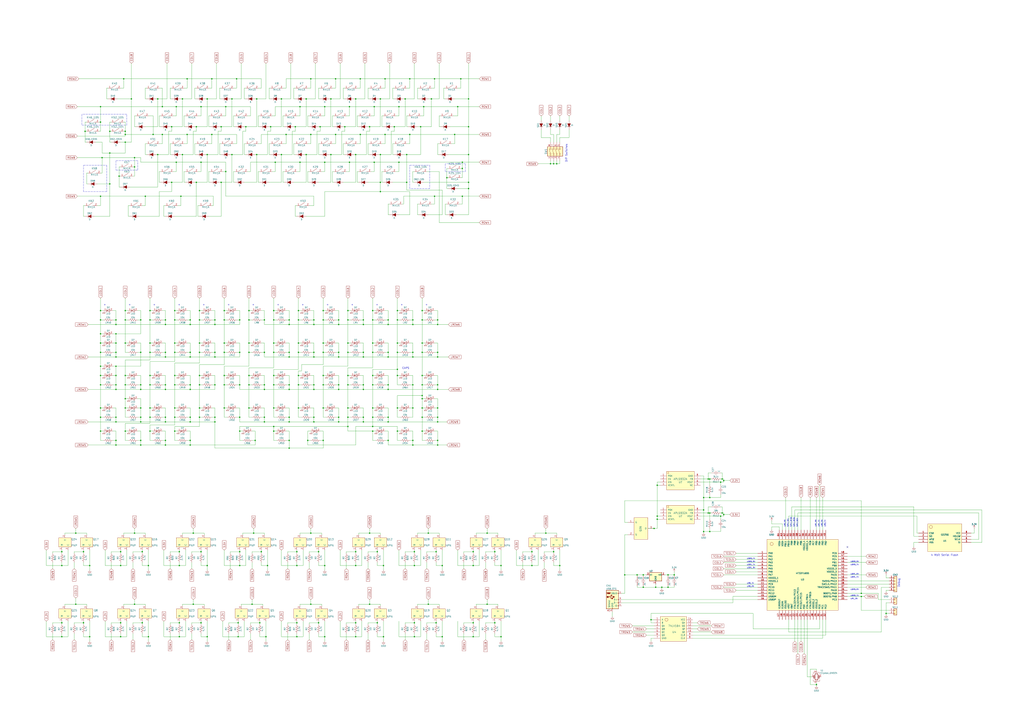
<source format=kicad_sch>
(kicad_sch (version 20250114) (generator "eeschema") (generator_version "9.0")
  (paper "A1")
  (title_block (title "Vortex Pok3r"))
  (text "SPI1_MOSI" (at 652.78 433.07 90) (effects (font (size 1.016 1.016)) (justify left bottom)))
  (text "UR1_RX" (at 670.56 433.07 90) (effects (font (size 1.016 1.016)) (justify left bottom)))
  (text "USR0_TX" (at 613.41 459.74 0) (effects (font (size 1.016 1.016)) (justify left bottom)))
  (text "UR1_RX" (at 698.5 492.76 0) (effects (font (size 1.016 1.016)) (justify left bottom)))
  (text "+" (at 105.41 251.46 0) (effects (font (size 1.524 1.524)) (justify left bottom)))
  (text "+" (at 267.97 251.46 0) (effects (font (size 1.524 1.524)) (justify left bottom)))
  (text "USR0_RX" (at 698.5 485.14 0) (effects (font (size 1.016 1.016)) (justify left bottom)))
  (text "USR0_RX" (at 698.5 462.28 0) (effects (font (size 1.016 1.016)) (justify left bottom)))
  (text "UR0_TX" (at 678.18 433.07 90) (effects (font (size 1.016 1.016)) (justify left bottom)))
  (text "UR0_RX" (at 613.41 482.6 0) (effects (font (size 1.016 1.016)) (justify left bottom)))
  (text "+" (at 166.37 251.46 0) (effects (font (size 1.524 1.524)) (justify left bottom)))
  (text "+" (at 247.65 251.46 0) (effects (font (size 1.524 1.524)) (justify left bottom)))
  (text "4 Mbit Serial Flash" (at 764.54 457.2 0) (effects (font (size 1.524 1.524)) (justify left bottom)))
  (text "+" (at 349.25 251.46 0) (effects (font (size 1.524 1.524)) (justify left bottom)))
  (text "+" (at 146.05 251.46 0) (effects (font (size 1.524 1.524)) (justify left bottom)))
  (text "USR0_TX" (at 698.5 464.82 0) (effects (font (size 1.016 1.016)) (justify left bottom)))
  (text "SPI1_SEL" (at 647.7 433.07 90) (effects (font (size 1.016 1.016)) (justify left bottom)))
  (text "USR0_TX" (at 698.5 490.22 0) (effects (font (size 1.016 1.016)) (justify left bottom)))
  (text "UR0_RX" (at 675.64 433.07 90) (effects (font (size 1.016 1.016)) (justify left bottom)))
  (text "+" (at 207.01 251.46 0) (effects (font (size 1.524 1.524)) (justify left bottom)))
  (text "UR1_TX" (at 673.1 433.07 90) (effects (font (size 1.016 1.016)) (justify left bottom)))
  (text "+" (at 308.61 251.46 0) (effects (font (size 1.524 1.524)) (justify left bottom)))
  (text "UR0_TX" (at 613.41 480.06 0) (effects (font (size 1.016 1.016)) (justify left bottom)))
  (text "UR0_RX" (at 645.16 433.07 90) (effects (font (size 1.016 1.016)) (justify left bottom)))
  (text "+" (at 186.69 251.46 0) (effects (font (size 1.524 1.524)) (justify left bottom)))
  (text "+" (at 227.33 251.46 0) (effects (font (size 1.524 1.524)) (justify left bottom)))
  (text "+" (at 288.29 251.46 0) (effects (font (size 1.524 1.524)) (justify left bottom)))
  (text "Debug" (at 739.14 482.6 90) (effects (font (size 1.524 1.524)) (justify left bottom)))
  (text "USR1_RX" (at 613.41 467.36 0) (effects (font (size 1.016 1.016)) (justify left bottom)))
  (text "USR1_RX" (at 698.5 472.44 0) (effects (font (size 1.016 1.016)) (justify left bottom)))
  (text "USR1_TX" (at 613.41 464.82 0) (effects (font (size 1.016 1.016)) (justify left bottom)))
  (text "CAPS" (at 330.2 303.53 0) (effects (font (size 1.524 1.524)) (justify left bottom)))
  (text "USR1_TX" (at 698.5 474.98 0) (effects (font (size 1.016 1.016)) (justify left bottom)))
  (text "SPI1_MISO" (at 650.24 433.07 90) (effects (font (size 1.016 1.016)) (justify left bottom)))
  (text "SPI1_SCK" (at 655.32 433.07 90) (effects (font (size 1.016 1.016)) (justify left bottom)))
  (text "DIP Switches" (at 466.09 133.35 90) (effects (font (size 1.524 1.524)) (justify left bottom)))
  (text "+" (at 328.93 251.46 0) (effects (font (size 1.524 1.524)) (justify left bottom)))
  (text "+" (at 125.73 251.46 0) (effects (font (size 1.524 1.524)) (justify left bottom)))
  (text "USR0_RX" (at 613.41 462.28 0) (effects (font (size 1.016 1.016)) (justify left bottom)))
  (text "+" (at 85.09 251.46 0) (effects (font (size 1.524 1.524)) (justify left bottom)))
  (junction (at 306.07 350.52))
  (junction (at 384.81 81.28))
  (junction (at 99.06 453.39))
  (junction (at 287.02 87.63))
  (junction (at 102.87 107.95))
  (junction (at 278.13 320.04))
  (junction (at 303.53 104.14))
  (junction (at 135.89 293.37))
  (junction (at 102.87 110.49))
  (junction (at 539.75 426.72))
  (junction (at 346.71 316.23))
  (junction (at 257.81 293.37))
  (junction (at 119.38 161.29))
  (junction (at 309.88 453.39))
  (junction (at 298.45 266.7))
  (junction (at 224.79 354.33))
  (junction (at 314.96 464.82))
  (junction (at 356.87 64.77))
  (junction (at 257.81 266.7))
  (junction (at 231.14 81.28))
  (junction (at 135.89 320.04))
  (junction (at 176.53 346.71))
  (junction (at 411.48 523.24))
  (junction (at 582.93 393.7))
  (junction (at 201.93 104.14))
  (junction (at 318.77 342.9))
  (junction (at 454.66 134.62))
  (junction (at 149.86 127))
  (junction (at 135.89 365.76))
  (junction (at 195.58 523.24))
  (junction (at 102.87 327.66))
  (junction (at 388.62 511.81))
  (junction (at 384.81 127))
  (junction (at 261.62 511.81))
  (junction (at 147.32 511.81))
  (junction (at 384.81 149.86))
  (junction (at 102.87 308.61))
  (junction (at 436.88 453.39))
  (junction (at 196.85 354.33))
  (junction (at 156.21 365.76))
  (junction (at 359.41 335.28))
  (junction (at 312.42 127))
  (junction (at 237.49 320.04))
  (junction (at 594.36 394.97))
  (junction (at 384.81 154.94))
  (junction (at 359.41 293.37))
  (junction (at 95.25 266.7))
  (junction (at 278.13 316.23))
  (junction (at 548.64 482.6))
  (junction (at 318.77 289.56))
  (junction (at 143.51 308.61))
  (junction (at 62.23 438.15))
  (junction (at 670.56 562.61))
  (junction (at 513.08 472.44))
  (junction (at 306.07 335.28))
  (junction (at 334.01 149.86))
  (junction (at 156.21 293.37))
  (junction (at 176.53 289.56))
  (junction (at 292.1 127))
  (junction (at 140.97 149.86))
  (junction (at 292.1 523.24))
  (junction (at 378.46 64.77))
  (junction (at 306.07 308.61))
  (junction (at 271.78 127))
  (junction (at 107.95 81.28))
  (junction (at 306.07 316.23))
  (junction (at 123.19 281.94))
  (junction (at 257.81 342.9))
  (junction (at 591.82 396.24))
  (junction (at 340.36 523.24))
  (junction (at 73.66 523.24))
  (junction (at 82.55 161.29))
  (junction (at 115.57 316.23))
  (junction (at 207.01 496.57))
  (junction (at 243.84 511.81))
  (junction (at 318.77 316.23))
  (junction (at 123.19 289.56))
  (junction (at 165.1 453.39))
  (junction (at 68.58 511.81))
  (junction (at 318.77 320.04))
  (junction (at 185.42 140.97))
  (junction (at 459.74 464.82))
  (junction (at 261.62 453.39))
  (junction (at 110.49 137.16))
  (junction (at 537.21 434.34))
  (junction (at 222.25 104.14))
  (junction (at 143.51 262.89))
  (junction (at 577.85 408.94))
  (junction (at 454.66 453.39))
  (junction (at 95.25 365.76))
  (junction (at 359.41 262.89))
  (junction (at 237.49 316.23))
  (junction (at 95.25 361.95))
  (junction (at 384.81 104.14))
  (junction (at 262.89 104.14))
  (junction (at 184.15 289.56))
  (junction (at 358.14 453.39))
  (junction (at 285.75 262.89))
  (junction (at 318.77 266.7))
  (junction (at 82.55 289.56))
  (junction (at 265.43 289.56))
  (junction (at 257.81 320.04))
  (junction (at 265.43 281.94))
  (junction (at 275.59 110.49))
  (junction (at 115.57 365.76))
  (junction (at 163.83 316.23))
  (junction (at 326.39 308.61))
  (junction (at 246.38 87.63))
  (junction (at 265.43 361.95))
  (junction (at 257.81 289.56))
  (junction (at 548.64 472.44))
  (junction (at 275.59 64.77))
  (junction (at 196.85 342.9))
  (junction (at 110.49 496.57))
  (junction (at 346.71 342.9))
  (junction (at 176.53 293.37))
  (junction (at 170.18 464.82))
  (junction (at 237.49 293.37))
  (junction (at 210.82 81.28))
  (junction (at 156.21 289.56))
  (junction (at 204.47 281.94))
  (junction (at 82.55 262.89))
  (junction (at 237.49 266.7))
  (junction (at 149.86 81.28))
  (junction (at 539.75 398.78))
  (junction (at 143.51 342.9))
  (junction (at 326.39 262.89))
  (junction (at 411.48 464.82))
  (junction (at 582.93 421.64))
  (junction (at 292.1 464.82))
  (junction (at 307.34 133.35))
  (junction (at 358.14 511.81))
  (junction (at 312.42 81.28))
  (junction (at 82.55 281.94))
  (junction (at 243.84 464.82))
  (junction (at 121.92 523.24))
  (junction (at 593.09 421.64))
  (junction (at 95.25 289.56))
  (junction (at 298.45 316.23))
  (junction (at 156.21 266.7))
  (junction (at 351.79 496.57))
  (junction (at 400.05 438.15))
  (junction (at 295.91 110.49))
  (junction (at 208.28 438.15))
  (junction (at 298.45 289.56))
  (junction (at 727.71 504.19))
  (junction (at 245.11 316.23))
  (junction (at 217.17 262.89))
  (junction (at 295.91 64.77))
  (junction (at 346.71 289.56))
  (junction (at 346.71 262.89))
  (junction (at 204.47 335.28))
  (junction (at 266.7 464.82))
  (junction (at 184.15 281.94))
  (junction (at 255.27 438.15))
  (junction (at 83.82 129.54))
  (junction (at 176.53 266.7))
  (junction (at 316.23 110.49))
  (junction (at 165.1 87.63))
  (junction (at 82.55 87.63))
  (junction (at 224.79 350.52))
  (junction (at 121.92 464.82))
  (junction (at 204.47 308.61))
  (junction (at 316.23 64.77))
  (junction (at 593.09 393.7))
  (junction (at 144.78 133.35))
  (junction (at 285.75 289.56))
  (junction (at 90.17 151.13))
  (junction (at 163.83 335.28))
  (junction (at 287.02 133.35))
  (junction (at 163.83 255.27))
  (junction (at 123.19 308.61))
  (junction (at 255.27 64.77))
  (junction (at 346.71 255.27))
  (junction (at 218.44 523.24))
  (junction (at 196.85 453.39))
  (junction (at 50.8 464.82))
  (junction (at 99.06 511.81))
  (junction (at 306.07 281.94))
  (junction (at 156.21 342.9))
  (junction (at 143.51 316.23))
  (junction (at 170.18 523.24))
  (junction (at 339.09 335.28))
  (junction (at 255.27 110.49))
  (junction (at 245.11 255.27))
  (junction (at 170.18 81.28))
  (junction (at 265.43 262.89))
  (junction (at 217.17 316.23))
  (junction (at 161.29 149.86))
  (junction (at 347.98 87.63))
  (junction (at 82.55 342.9))
  (junction (at 303.53 438.15))
  (junction (at 224.79 335.28))
  (junction (at 110.49 438.15))
  (junction (at 359.41 346.71))
  (junction (at 82.55 274.32))
  (junction (at 375.92 87.63))
  (junction (at 237.49 262.89))
  (junction (at 135.89 346.71))
  (junction (at 234.95 110.49))
  (junction (at 204.47 262.89))
  (junction (at 237.49 289.56))
  (junction (at 148.59 161.29))
  (junction (at 257.81 346.71))
  (junction (at 50.8 453.39))
  (junction (at 82.55 308.61))
  (junction (at 147.32 464.82))
  (junction (at 265.43 335.28))
  (junction (at 278.13 262.89))
  (junction (at 359.41 320.04))
  (junction (at 170.18 127))
  (junction (at 243.84 453.39))
  (junction (at 62.23 496.57))
  (junction (at 156.21 316.23))
  (junction (at 129.54 127))
  (junction (at 351.79 438.15))
  (junction (at 359.41 266.7))
  (junction (at 346.71 308.61))
  (junction (at 266.7 133.35))
  (junction (at 69.85 107.95))
  (junction (at 185.42 87.63))
  (junction (at 278.13 342.9))
  (junction (at 278.13 293.37))
  (junction (at 278.13 346.71))
  (junction (at 95.25 281.94))
  (junction (at 97.79 144.78))
  (junction (at 336.55 64.77))
  (junction (at 298.45 293.37))
  (junction (at 102.87 281.94))
  (junction (at 591.82 424.18))
  (junction (at 115.57 361.95))
  (junction (at 135.89 342.9))
  (junction (at 314.96 523.24))
  (junction (at 245.11 281.94))
  (junction (at 326.39 281.94))
  (junction (at 339.09 365.76))
  (junction (at 246.38 133.35))
  (junction (at 298.45 262.89))
  (junction (at 176.53 316.23))
  (junction (at 448.31 438.15))
  (junction (at 214.63 453.39))
  (junction (at 82.55 255.27))
  (junction (at 123.19 335.28))
  (junction (at 363.22 464.82))
  (junction (at 436.88 464.82))
  (junction (at 312.42 149.86))
  (junction (at 245.11 335.28))
  (junction (at 237.49 346.71))
  (junction (at 339.09 289.56))
  (junction (at 195.58 511.81))
  (junction (at 196.85 262.89))
  (junction (at 143.51 354.33))
  (junction (at 265.43 316.23))
  (junction (at 217.17 289.56))
  (junction (at 102.87 116.84))
  (junction (at 582.93 436.88))
  (junction (at 359.41 342.9))
  (junction (at 577.85 436.88))
  (junction (at 340.36 511.81))
  (junction (at 153.67 64.77))
  (junction (at 143.51 281.94))
  (junction (at 115.57 335.28))
  (junction (at 95.25 308.61))
  (junction (at 326.39 303.53))
  (junction (at 388.62 453.39))
  (junction (at 367.03 146.05))
  (junction (at 143.51 255.27))
  (junction (at 135.89 316.23))
  (junction (at 133.35 87.63))
  (junction (at 285.75 342.9))
  (junction (at 581.66 393.7))
  (junction (at 257.81 262.89))
  (junction (at 217.17 342.9))
  (junction (at 95.25 346.71))
  (junction (at 309.88 511.81))
  (junction (at 388.62 523.24))
  (junction (at 135.89 262.89))
  (junction (at 251.46 81.28))
  (junction (at 577.85 419.1))
  (junction (at 173.99 64.77))
  (junction (at 356.87 161.29))
  (junction (at 539.75 424.18))
  (junction (at 143.51 289.56))
  (junction (at 163.83 281.94))
  (junction (at 251.46 127))
  (junction (at 354.33 81.28))
  (junction (at 543.56 482.6))
  (junction (at 326.39 335.28))
  (junction (at 95.25 262.89))
  (junction (at 312.42 157.48))
  (junction (at 219.71 464.82))
  (junction (at 90.17 125.73))
  (junction (at 334.01 127))
  (junction (at 95.25 320.04))
  (junction (at 339.09 266.7))
  (junction (at 196.85 464.82))
  (junction (at 102.87 335.28))
  (junction (at 204.47 255.27))
  (junction (at 181.61 104.14))
  (junction (at 140.97 104.14))
  (junction (at 158.75 496.57))
  (junction (at 318.77 361.95))
  (junction (at 285.75 308.61))
  (junction (at 224.79 281.94))
  (junction (at 242.57 104.14))
  (junction (at 82.55 300.99))
  (junction (at 158.75 438.15))
  (junction (at 50.8 511.81))
  (junction (at 125.73 110.49))
  (junction (at 144.78 87.63))
  (junction (at 95.25 293.37))
  (junction (at 298.45 346.71))
  (junction (at 165.1 133.35))
  (junction (at 173.99 110.49))
  (junction (at 285.75 350.52))
  (junction (at 457.2 134.62))
  (junction (at 184.15 308.61))
  (junction (at 452.12 134.62))
  (junction (at 278.13 289.56))
  (junction (at 224.79 308.61))
  (junction (at 217.17 346.71))
  (junction (at 95.25 274.32))
  (junction (at 245.11 308.61))
  (junction (at 373.38 110.49))
  (junction (at 303.53 496.57))
  (junction (at 123.19 262.89))
  (junction (at 190.5 127))
  (junction (at 278.13 266.7))
  (junction (at 528.32 482.6))
  (junction (at 326.39 255.27))
  (junction (at 231.14 127))
  (junction (at 388.62 464.82))
  (junction (at 345.44 104.14))
  (junction (at 156.21 361.95))
  (junction (at 318.77 293.37))
  (junction (at 318.77 346.71))
  (junction (at 283.21 104.14))
  (junction (at 292.1 81.28))
  (junction (at 245.11 262.89))
  (junction (at 359.41 365.76))
  (junction (at 95.25 342.9))
  (junction (at 163.83 342.9))
  (junction (at 73.66 464.82))
  (junction (at 123.19 342.9))
  (junction (at 68.58 453.39))
  (junction (at 346.71 335.28))
  (junction (at 406.4 453.39))
  (junction (at 217.17 320.04))
  (junction (at 116.84 511.81))
  (junction (at 339.09 262.89))
  (junction (at 133.35 110.49))
  (junction (at 209.55 361.95))
  (junction (at 147.32 453.39))
  (junction (at 147.32 523.24))
  (junction (at 245.11 289.56))
  (junction (at 123.19 316.23))
  (junction (at 707.39 487.68))
  (junction (at 237.49 368.3))
  (junction (at 266.7 87.63))
  (junction (at 581.66 421.64))
  (junction (at 285.75 316.23))
  (junction (at 327.66 133.35))
  (junction (at 594.36 422.91))
  (junction (at 226.06 133.35))
  (junction (at 332.74 81.28))
  (junction (at 90.17 107.95))
  (junction (at 327.66 87.63))
  (junction (at 257.81 316.23))
  (junction (at 135.89 289.56))
  (junction (at 224.79 289.56))
  (junction (at 298.45 342.9))
  (junction (at 153.67 110.49))
  (junction (at 165.1 511.81))
  (junction (at 99.06 523.24))
  (junction (at 339.09 316.23))
  (junction (at 298.45 320.04))
  (junction (at 707.39 490.22))
  (junction (at 265.43 255.27))
  (junction (at 82.55 316.23))
  (junction (at 534.67 509.27))
  (junction (at 379.73 133.35))
  (junction (at 156.21 262.89))
  (junction (at 346.71 327.66))
  (junction (at 318.77 262.89))
  (junction (at 400.05 496.57))
  (junction (at 237.49 342.9))
  (junction (at 101.6 64.77))
  (junction (at 95.25 316.23))
  (junction (at 102.87 316.23))
  (junction (at 346.71 281.94))
  (junction (at 196.85 289.56))
  (junction (at 339.09 293.37))
  (junction (at 340.36 464.82))
  (junction (at 194.31 64.77))
  (junction (at 359.41 316.23))
  (junction (at 123.19 354.33))
  (junction (at 359.41 361.95))
  (junction (at 340.36 453.39))
  (junction (at 307.34 87.63))
  (junction (at 204.47 316.23))
  (junction (at 184.15 316.23))
  (junction (at 306.07 342.9))
  (junction (at 82.55 100.33))
  (junction (at 213.36 511.81))
  (junction (at 129.54 81.28))
  (junction (at 190.5 81.28))
  (junction (at 255.27 496.57))
  (junction (at 176.53 342.9))
  (junction (at 135.89 361.95))
  (junction (at 346.71 325.12))
  (junction (at 336.55 110.49))
  (junction (at 184.15 335.28))
  (junction (at 406.4 511.81))
  (junction (at 115.57 346.71))
  (junction (at 181.61 149.86))
  (junction (at 184.15 255.27))
  (junction (at 184.15 262.89))
  (junction (at 163.83 308.61))
  (junction (at 102.87 255.27))
  (junction (at 163.83 289.56))
  (junction (at 359.41 289.56))
  (junction (at 110.49 129.54))
  (junction (at 156.21 346.71))
  (junction (at 196.85 316.23))
  (junction (at 210.82 127))
  (junction (at 271.78 81.28))
  (junction (at 326.39 289.56))
  (junction (at 224.79 255.27))
  (junction (at 379.73 161.29))
  (junction (at 156.21 320.04))
  (junction (at 115.57 289.56))
  (junction (at 285.75 281.94))
  (junction (at 306.07 262.89))
  (junction (at 538.48 482.6))
  (junction (at 135.89 266.7))
  (junction (at 176.53 262.89))
  (junction (at 523.24 472.44))
  (junction (at 116.84 453.39))
  (junction (at 323.85 104.14))
  (junction (at 528.32 472.44))
  (junction (at 306.07 255.27))
  (junction (at 285.75 255.27))
  (junction (at 115.57 342.9))
  (junction (at 326.39 354.33))
  (junction (at 363.22 523.24))
  (junction (at 292.1 511.81))
  (junction (at 82.55 354.33))
  (junction (at 102.87 354.33))
  (junction (at 285.75 335.28))
  (junction (at 50.8 523.24))
  (junction (at 265.43 308.61))
  (junction (at 204.47 289.56))
  (junction (at 266.7 523.24))
  (junction (at 243.84 523.24))
  (junction (at 252.73 361.95))
  (junction (at 237.49 361.95))
  (junction (at 582.93 408.94))
  (junction (at 102.87 262.89))
  (junction (at 339.09 361.95))
  (junction (at 306.07 354.33))
  (junction (at 95.25 300.99))
  (junction (at 553.72 472.44))
  (junction (at 163.83 262.89))
  (junction (at 123.19 255.27))
  (junction (at 379.73 138.43))
  (junction (at 292.1 453.39))
  (junction (at 82.55 335.28))
  (junction (at 161.29 104.14))
  (junction (at 115.57 320.04))
  (junction (at 306.07 289.56))
  (junction (at 143.51 335.28))
  (junction (at 346.71 354.33))
  (junction (at 224.79 316.23))
  (junction (at 224.79 262.89))
  (junction (at 99.06 464.82))
  (junction (at 115.57 262.89))
  (no_connect (at 695.96 449.58))
  (wire (pts (xy 219.71 107.95) (xy 222.25 107.95)))
  (wire (pts (xy 326.39 245.11) (xy 326.39 255.27)))
  (wire (pts (xy 356.87 72.39) (xy 356.87 64.77)))
  (wire (pts (xy 384.81 52.07) (xy 384.81 81.28)))
  (wire (pts (xy 577.85 436.88) (xy 577.85 438.15)))
  (wire (pts (xy 265.43 316.23) (xy 265.43 335.28)))
  (wire (pts (xy 214.63 453.39) (xy 214.63 454.66)))
  (wire (pts (xy 231.14 127) (xy 240.03 127)))
  (wire (pts (xy 68.58 168.91) (xy 69.85 168.91)))
  (wire (pts (xy 243.84 95.25) (xy 246.38 95.25)))
  (wire (pts (xy 306.07 302.26) (xy 285.75 302.26)))
  (wire (pts (xy 95.25 266.7) (xy 72.39 266.7)))
  (wire (pts (xy 101.6 497.84) (xy 101.6 496.57)))
  (wire (pts (xy 266.7 140.97) (xy 266.7 133.35)))
  (wire (pts (xy 69.85 177.8) (xy 68.58 177.8)))
  (wire (pts (xy 226.06 87.63) (xy 226.06 95.25)))
  (wire (pts (xy 196.85 453.39) (xy 196.85 454.66)))
  (wire (pts (xy 214.63 462.28) (xy 214.63 464.82)))
  (wire (pts (xy 271.78 104.14) (xy 271.78 81.28)))
  (wire (pts (xy 87.63 81.28) (xy 87.63 72.39)))
  (wire (pts (xy 303.53 107.95) (xy 303.53 104.14)))
  (wire (pts (xy 448.31 438.15) (xy 457.2 438.15)))
  (wire (pts (xy 306.07 308.61) (xy 306.07 316.23)))
  (wire (pts (xy 245.11 316.23) (xy 247.65 316.23)))
  (wire (pts (xy 43.18 453.39) (xy 50.8 453.39)))
  (wire (pts (xy 165.1 462.28) (xy 165.1 464.82)))
  (wire (pts (xy 139.7 513.08) (xy 139.7 511.81)))
  (wire (pts (xy 295.91 64.77) (xy 316.23 64.77)))
  (wire (pts (xy 116.84 462.28) (xy 116.84 464.82)))
  (wire (pts (xy 209.55 361.95) (xy 207.01 361.95)))
  (wire (pts (xy 81.28 100.33) (xy 82.55 100.33)))
  (wire (pts (xy 147.32 453.39) (xy 147.32 454.66)))
  (wire (pts (xy 82.55 316.23) (xy 85.09 316.23)))
  (wire (pts (xy 220.98 104.14) (xy 222.25 104.14)))
  (wire (pts (xy 298.45 255.27) (xy 298.45 262.89)))
  (wire (pts (xy 95.25 346.71) (xy 115.57 346.71)))
  (wire (pts (xy 655.32 421.64) (xy 803.91 421.64)))
  (wire (pts (xy 200.66 523.24) (xy 200.66 510.54)))
  (wire (pts (xy 200.66 118.11) (xy 201.93 118.11)))
  (wire (pts (xy 513.08 411.48) (xy 707.39 411.48)))
  (wire (pts (xy 184.15 281.94) (xy 184.15 289.56)))
  (wire (pts (xy 657.86 509.27) (xy 657.86 527.05)))
  (wire (pts (xy 346.71 308.61) (xy 346.71 316.23)))
  (wire (pts (xy 218.44 523.24) (xy 218.44 527.05)))
  (wire (pts (xy 38.1 452.12) (xy 38.1 464.82)))
  (wire (pts (xy 424.18 464.82) (xy 436.88 464.82)))
  (wire (pts (xy 326.39 303.53) (xy 306.07 303.53)))
  (wire (pts (xy 139.7 454.66) (xy 139.7 453.39)))
  (wire (pts (xy 721.36 487.68) (xy 721.36 492.76)))
  (wire (pts (xy 523.24 472.44) (xy 528.32 472.44)))
  (wire (pts (xy 198.12 497.84) (xy 198.12 496.57)))
  (wire (pts (xy 203.2 95.25) (xy 205.74 95.25)))
  (wire (pts (xy 278.13 266.7) (xy 298.45 266.7)))
  (wire (pts (xy 102.87 354.33) (xy 102.87 361.95)))
  (wire (pts (xy 68.58 177.8) (xy 68.58 168.91)))
  (wire (pts (xy 129.54 127) (xy 129.54 153.67)))
  (wire (pts (xy 255.27 118.11) (xy 255.27 110.49)))
  (polyline (pts (xy 382.27 140.97) (xy 382.27 134.62)) (stroke (width 0) (type dash)))
  (wire (pts (xy 156.21 342.9) (xy 156.21 346.71)))
  (wire (pts (xy 171.45 118.11) (xy 173.99 118.11)))
  (wire (pts (xy 231.14 464.82) (xy 243.84 464.82)))
  (wire (pts (xy 237.49 335.28) (xy 237.49 342.9)))
  (wire (pts (xy 205.74 140.97) (xy 205.74 133.35)))
  (wire (pts (xy 90.17 151.13) (xy 90.17 177.8)))
  (wire (pts (xy 279.4 523.24) (xy 292.1 523.24)))
  (wire (pts (xy 255.27 496.57) (xy 264.16 496.57)))
  (wire (pts (xy 293.37 95.25) (xy 294.64 95.25)))
  (wire (pts (xy 207.01 462.28) (xy 207.01 467.36)))
  (wire (pts (xy 60.96 453.39) (xy 68.58 453.39)))
  (wire (pts (xy 102.87 281.94) (xy 102.87 289.56)))
  (wire (pts (xy 165.1 511.81) (xy 165.1 513.08)))
  (wire (pts (xy 149.86 496.57) (xy 158.75 496.57)))
  (wire (pts (xy 123.19 347.98) (xy 102.87 347.98)))
  (wire (pts (xy 302.26 81.28) (xy 302.26 72.39)))
  (wire (pts (xy 346.71 281.94) (xy 346.71 289.56)))
  (wire (pts (xy 210.82 127) (xy 219.71 127)))
  (wire (pts (xy 170.18 452.12) (xy 170.18 464.82)))
  (wire (pts (xy 318.77 342.9) (xy 318.77 346.71)))
  (wire (pts (xy 109.22 511.81) (xy 116.84 511.81)))
  (wire (pts (xy 306.07 354.33) (xy 306.07 361.95)))
  (wire (pts (xy 177.8 81.28) (xy 177.8 52.07)))
  (wire (pts (xy 156.21 308.61) (xy 156.21 316.23)))
  (wire (pts (xy 179.07 127) (xy 179.07 107.95)))
  (wire (pts (xy 146.05 308.61) (xy 143.51 308.61)))
  (wire (pts (xy 298.45 316.23) (xy 298.45 320.04)))
  (wire (pts (xy 295.91 281.94) (xy 298.45 281.94)))
  (wire (pts (xy 82.55 354.33) (xy 82.55 361.95)))
  (wire (pts (xy 165.1 87.63) (xy 185.42 87.63)))
  (wire (pts (xy 233.68 149.86) (xy 232.41 149.86)))
  (wire (pts (xy 695.96 462.28) (xy 711.2 462.28)))
  (wire (pts (xy 153.67 281.94) (xy 156.21 281.94)))
  (wire (pts (xy 184.15 281.94) (xy 186.69 281.94)))
  (wire (pts (xy 340.36 81.28) (xy 340.36 52.07)))
  (wire (pts (xy 730.25 495.3) (xy 727.71 495.3)))
  (wire (pts (xy 292.1 365.76) (xy 252.73 365.76)))
  (wire (pts (xy 170.18 81.28) (xy 177.8 81.28)))
  (wire (pts (xy 265.43 289.56) (xy 267.97 289.56)))
  (wire (pts (xy 539.75 396.24) (xy 542.29 396.24)))
  (wire (pts (xy 95.25 293.37) (xy 72.39 293.37)))
  (wire (pts (xy 346.71 316.23) (xy 349.25 316.23)))
  (wire (pts (xy 457.2 134.62) (xy 459.74 134.62)))
  (wire (pts (xy 149.86 81.28) (xy 157.48 81.28)))
  (wire (pts (xy 208.28 434.34) (xy 208.28 438.15)))
  (wire (pts (xy 152.4 523.24) (xy 152.4 510.54)))
  (wire (pts (xy 285.75 335.28) (xy 285.75 342.9)))
  (wire (pts (xy 259.08 81.28) (xy 259.08 52.07)))
  (wire (pts (xy 459.74 116.84) (xy 459.74 113.03)))
  (wire (pts (xy 236.22 453.39) (xy 243.84 453.39)))
  (wire (pts (xy 318.77 167.64) (xy 320.04 167.64)))
  (wire (pts (xy 184.15 452.12) (xy 184.15 464.82)))
  (wire (pts (xy 224.79 281.94) (xy 227.33 281.94)))
  (wire (pts (xy 223.52 140.97) (xy 226.06 140.97)))
  (wire (pts (xy 346.71 255.27) (xy 346.71 262.89)))
  (wire (pts (xy 95.25 274.32) (xy 95.25 281.94)))
  (wire (pts (xy 213.36 523.24) (xy 218.44 523.24)))
  (wire (pts (xy 640.08 435.61) (xy 640.08 433.07)))
  (wire (pts (xy 298.45 266.7) (xy 318.77 266.7)))
  (wire (pts (xy 367.03 154.94) (xy 368.3 154.94)))
  (wire (pts (xy 176.53 346.71) (xy 176.53 368.3)))
  (wire (pts (xy 158.75 492.76) (xy 158.75 496.57)))
  (wire (pts (xy 237.49 289.56) (xy 237.49 293.37)))
  (wire (pts (xy 133.35 335.28) (xy 135.89 335.28)))
  (wire (pts (xy 326.39 308.61) (xy 328.93 308.61)))
  (wire (pts (xy 359.41 289.56) (xy 359.41 293.37)))
  (wire (pts (xy 102.87 289.56) (xy 105.41 289.56)))
  (wire (pts (xy 309.88 510.54) (xy 309.88 511.81)))
  (wire (pts (xy 575.31 421.64) (xy 581.66 421.64)))
  (wire (pts (xy 359.41 354.33) (xy 359.41 361.95)))
  (wire (pts (xy 143.51 262.89) (xy 143.51 281.94)))
  (wire (pts (xy 292.1 81.28) (xy 299.72 81.28)))
  (wire (pts (xy 591.82 408.94) (xy 591.82 406.4)))
  (wire (pts (xy 62.23 434.34) (xy 62.23 438.15)))
  (wire (pts (xy 214.63 255.27) (xy 217.17 255.27)))
  (wire (pts (xy 359.41 327.66) (xy 356.87 327.66)))
  (wire (pts (xy 436.88 462.28) (xy 436.88 464.82)))
  (wire (pts (xy 99.06 511.81) (xy 99.06 513.08)))
  (wire (pts (xy 359.41 262.89) (xy 356.87 262.89)))
  (wire (pts (xy 379.73 161.29) (xy 393.7 161.29)))
  (wire (pts (xy 250.19 81.28) (xy 251.46 81.28)))
  (wire (pts (xy 213.36 511.81) (xy 213.36 513.08)))
  (wire (pts (xy 227.33 255.27) (xy 224.79 255.27)))
  (wire (pts (xy 302.26 127) (xy 302.26 118.11)))
  (wire (pts (xy 298.45 342.9) (xy 295.91 342.9)))
  (wire (pts (xy 327.66 133.35) (xy 379.73 133.35)))
  (wire (pts (xy 218.44 510.54) (xy 218.44 523.24)))
  (wire (pts (xy 257.81 346.71) (xy 278.13 346.71)))
  (wire (pts (xy 119.38 161.29) (xy 148.59 161.29)))
  (wire (pts (xy 220.98 149.86) (xy 231.14 149.86)))
  (wire (pts (xy 275.59 308.61) (xy 278.13 308.61)))
  (wire (pts (xy 135.89 255.27) (xy 135.89 262.89)))
  (wire (pts (xy 252.73 361.95) (xy 252.73 365.76)))
  (wire (pts (xy 265.43 245.11) (xy 265.43 255.27)))
  (wire (pts (xy 326.39 354.33) (xy 326.39 361.95)))
  (wire (pts (xy 123.19 335.28) (xy 125.73 335.28)))
  (wire (pts (xy 539.75 424.18) (xy 539.75 426.72)))
  (wire (pts (xy 379.73 146.05) (xy 378.46 146.05)))
  (wire (pts (xy 83.82 142.24) (xy 83.82 129.54)))
  (wire (pts (xy 135.89 316.23) (xy 133.35 316.23)))
  (wire (pts (xy 231.14 149.86) (xy 231.14 127)))
  (wire (pts (xy 139.7 453.39) (xy 147.32 453.39)))
  (wire (pts (xy 123.19 255.27) (xy 125.73 255.27)))
  (wire (pts (xy 359.41 320.04) (xy 368.3 320.04)))
  (wire (pts (xy 196.85 342.9) (xy 194.31 342.9)))
  (wire (pts (xy 180.34 104.14) (xy 181.61 104.14)))
  (wire (pts (xy 304.8 140.97) (xy 307.34 140.97)))
  (wire (pts (xy 120.65 81.28) (xy 119.38 81.28)))
  (wire (pts (xy 572.77 516.89) (xy 568.96 516.89)))
  (wire (pts (xy 43.18 511.81) (xy 50.8 511.81)))
  (wire (pts (xy 339.09 281.94) (xy 339.09 289.56)))
  (wire (pts (xy 243.84 520.7) (xy 243.84 523.24)))
  (wire (pts (xy 429.26 454.66) (xy 429.26 453.39)))
  (wire (pts (xy 160.02 72.39) (xy 161.29 72.39)))
  (wire (pts (xy 284.48 513.08) (xy 284.48 511.81)))
  (wire (pts (xy 245.11 262.89) (xy 247.65 262.89)))
  (wire (pts (xy 160.02 104.14) (xy 161.29 104.14)))
  (wire (pts (xy 196.85 335.28) (xy 196.85 342.9)))
  (wire (pts (xy 577.85 419.1) (xy 577.85 436.88)))
  (wire (pts (xy 359.41 346.71) (xy 359.41 342.9)))
  (wire (pts (xy 356.87 308.61) (xy 359.41 308.61)))
  (wire (pts (xy 594.36 467.36) (xy 622.3 467.36)))
  (wire (pts (xy 96.52 81.28) (xy 107.95 81.28)))
  (wire (pts (xy 60.96 511.81) (xy 68.58 511.81)))
  (wire (pts (xy 246.38 497.84) (xy 246.38 496.57)))
  (wire (pts (xy 234.95 281.94) (xy 237.49 281.94)))
  (wire (pts (xy 265.43 262.89) (xy 267.97 262.89)))
  (wire (pts (xy 204.47 302.26) (xy 204.47 308.61)))
  (wire (pts (xy 334.01 118.11) (xy 336.55 118.11)))
  (wire (pts (xy 318.77 361.95) (xy 318.77 365.76)))
  (wire (pts (xy 143.51 354.33) (xy 143.51 361.95)))
  (wire (pts (xy 534.67 524.51) (xy 534.67 527.05)))
  (wire (pts (xy 226.06 140.97) (xy 226.06 133.35)))
  (wire (pts (xy 393.7 464.82) (xy 393.7 452.12)))
  (polyline (pts (xy 87.63 135.89) (xy 87.63 157.48)) (stroke (width 0) (type dash)))
  (wire (pts (xy 326.39 255.27) (xy 326.39 262.89)))
  (wire (pts (xy 212.09 140.97) (xy 213.36 140.97)))
  (wire (pts (xy 134.62 177.8) (xy 134.62 168.91)))
  (wire (pts (xy 582.93 436.88) (xy 591.82 436.88)))
  (wire (pts (xy 553.72 482.6) (xy 553.72 481.33)))
  (wire (pts (xy 208.28 438.15) (xy 217.17 438.15)))
  (wire (pts (xy 101.6 64.77) (xy 64.77 64.77)))
  (wire (pts (xy 224.79 303.53) (xy 224.79 308.61)))
  (wire (pts (xy 336.55 64.77) (xy 356.87 64.77)))
  (wire (pts (xy 139.7 104.14) (xy 140.97 104.14)))
  (wire (pts (xy 196.85 262.89) (xy 194.31 262.89)))
  (wire (pts (xy 314.96 452.12) (xy 314.96 464.82)))
  (wire (pts (xy 246.38 95.25) (xy 246.38 87.63)))
  (wire (pts (xy 753.11 438.15) (xy 754.38 438.15)))
  (wire (pts (xy 157.48 81.28) (xy 157.48 52.07)))
  (wire (pts (xy 655.32 435.61) (xy 655.32 421.64)))
  (wire (pts (xy 290.83 127) (xy 292.1 127)))
  (wire (pts (xy 388.62 453.39) (xy 388.62 454.66)))
  (wire (pts (xy 285.75 300.99) (xy 265.43 300.99)))
  (wire (pts (xy 294.64 104.14) (xy 293.37 104.14)))
  (wire (pts (xy 293.37 118.11) (xy 295.91 118.11)))
  (wire (pts (xy 400.05 438.15) (xy 408.94 438.15)))
  (wire (pts (xy 359.41 293.37) (xy 368.3 293.37)))
  (wire (pts (xy 360.68 81.28) (xy 360.68 52.07)))
  (wire (pts (xy 69.85 100.33) (xy 71.12 100.33)))
  (wire (pts (xy 439.42 439.42) (xy 439.42 438.15)))
  (wire (pts (xy 185.42 133.35) (xy 185.42 140.97)))
  (wire (pts (xy 245.11 316.23) (xy 245.11 335.28)))
  (wire (pts (xy 546.1 472.44) (xy 548.64 472.44)))
  (wire (pts (xy 359.41 262.89) (xy 359.41 266.7)))
  (wire (pts (xy 134.62 523.24) (xy 147.32 523.24)))
  (wire (pts (xy 196.85 262.89) (xy 196.85 266.7)))
  (wire (pts (xy 528.32 482.6) (xy 538.48 482.6)))
  (wire (pts (xy 187.96 513.08) (xy 187.96 511.81)))
  (wire (pts (xy 214.63 118.11) (xy 214.63 110.49)))
  (wire (pts (xy 153.67 354.33) (xy 156.21 354.33)))
  (wire (pts (xy 332.74 511.81) (xy 340.36 511.81)))
  (wire (pts (xy 298.45 262.89) (xy 298.45 266.7)))
  (wire (pts (xy 146.05 168.91) (xy 148.59 168.91)))
  (wire (pts (xy 168.91 81.28) (xy 170.18 81.28)))
  (wire (pts (xy 130.81 140.97) (xy 132.08 140.97)))
  (wire (pts (xy 327.66 510.54) (xy 327.66 523.24)))
  (wire (pts (xy 323.85 127) (xy 322.58 127)))
  (wire (pts (xy 359.41 342.9) (xy 356.87 342.9)))
  (wire (pts (xy 265.43 361.95) (xy 265.43 368.3)))
  (wire (pts (xy 133.35 255.27) (xy 135.89 255.27)))
  (wire (pts (xy 594.36 424.18) (xy 591.82 424.18)))
  (polyline (pts (xy 87.63 157.48) (xy 68.58 157.48)) (stroke (width 0) (type dash)))
  (wire (pts (xy 119.38 438.15) (xy 119.38 439.42)))
  (wire (pts (xy 196.85 452.12) (xy 196.85 453.39)))
  (wire (pts (xy 102.87 316.23) (xy 105.41 316.23)))
  (wire (pts (xy 342.9 439.42) (xy 342.9 438.15)))
  (wire (pts (xy 176.53 320.04) (xy 156.21 320.04)))
  (wire (pts (xy 251.46 104.14) (xy 251.46 81.28)))
  (wire (pts (xy 97.79 144.78) (xy 99.06 144.78)))
  (wire (pts (xy 326.39 289.56) (xy 328.93 289.56)))
  (wire (pts (xy 170.18 523.24) (xy 170.18 527.05)))
  (wire (pts (xy 181.61 127) (xy 180.34 127)))
  (wire (pts (xy 135.89 361.95) (xy 135.89 365.76)))
  (wire (pts (xy 68.58 520.7) (xy 68.58 523.24)))
  (wire (pts (xy 252.73 149.86) (xy 252.73 140.97)))
  (wire (pts (xy 285.75 335.28) (xy 288.29 335.28)))
  (wire (pts (xy 116.84 523.24) (xy 121.92 523.24)))
  (wire (pts (xy 345.44 464.82) (xy 345.44 452.12)))
  (wire (pts (xy 384.81 149.86) (xy 347.98 149.86)))
  (wire (pts (xy 165.1 452.12) (xy 165.1 453.39)))
  (wire (pts (xy 264.16 95.25) (xy 266.7 95.25)))
  (wire (pts (xy 278.13 289.56) (xy 278.13 293.37)))
  (wire (pts (xy 224.79 335.28) (xy 227.33 335.28)))
  (wire (pts (xy 125.73 354.33) (xy 123.19 354.33)))
  (wire (pts (xy 115.57 262.89) (xy 115.57 274.32)))
  (wire (pts (xy 267.97 255.27) (xy 265.43 255.27)))
  (wire (pts (xy 95.25 262.89) (xy 95.25 266.7)))
  (wire (pts (xy 340.36 462.28) (xy 340.36 464.82)))
  (wire (pts (xy 298.45 293.37) (xy 318.77 293.37)))
  (wire (pts (xy 222.25 107.95) (xy 222.25 104.14)))
  (wire (pts (xy 400.05 496.57) (xy 408.94 496.57)))
  (wire (pts (xy 135.89 281.94) (xy 135.89 289.56)))
  (wire (pts (xy 224.79 316.23) (xy 224.79 335.28)))
  (wire (pts (xy 350.52 513.08) (xy 350.52 511.81)))
  (wire (pts (xy 599.44 394.97) (xy 594.36 394.97)))
  (wire (pts (xy 220.98 72.39) (xy 222.25 72.39)))
  (wire (pts (xy 288.29 255.27) (xy 285.75 255.27)))
  (wire (pts (xy 513.08 429.26) (xy 513.08 411.48)))
  (wire (pts (xy 82.55 335.28) (xy 82.55 342.9)))
  (wire (pts (xy 82.55 262.89) (xy 85.09 262.89)))
  (wire (pts (xy 322.58 127) (xy 322.58 118.11)))
  (wire (pts (xy 102.87 100.33) (xy 102.87 107.95)))
  (wire (pts (xy 266.7 510.54) (xy 266.7 523.24)))
  (wire (pts (xy 220.98 118.11) (xy 222.25 118.11)))
  (wire (pts (xy 519.43 519.43) (xy 537.21 519.43)))
  (wire (pts (xy 90.17 125.73) (xy 90.17 151.13)))
  (wire (pts (xy 196.85 342.9) (xy 196.85 346.71)))
  (wire (pts (xy 90.17 100.33) (xy 90.17 107.95)))
  (wire (pts (xy 182.88 140.97) (xy 185.42 140.97)))
  (wire (pts (xy 209.55 354.33) (xy 209.55 361.95)))
  (wire (pts (xy 367.03 146.05) (xy 367.03 154.94)))
  (wire (pts (xy 326.39 350.52) (xy 326.39 354.33)))
  (wire (pts (xy 806.45 419.1) (xy 806.45 445.77)))
  (wire (pts (xy 406.4 453.39) (xy 406.4 454.66)))
  (wire (pts (xy 313.69 118.11) (xy 316.23 118.11)))
  (wire (pts (xy 261.62 464.82) (xy 266.7 464.82)))
  (wire (pts (xy 143.51 361.95) (xy 146.05 361.95)))
  (wire (pts (xy 157.48 454.66) (xy 157.48 453.39)))
  (wire (pts (xy 727.71 474.98) (xy 727.71 472.44)))
  (wire (pts (xy 109.22 454.66) (xy 109.22 453.39)))
  (wire (pts (xy 344.17 176.53) (xy 342.9 176.53)))
  (wire (pts (xy 293.37 149.86) (xy 293.37 140.97)))
  (wire (pts (xy 312.42 81.28) (xy 320.04 81.28)))
  (wire (pts (xy 242.57 104.14) (xy 251.46 104.14)))
  (wire (pts (xy 295.91 110.49) (xy 316.23 110.49)))
  (wire (pts (xy 515.62 439.42) (xy 513.08 439.42)))
  (wire (pts (xy 200.66 104.14) (xy 201.93 104.14)))
  (wire (pts (xy 303.53 81.28) (xy 302.26 81.28)))
  (wire (pts (xy 247.65 299.72) (xy 247.65 304.8)))
  (wire (pts (xy 237.49 289.56) (xy 234.95 289.56)))
  (wire (pts (xy 107.95 116.84) (xy 102.87 116.84)))
  (wire (pts (xy 97.79 153.67) (xy 99.06 153.67)))
  (wire (pts (xy 133.35 281.94) (xy 135.89 281.94)))
  (wire (pts (xy 224.79 342.9) (xy 227.33 342.9)))
  (wire (pts (xy 295.91 308.61) (xy 298.45 308.61)))
  (wire (pts (xy 82.55 316.23) (xy 82.55 335.28)))
  (wire (pts (xy 314.96 104.14) (xy 313.69 104.14)))
  (wire (pts (xy 436.88 452.12) (xy 436.88 453.39)))
  (wire (pts (xy 205.74 511.81) (xy 213.36 511.81)))
  (wire (pts (xy 254 462.28) (xy 254 467.36)))
  (wire (pts (xy 209.55 365.76) (xy 156.21 365.76)))
  (wire (pts (xy 285.75 255.27) (xy 285.75 262.89)))
  (wire (pts (xy 143.51 255.27) (xy 143.51 262.89)))
  (polyline (pts (xy 365.76 140.97) (xy 382.27 140.97)) (stroke (width 0) (type dash)))
  (wire (pts (xy 265.43 299.72) (xy 247.65 299.72)))
  (wire (pts (xy 55.88 464.82) (xy 55.88 452.12)))
  (wire (pts (xy 237.49 262.89) (xy 237.49 266.7)))
  (wire (pts (xy 217.17 255.27) (xy 217.17 262.89)))
  (wire (pts (xy 670.56 562.61) (xy 670.56 563.88)))
  (wire (pts (xy 95.25 320.04) (xy 72.39 320.04)))
  (wire (pts (xy 285.75 302.26) (xy 285.75 308.61)))
  (wire (pts (xy 530.86 521.97) (xy 537.21 521.97)))
  (wire (pts (xy 351.79 492.76) (xy 351.79 496.57)))
  (wire (pts (xy 82.55 342.9) (xy 82.55 354.33)))
  (wire (pts (xy 332.74 453.39) (xy 340.36 453.39)))
  (wire (pts (xy 99.06 510.54) (xy 99.06 511.81)))
  (wire (pts (xy 270.51 127) (xy 271.78 127)))
  (wire (pts (xy 359.41 127) (xy 359.41 118.11)))
  (wire (pts (xy 149.86 149.86) (xy 149.86 127)))
  (wire (pts (xy 411.48 452.12) (xy 411.48 464.82)))
  (wire (pts (xy 287.02 95.25) (xy 287.02 87.63)))
  (wire (pts (xy 143.51 335.28) (xy 143.51 342.9)))
  (wire (pts (xy 130.81 177.8) (xy 130.81 157.48)))
  (wire (pts (xy 594.36 482.6) (xy 622.3 482.6)))
  (wire (pts (xy 448.31 434.34) (xy 448.31 438.15)))
  (wire (pts (xy 381 520.7) (xy 381 525.78)))
  (wire (pts (xy 359.41 281.94) (xy 359.41 289.56)))
  (wire (pts (xy 388.62 511.81) (xy 388.62 513.08)))
  (wire (pts (xy 149.86 438.15) (xy 158.75 438.15)))
  (wire (pts (xy 346.71 316.23) (xy 346.71 325.12)))
  (wire (pts (xy 102.87 110.49) (xy 102.87 111.76)))
  (wire (pts (xy 115.57 316.23) (xy 115.57 320.04)))
  (wire (pts (xy 342.9 81.28) (xy 342.9 72.39)))
  (wire (pts (xy 278.13 316.23) (xy 275.59 316.23)))
  (wire (pts (xy 349.25 335.28) (xy 346.71 335.28)))
  (wire (pts (xy 454.66 464.82) (xy 459.74 464.82)))
  (wire (pts (xy 398.78 513.08) (xy 398.78 511.81)))
  (wire (pts (xy 342.9 72.39) (xy 344.17 72.39)))
  (wire (pts (xy 161.29 127) (xy 160.02 127)))
  (wire (pts (xy 213.36 104.14) (xy 212.09 104.14)))
  (wire (pts (xy 143.51 316.23) (xy 146.05 316.23)))
  (wire (pts (xy 60.96 454.66) (xy 60.96 453.39)))
  (wire (pts (xy 130.81 157.48) (xy 140.97 157.48)))
  (wire (pts (xy 553.72 472.44) (xy 553.72 473.71)))
  (wire (pts (xy 102.87 262.89) (xy 105.41 262.89)))
  (wire (pts (xy 251.46 149.86) (xy 251.46 127)))
  (wire (pts (xy 110.49 496.57) (xy 119.38 496.57)))
  (wire (pts (xy 306.07 342.9) (xy 308.61 342.9)))
  (wire (pts (xy 224.79 316.23) (xy 227.33 316.23)))
  (wire (pts (xy 346.71 361.95) (xy 349.25 361.95)))
  (wire (pts (xy 594.36 421.64) (xy 594.36 422.91)))
  (wire (pts (xy 109.22 453.39) (xy 116.84 453.39)))
  (wire (pts (xy 306.07 303.53) (xy 306.07 308.61)))
  (wire (pts (xy 345.44 523.24) (xy 345.44 510.54)))
  (wire (pts (xy 358.14 464.82) (xy 363.22 464.82)))
  (wire (pts (xy 302.26 149.86) (xy 312.42 149.86)))
  (wire (pts (xy 584.2 388.62) (xy 581.66 388.62)))
  (wire (pts (xy 189.23 462.28) (xy 189.23 467.36)))
  (wire (pts (xy 326.39 308.61) (xy 326.39 316.23)))
  (wire (pts (xy 306.07 255.27) (xy 306.07 262.89)))
  (wire (pts (xy 577.85 408.94) (xy 577.85 419.1)))
  (wire (pts (xy 78.74 116.84) (xy 83.82 116.84)))
  (wire (pts (xy 273.05 104.14) (xy 273.05 95.25)))
  (wire (pts (xy 306.07 262.89) (xy 306.07 281.94)))
  (wire (pts (xy 245.11 255.27) (xy 245.11 262.89)))
  (wire (pts (xy 243.84 510.54) (xy 243.84 511.81)))
  (wire (pts (xy 50.8 464.82) (xy 55.88 464.82)))
  (wire (pts (xy 130.81 149.86) (xy 130.81 140.97)))
  (wire (pts (xy 322.58 149.86) (xy 334.01 149.86)))
  (wire (pts (xy 601.98 490.22) (xy 601.98 495.3)))
  (wire (pts (xy 146.05 354.33) (xy 143.51 354.33)))
  (wire (pts (xy 670.56 549.91) (xy 665.48 549.91)))
  (wire (pts (xy 265.43 335.28) (xy 267.97 335.28)))
  (wire (pts (xy 534.67 504.19) (xy 534.67 509.27)))
  (wire (pts (xy 135.89 289.56) (xy 135.89 293.37)))
  (wire (pts (xy 187.96 520.7) (xy 187.96 525.78)))
  (wire (pts (xy 92.71 308.61) (xy 95.25 308.61)))
  (wire (pts (xy 38.1 464.82) (xy 50.8 464.82)))
  (wire (pts (xy 279.4 510.54) (xy 279.4 523.24)))
  (polyline (pts (xy 67.31 102.87) (xy 104.14 102.87)) (stroke (width 0) (type dash)))
  (wire (pts (xy 375.92 510.54) (xy 375.92 523.24)))
  (wire (pts (xy 60.96 520.7) (xy 60.96 525.78)))
  (wire (pts (xy 190.5 127) (xy 199.39 127)))
  (wire (pts (xy 196.85 281.94) (xy 196.85 289.56)))
  (wire (pts (xy 575.31 393.7) (xy 581.66 393.7)))
  (wire (pts (xy 406.4 511.81) (xy 406.4 513.08)))
  (wire (pts (xy 165.1 510.54) (xy 165.1 511.81)))
  (wire (pts (xy 148.59 127) (xy 149.86 127)))
  (wire (pts (xy 83.82 129.54) (xy 110.49 129.54)))
  (wire (pts (xy 163.83 177.8) (xy 162.56 177.8)))
  (wire (pts (xy 217.17 342.9) (xy 217.17 346.71)))
  (wire (pts (xy 184.15 308.61) (xy 184.15 316.23)))
  (wire (pts (xy 163.83 289.56) (xy 166.37 289.56)))
  (wire (pts (xy 283.21 81.28) (xy 281.94 81.28)))
  (wire (pts (xy 144.78 95.25) (xy 144.78 87.63)))
  (wire (pts (xy 279.4 452.12) (xy 279.4 464.82)))
  (wire (pts (xy 251.46 81.28) (xy 259.08 81.28)))
  (wire (pts (xy 594.36 457.2) (xy 622.3 457.2)))
  (wire (pts (xy 186.69 308.61) (xy 184.15 308.61)))
  (wire (pts (xy 130.81 118.11) (xy 133.35 118.11)))
  (wire (pts (xy 196.85 266.7) (xy 176.53 266.7)))
  (wire (pts (xy 665.48 562.61) (xy 670.56 562.61)))
  (wire (pts (xy 266.7 452.12) (xy 266.7 464.82)))
  (wire (pts (xy 156.21 354.33) (xy 156.21 361.95)))
  (wire (pts (xy 618.49 516.89) (xy 673.1 516.89)))
  (wire (pts (xy 82.55 289.56) (xy 85.09 289.56)))
  (wire (pts (xy 152.4 104.14) (xy 151.13 104.14)))
  (wire (pts (xy 43.18 462.28) (xy 43.18 467.36)))
  (wire (pts (xy 358.14 453.39) (xy 358.14 454.66)))
  (wire (pts (xy 153.67 335.28) (xy 156.21 335.28)))
  (wire (pts (xy 257.81 308.61) (xy 257.81 316.23)))
  (wire (pts (xy 266.7 157.48) (xy 266.7 177.8)))
  (wire (pts (xy 278.13 255.27) (xy 278.13 262.89)))
  (wire (pts (xy 82.55 281.94) (xy 82.55 289.56)))
  (wire (pts (xy 316.23 335.28) (xy 318.77 335.28)))
  (wire (pts (xy 292.1 350.52) (xy 292.1 365.76)))
  (wire (pts (xy 377.19 167.64) (xy 379.73 167.64)))
  (wire (pts (xy 594.36 462.28) (xy 622.3 462.28)))
  (wire (pts (xy 261.62 523.24) (xy 266.7 523.24)))
  (wire (pts (xy 90.17 107.95) (xy 91.44 107.95)))
  (wire (pts (xy 82.55 300.99) (xy 82.55 308.61)))
  (wire (pts (xy 110.49 104.14) (xy 110.49 95.25)))
  (wire (pts (xy 723.9 482.6) (xy 723.9 519.43)))
  (wire (pts (xy 339.09 365.76) (xy 359.41 365.76)))
  (wire (pts (xy 278.13 262.89) (xy 278.13 266.7)))
  (wire (pts (xy 95.25 255.27) (xy 95.25 262.89)))
  (wire (pts (xy 143.51 308.61) (xy 143.51 316.23)))
  (wire (pts (xy 116.84 464.82) (xy 121.92 464.82)))
  (wire (pts (xy 285.75 342.9) (xy 288.29 342.9)))
  (wire (pts (xy 584.2 514.35) (xy 568.96 514.35)))
  (wire (pts (xy 196.85 289.56) (xy 194.31 289.56)))
  (wire (pts (xy 346.71 335.28) (xy 346.71 342.9)))
  (wire (pts (xy 346.71 327.66) (xy 346.71 335.28)))
  (wire (pts (xy 143.51 245.11) (xy 143.51 255.27)))
  (wire (pts (xy 652.78 527.05) (xy 652.78 509.27)))
  (wire (pts (xy 163.83 298.45) (xy 143.51 298.45)))
  (wire (pts (xy 135.89 320.04) (xy 115.57 320.04)))
  (wire (pts (xy 156.21 361.95) (xy 156.21 365.76)))
  (wire (pts (xy 224.79 245.11) (xy 224.79 255.27)))
  (wire (pts (xy 593.09 421.64) (xy 594.36 421.64)))
  (wire (pts (xy 459.74 452.12) (xy 459.74 464.82)))
  (wire (pts (xy 88.9 81.28) (xy 87.63 81.28)))
  (wire (pts (xy 133.35 308.61) (xy 135.89 308.61)))
  (wire (pts (xy 226.06 133.35) (xy 246.38 133.35)))
  (wire (pts (xy 306.07 350.52) (xy 326.39 350.52)))
  (wire (pts (xy 157.48 462.28) (xy 157.48 467.36)))
  (wire (pts (xy 187.96 511.81) (xy 195.58 511.81)))
  (wire (pts (xy 153.67 64.77) (xy 101.6 64.77)))
  (wire (pts (xy 234.95 64.77) (xy 255.27 64.77)))
  (wire (pts (xy 95.25 289.56) (xy 92.71 289.56)))
  (wire (pts (xy 224.79 350.52) (xy 224.79 354.33)))
  (wire (pts (xy 346.71 325.12) (xy 346.71 327.66)))
  (wire (pts (xy 346.71 308.61) (xy 349.25 308.61)))
  (wire (pts (xy 184.15 262.89) (xy 186.69 262.89)))
  (wire (pts (xy 90.17 116.84) (xy 91.44 116.84)))
  (wire (pts (xy 367.03 138.43) (xy 368.3 138.43)))
  (wire (pts (xy 156.21 262.89) (xy 153.67 262.89)))
  (wire (pts (xy 102.87 107.95) (xy 101.6 107.95)))
  (wire (pts (xy 130.81 104.14) (xy 130.81 95.25)))
  (wire (pts (xy 200.66 81.28) (xy 200.66 72.39)))
  (wire (pts (xy 205.74 87.63) (xy 205.74 95.25)))
  (wire (pts (xy 265.43 368.3) (xy 237.49 368.3)))
  (wire (pts (xy 184.15 289.56) (xy 186.69 289.56)))
  (polyline (pts (xy 113.03 139.7) (xy 113.03 132.08)) (stroke (width 0) (type dash)))
  (wire (pts (xy 123.19 342.9) (xy 125.73 342.9)))
  (wire (pts (xy 115.57 346.71) (xy 115.57 342.9)))
  (wire (pts (xy 375.92 452.12) (xy 375.92 464.82)))
  (wire (pts (xy 312.42 127) (xy 321.31 127)))
  (wire (pts (xy 176.53 342.9) (xy 173.99 342.9)))
  (wire (pts (xy 115.57 129.54) (xy 115.57 133.35)))
  (wire (pts (xy 252.73 95.25) (xy 254 95.25)))
  (wire (pts (xy 245.11 245.11) (xy 245.11 255.27)))
  (wire (pts (xy 278.13 346.71) (xy 298.45 346.71)))
  (wire (pts (xy 171.45 140.97) (xy 172.72 140.97)))
  (wire (pts (xy 163.83 281.94) (xy 163.83 289.56)))
  (wire (pts (xy 318.77 266.7) (xy 339.09 266.7)))
  (wire (pts (xy 257.81 168.91) (xy 257.81 161.29)))
  (wire (pts (xy 236.22 511.81) (xy 243.84 511.81)))
  (wire (pts (xy 332.74 462.28) (xy 332.74 467.36)))
  (wire (pts (xy 298.45 281.94) (xy 298.45 289.56)))
  (wire (pts (xy 534.67 509.27) (xy 534.67 511.81)))
  (wire (pts (xy 241.3 81.28) (xy 241.3 72.39)))
  (wire (pts (xy 312.42 157.48) (xy 266.7 157.48)))
  (wire (pts (xy 119.38 81.28) (xy 119.38 72.39)))
  (wire (pts (xy 176.53 281.94) (xy 176.53 289.56)))
  (wire (pts (xy 334.01 127) (xy 345.44 127)))
  (wire (pts (xy 143.51 349.25) (xy 123.19 349.25)))
  (wire (pts (xy 351.79 438.15) (xy 360.68 438.15)))
  (wire (pts (xy 515.62 429.26) (xy 513.08 429.26)))
  (wire (pts (xy 115.57 255.27) (xy 115.57 262.89)))
  (wire (pts (xy 678.18 509.27) (xy 678.18 521.97)))
  (wire (pts (xy 695.96 487.68) (xy 707.39 487.68)))
  (wire (pts (xy 265.43 255.27) (xy 265.43 262.89)))
  (wire (pts (xy 101.6 439.42) (xy 101.6 438.15)))
  (wire (pts (xy 217.17 316.23) (xy 214.63 316.23)))
  (wire (pts (xy 237.49 308.61) (xy 237.49 316.23)))
  (wire (pts (xy 351.79 81.28) (xy 354.33 81.28)))
  (wire (pts (xy 604.52 454.66) (xy 622.3 454.66)))
  (wire (pts (xy 336.55 354.33) (xy 339.09 354.33)))
  (wire (pts (xy 50.8 453.39) (xy 50.8 454.66)))
  (wire (pts (xy 82.55 289.56) (xy 82.55 300.99)))
  (wire (pts (xy 176.53 289.56) (xy 176.53 293.37)))
  (wire (pts (xy 190.5 104.14) (xy 190.5 81.28)))
  (wire (pts (xy 730.25 480.06) (xy 695.96 480.06)))
  (wire (pts (xy 129.54 81.28) (xy 137.16 81.28)))
  (wire (pts (xy 594.36 472.44) (xy 622.3 472.44)))
  (wire (pts (xy 99.06 464.82) (xy 104.14 464.82)))
  (wire (pts (xy 251.46 127) (xy 260.35 127)))
  (wire (pts (xy 594.36 393.7) (xy 594.36 394.97)))
  (wire (pts (xy 132.08 104.14) (xy 130.81 104.14)))
  (wire (pts (xy 327.66 87.63) (xy 347.98 87.63)))
  (wire (pts (xy 123.19 349.25) (xy 123.19 354.33)))
  (wire (pts (xy 205.74 513.08) (xy 205.74 511.81)))
  (wire (pts (xy 261.62 462.28) (xy 261.62 464.82)))
  (wire (pts (xy 356.87 255.27) (xy 359.41 255.27)))
  (wire (pts (xy 254 513.08) (xy 254 511.81)))
  (wire (pts (xy 166.37 308.61) (xy 163.83 308.61)))
  (wire (pts (xy 50.8 511.81) (xy 50.8 513.08)))
  (wire (pts (xy 72.39 151.13) (xy 71.12 151.13)))
  (polyline (pts (xy 113.03 132.08) (xy 95.25 132.08)) (stroke (width 0) (type dash)))
  (wire (pts (xy 135.89 346.71) (xy 156.21 346.71)))
  (wire (pts (xy 115.57 316.23) (xy 113.03 316.23)))
  (wire (pts (xy 106.68 177.8) (xy 105.41 177.8)))
  (wire (pts (xy 246.38 87.63) (xy 266.7 87.63)))
  (wire (pts (xy 171.45 149.86) (xy 171.45 140.97)))
  (wire (pts (xy 257.81 342.9) (xy 255.27 342.9)))
  (wire (pts (xy 214.63 110.49) (xy 234.95 110.49)))
  (wire (pts (xy 523.24 482.6) (xy 528.32 482.6)))
  (wire (pts (xy 176.53 342.9) (xy 176.53 346.71)))
  (wire (pts (xy 182.88 523.24) (xy 195.58 523.24)))
  (wire (pts (xy 247.65 308.61) (xy 245.11 308.61)))
  (wire (pts (xy 170.18 464.82) (xy 170.18 468.63)))
  (wire (pts (xy 257.81 335.28) (xy 257.81 342.9)))
  (wire (pts (xy 320.04 176.53) (xy 318.77 176.53)))
  (polyline (pts (xy 382.27 134.62) (xy 365.76 134.62)) (stroke (width 0) (type dash)))
  (wire (pts (xy 224.79 289.56) (xy 224.79 302.26)))
  (wire (pts (xy 102.87 255.27) (xy 102.87 262.89)))
  (wire (pts (xy 135.89 342.9) (xy 133.35 342.9)))
  (wire (pts (xy 180.34 149.86) (xy 181.61 149.86)))
  (wire (pts (xy 156.21 316.23) (xy 156.21 320.04)))
  (wire (pts (xy 243.84 140.97) (xy 246.38 140.97)))
  (wire (pts (xy 655.32 537.21) (xy 655.32 509.27)))
  (wire (pts (xy 314.96 523.24) (xy 314.96 527.05)))
  (wire (pts (xy 391.16 496.57) (xy 400.05 496.57)))
  (wire (pts (xy 370.84 118.11) (xy 373.38 118.11)))
  (wire (pts (xy 582.93 421.64) (xy 582.93 426.72)))
  (wire (pts (xy 306.07 289.56) (xy 308.61 289.56)))
  (wire (pts (xy 173.99 118.11) (xy 173.99 110.49)))
  (wire (pts (xy 236.22 454.66) (xy 236.22 453.39)))
  (wire (pts (xy 195.58 511.81) (xy 195.58 513.08)))
  (wire (pts (xy 222.25 104.14) (xy 231.14 104.14)))
  (wire (pts (xy 278.13 320.04) (xy 298.45 320.04)))
  (wire (pts (xy 388.62 464.82) (xy 393.7 464.82)))
  (wire (pts (xy 168.91 127) (xy 170.18 127)))
  (wire (pts (xy 121.92 95.25) (xy 125.73 95.25)))
  (wire (pts (xy 261.62 511.81) (xy 261.62 513.08)))
  (wire (pts (xy 184.15 335.28) (xy 186.69 335.28)))
  (wire (pts (xy 351.79 176.53) (xy 363.22 176.53)))
  (wire (pts (xy 243.84 464.82) (xy 248.92 464.82)))
  (wire (pts (xy 342.9 438.15) (xy 351.79 438.15)))
  (wire (pts (xy 331.47 161.29) (xy 356.87 161.29)))
  (wire (pts (xy 334.01 127) (xy 334.01 149.86)))
  (wire (pts (xy 548.64 482.6) (xy 553.72 482.6)))
  (wire (pts (xy 196.85 464.82) (xy 201.93 464.82)))
  (wire (pts (xy 454.66 462.28) (xy 454.66 464.82)))
  (wire (pts (xy 248.92 464.82) (xy 248.92 452.12)))
  (wire (pts (xy 232.41 104.14) (xy 232.41 95.25)))
  (wire (pts (xy 358.14 462.28) (xy 358.14 464.82)))
  (wire (pts (xy 539.75 426.72) (xy 539.75 434.34)))
  (wire (pts (xy 254 149.86) (xy 252.73 149.86)))
  (wire (pts (xy 101.6 100.33) (xy 102.87 100.33)))
  (wire (pts (xy 542.29 426.72) (xy 539.75 426.72)))
  (wire (pts (xy 105.41 354.33) (xy 102.87 354.33)))
  (wire (pts (xy 135.89 354.33) (xy 135.89 361.95)))
  (wire (pts (xy 123.19 289.56) (xy 123.19 295.91)))
  (wire (pts (xy 115.57 335.28) (xy 115.57 327.66)))
  (wire (pts (xy 388.62 520.7) (xy 388.62 523.24)))
  (wire (pts (xy 189.23 453.39) (xy 196.85 453.39)))
  (wire (pts (xy 212.09 104.14) (xy 212.09 95.25)))
  (polyline (pts (xy 104.14 93.98) (xy 67.31 93.98)) (stroke (width 0) (type dash)))
  (wire (pts (xy 454.66 110.49) (xy 452.12 110.49)))
  (wire (pts (xy 139.7 118.11) (xy 140.97 118.11)))
  (wire (pts (xy 109.22 462.28) (xy 109.22 467.36)))
  (wire (pts (xy 184.15 316.23) (xy 184.15 335.28)))
  (wire (pts (xy 207.01 255.27) (xy 204.47 255.27)))
  (wire (pts (xy 119.38 118.11) (xy 120.65 118.11)))
  (wire (pts (xy 339.09 262.89) (xy 339.09 266.7)))
  (wire (pts (xy 101.6 438.15) (xy 110.49 438.15)))
  (wire (pts (xy 200.66 72.39) (xy 201.93 72.39)))
  (wire (pts (xy 255.27 72.39) (xy 255.27 64.77)))
  (wire (pts (xy 444.5 113.03) (xy 444.5 106.68)))
  (polyline (pts (xy 68.58 135.89) (xy 87.63 135.89)) (stroke (width 0) (type dash)))
  (wire (pts (xy 176.53 262.89) (xy 173.99 262.89)))
  (wire (pts (xy 326.39 325.12) (xy 326.39 335.28)))
  (wire (pts (xy 257.81 320.04) (xy 278.13 320.04)))
  (wire (pts (xy 339.09 140.97) (xy 340.36 140.97)))
  (wire (pts (xy 241.3 104.14) (xy 242.57 104.14)))
  (wire (pts (xy 633.73 433.07) (xy 633.73 435.61)))
  (wire (pts (xy 323.85 104.14) (xy 332.74 104.14)))
  (wire (pts (xy 139.7 149.86) (xy 140.97 149.86)))
  (polyline (pts (xy 365.76 134.62) (xy 365.76 140.97)) (stroke (width 0) (type dash)))
  (wire (pts (xy 378.46 72.39) (xy 378.46 64.77)))
  (wire (pts (xy 363.22 156.21) (xy 334.01 156.21)))
  (wire (pts (xy 257.81 281.94) (xy 257.81 289.56)))
  (wire (pts (xy 245.11 289.56) (xy 247.65 289.56)))
  (wire (pts (xy 104.14 464.82) (xy 104.14 452.12)))
  (wire (pts (xy 284.48 462.28) (xy 284.48 467.36)))
  (wire (pts (xy 82.55 335.28) (xy 85.09 335.28)))
  (wire (pts (xy 292.1 523.24) (xy 297.18 523.24)))
  (wire (pts (xy 204.47 300.99) (xy 184.15 300.99)))
  (wire (pts (xy 285.75 354.33) (xy 306.07 354.33)))
  (wire (pts (xy 340.36 453.39) (xy 340.36 454.66)))
  (wire (pts (xy 119.38 168.91) (xy 119.38 161.29)))
  (wire (pts (xy 95.25 342.9) (xy 95.25 346.71)))
  (wire (pts (xy 165.1 520.7) (xy 165.1 523.24)))
  (wire (pts (xy 441.96 464.82) (xy 441.96 452.12)))
  (wire (pts (xy 707.39 411.48) (xy 707.39 487.68)))
  (wire (pts (xy 528.32 472.44) (xy 530.86 472.44)))
  (wire (pts (xy 350.52 453.39) (xy 358.14 453.39)))
  (wire (pts (xy 255.27 110.49) (xy 275.59 110.49)))
  (wire (pts (xy 281.94 127) (xy 281.94 118.11)))
  (wire (pts (xy 128.27 127) (xy 129.54 127)))
  (wire (pts (xy 143.51 289.56) (xy 143.51 297.18)))
  (wire (pts (xy 365.76 81.28) (xy 364.49 81.28)))
  (wire (pts (xy 116.84 452.12) (xy 116.84 453.39)))
  (wire (pts (xy 180.34 118.11) (xy 181.61 118.11)))
  (wire (pts (xy 548.64 481.33) (xy 548.64 482.6)))
  (wire (pts (xy 346.71 289.56) (xy 346.71 308.61)))
  (wire (pts (xy 147.32 462.28) (xy 147.32 464.82)))
  (wire (pts (xy 346.71 342.9) (xy 346.71 354.33)))
  (wire (pts (xy 299.72 81.28) (xy 299.72 52.07)))
  (wire (pts (xy 176.53 335.28) (xy 176.53 342.9)))
  (wire (pts (xy 95.25 281.94) (xy 95.25 289.56)))
  (wire (pts (xy 314.96 464.82) (xy 314.96 468.63)))
  (wire (pts (xy 147.32 510.54) (xy 147.32 511.81)))
  (wire (pts (xy 224.79 354.33) (xy 224.79 361.95)))
  (wire (pts (xy 110.49 129.54) (xy 110.49 137.16)))
  (wire (pts (xy 157.48 453.39) (xy 165.1 453.39)))
  (wire (pts (xy 110.49 434.34) (xy 110.49 438.15)))
  (wire (pts (xy 128.27 81.28) (xy 129.54 81.28)))
  (wire (pts (xy 391.16 439.42) (xy 391.16 438.15)))
  (wire (pts (xy 92.71 354.33) (xy 95.25 354.33)))
  (wire (pts (xy 248.92 523.24) (xy 248.92 510.54)))
  (wire (pts (xy 318.77 262.89) (xy 316.23 262.89)))
  (wire (pts (xy 201.93 107.95) (xy 201.93 104.14)))
  (wire (pts (xy 153.67 118.11) (xy 153.67 110.49)))
  (wire (pts (xy 234.95 335.28) (xy 237.49 335.28)))
  (wire (pts (xy 665.48 435.61) (xy 665.48 408.94)))
  (wire (pts (xy 133.35 354.33) (xy 135.89 354.33)))
  (wire (pts (xy 115.57 327.66) (xy 113.03 327.66)))
  (wire (pts (xy 182.88 510.54) (xy 182.88 523.24)))
  (wire (pts (xy 204.47 335.28) (xy 204.47 342.9)))
  (wire (pts (xy 99.06 462.28) (xy 99.06 464.82)))
  (wire (pts (xy 226.06 95.25) (xy 223.52 95.25)))
  (polyline (pts (xy 68.58 157.48) (xy 68.58 135.89)) (stroke (width 0) (type dash)))
  (wire (pts (xy 241.3 149.86) (xy 251.46 149.86)))
  (wire (pts (xy 160.02 81.28) (xy 160.02 72.39)))
  (wire (pts (xy 184.15 255.27) (xy 186.69 255.27)))
  (wire (pts (xy 111.76 104.14) (xy 110.49 104.14)))
  (wire (pts (xy 285.75 245.11) (xy 285.75 255.27)))
  (wire (pts (xy 129.54 127) (xy 138.43 127)))
  (wire (pts (xy 214.63 335.28) (xy 217.17 335.28)))
  (wire (pts (xy 73.66 523.24) (xy 73.66 527.05)))
  (wire (pts (xy 298.45 289.56) (xy 295.91 289.56)))
  (wire (pts (xy 375.92 87.63) (xy 393.7 87.63)))
  (wire (pts (xy 161.29 149.86) (xy 170.18 149.86)))
  (wire (pts (xy 214.63 72.39) (xy 214.63 64.77)))
  (wire (pts (xy 594.36 422.91) (xy 594.36 424.18)))
  (wire (pts (xy 284.48 140.97) (xy 287.02 140.97)))
  (wire (pts (xy 68.58 462.28) (xy 68.58 464.82)))
  (wire (pts (xy 133.35 87.63) (xy 144.78 87.63)))
  (wire (pts (xy 204.47 316.23) (xy 207.01 316.23)))
  (wire (pts (xy 283.21 107.95) (xy 283.21 104.14)))
  (wire (pts (xy 140.97 104.14) (xy 149.86 104.14)))
  (wire (pts (xy 662.94 556.26) (xy 666.75 556.26)))
  (wire (pts (xy 339.09 293.37) (xy 359.41 293.37)))
  (wire (pts (xy 647.7 424.18) (xy 753.11 424.18)))
  (wire (pts (xy 196.85 361.95) (xy 199.39 361.95)))
  (wire (pts (xy 318.77 308.61) (xy 318.77 316.23)))
  (wire (pts (xy 297.18 464.82) (xy 297.18 452.12)))
  (wire (pts (xy 367.03 146.05) (xy 368.3 146.05)))
  (wire (pts (xy 237.49 346.71) (xy 257.81 346.71)))
  (wire (pts (xy 194.31 110.49) (xy 194.31 118.11)))
  (wire (pts (xy 50.8 452.12) (xy 50.8 453.39)))
  (wire (pts (xy 340.36 149.86) (xy 339.09 149.86)))
  (wire (pts (xy 327.66 140.97) (xy 327.66 133.35)))
  (wire (pts (xy 204.47 281.94) (xy 207.01 281.94)))
  (wire (pts (xy 156.21 335.28) (xy 156.21 342.9)))
  (wire (pts (xy 236.22 513.08) (xy 236.22 511.81)))
  (wire (pts (xy 43.18 520.7) (xy 43.18 525.78)))
  (wire (pts (xy 242.57 127) (xy 241.3 127)))
  (wire (pts (xy 91.44 454.66) (xy 91.44 453.39)))
  (wire (pts (xy 171.45 95.25) (xy 172.72 95.25)))
  (wire (pts (xy 113.03 335.28) (xy 115.57 335.28)))
  (wire (pts (xy 86.36 464.82) (xy 99.06 464.82)))
  (wire (pts (xy 204.47 289.56) (xy 207.01 289.56)))
  (wire (pts (xy 318.77 281.94) (xy 318.77 289.56)))
  (wire (pts (xy 604.52 469.9) (xy 622.3 469.9)))
  (wire (pts (xy 212.09 72.39) (xy 214.63 72.39)))
  (wire (pts (xy 245.11 304.8) (xy 245.11 308.61)))
  (wire (pts (xy 163.83 350.52) (xy 143.51 350.52)))
  (wire (pts (xy 406.4 452.12) (xy 406.4 453.39)))
  (wire (pts (xy 123.19 262.89) (xy 125.73 262.89)))
  (wire (pts (xy 261.62 127) (xy 261.62 118.11)))
  (wire (pts (xy 358.14 510.54) (xy 358.14 511.81)))
  (wire (pts (xy 102.87 327.66) (xy 102.87 335.28)))
  (wire (pts (xy 73.66 510.54) (xy 73.66 523.24)))
  (wire (pts (xy 53.34 497.84) (xy 53.34 496.57)))
  (wire (pts (xy 375.92 95.25) (xy 375.92 87.63)))
  (wire (pts (xy 114.3 177.8) (xy 130.81 177.8)))
  (wire (pts (xy 307.34 140.97) (xy 307.34 133.35)))
  (wire (pts (xy 242.57 177.8) (xy 242.57 168.91)))
  (wire (pts (xy 190.5 149.86) (xy 190.5 127)))
  (wire (pts (xy 109.22 137.16) (xy 110.49 137.16)))
  (wire (pts (xy 359.41 365.76) (xy 367.03 365.76)))
  (wire (pts (xy 204.47 245.11) (xy 204.47 255.27)))
  (wire (pts (xy 298.45 320.04) (xy 318.77 320.04)))
  (wire (pts (xy 143.51 262.89) (xy 146.05 262.89)))
  (wire (pts (xy 273.05 72.39) (xy 275.59 72.39)))
  (wire (pts (xy 657.86 408.94) (xy 657.86 435.61)))
  (wire (pts (xy 204.47 342.9) (xy 207.01 342.9)))
  (wire (pts (xy 285.75 350.52) (xy 285.75 354.33)))
  (wire (pts (xy 85.09 281.94) (xy 82.55 281.94)))
  (wire (pts (xy 326.39 316.23) (xy 328.93 316.23)))
  (wire (pts (xy 647.7 519.43) (xy 647.7 509.27)))
  (wire (pts (xy 217.17 346.71) (xy 237.49 346.71)))
  (wire (pts (xy 110.49 438.15) (xy 119.38 438.15)))
  (wire (pts (xy 309.88 511.81) (xy 309.88 513.08)))
  (wire (pts (xy 459.74 99.06) (xy 459.74 95.25)))
  (wire (pts (xy 312.42 496.57) (xy 312.42 497.84)))
  (wire (pts (xy 243.84 452.12) (xy 243.84 453.39)))
  (wire (pts (xy 210.82 81.28) (xy 218.44 81.28)))
  (wire (pts (xy 160.02 149.86) (xy 161.29 149.86)))
  (wire (pts (xy 695.96 490.22) (xy 707.39 490.22)))
  (polyline (pts (xy 336.55 154.94) (xy 336.55 135.89)) (stroke (width 0) (type dash)))
  (wire (pts (xy 97.79 137.16) (xy 99.06 137.16)))
  (wire (pts (xy 115.57 308.61) (xy 115.57 316.23)))
  (wire (pts (xy 143.51 298.45) (xy 143.51 308.61)))
  (wire (pts (xy 429.26 462.28) (xy 429.26 467.36)))
  (wire (pts (xy 185.42 140.97) (xy 185.42 161.29)))
  (wire (pts (xy 346.71 262.89) (xy 346.71 281.94)))
  (wire (pts (xy 99.06 453.39) (xy 99.06 454.66)))
  (wire (pts (xy 212.09 95.25) (xy 213.36 95.25)))
  (wire (pts (xy 334.01 95.25) (xy 335.28 95.25)))
  (wire (pts (xy 261.62 510.54) (xy 261.62 511.81)))
  (wire (pts (xy 295.91 335.28) (xy 298.45 335.28)))
  (wire (pts (xy 255.27 281.94) (xy 257.81 281.94)))
  (wire (pts (xy 95.25 262.89) (xy 92.71 262.89)))
  (wire (pts (xy 163.83 281.94) (xy 166.37 281.94)))
  (wire (pts (xy 553.72 469.9) (xy 553.72 472.44)))
  (wire (pts (xy 285.75 262.89) (xy 285.75 281.94)))
  (wire (pts (xy 199.39 438.15) (xy 208.28 438.15)))
  (wire (pts (xy 172.72 149.86) (xy 171.45 149.86)))
  (wire (pts (xy 424.18 452.12) (xy 424.18 464.82)))
  (wire (pts (xy 53.34 439.42) (xy 53.34 438.15)))
  (wire (pts (xy 80.01 151.13) (xy 90.17 151.13)))
  (wire (pts (xy 339.09 262.89) (xy 336.55 262.89)))
  (wire (pts (xy 224.79 350.52) (xy 285.75 350.52)))
  (wire (pts (xy 312.42 149.86) (xy 312.42 157.48)))
  (wire (pts (xy 173.99 335.28) (xy 176.53 335.28)))
  (wire (pts (xy 222.25 127) (xy 220.98 127)))
  (wire (pts (xy 255.27 335.28) (xy 257.81 335.28)))
  (wire (pts (xy 411.48 523.24) (xy 411.48 527.05)))
  (wire (pts (xy 220.98 81.28) (xy 220.98 72.39)))
  (wire (pts (xy 163.83 299.72) (xy 163.83 308.61)))
  (wire (pts (xy 90.17 125.73) (xy 102.87 125.73)))
  (wire (pts (xy 181.61 177.8) (xy 181.61 149.86)))
  (wire (pts (xy 209.55 127) (xy 210.82 127)))
  (wire (pts (xy 287.02 87.63) (xy 307.34 87.63)))
  (wire (pts (xy 245.11 335.28) (xy 247.65 335.28)))
  (wire (pts (xy 153.67 110.49) (xy 173.99 110.49)))
  (wire (pts (xy 69.85 107.95) (xy 71.12 107.95)))
  (wire (pts (xy 582.93 393.7) (xy 584.2 393.7)))
  (wire (pts (xy 151.13 104.14) (xy 151.13 95.25)))
  (wire (pts (xy 102.87 125.73) (xy 102.87 116.84)))
  (wire (pts (xy 163.83 335.28) (xy 163.83 342.9)))
  (wire (pts (xy 325.12 140.97) (xy 327.66 140.97)))
  (wire (pts (xy 294.64 497.84) (xy 294.64 496.57)))
  (wire (pts (xy 452.12 116.84) (xy 452.12 113.03)))
  (wire (pts (xy 652.78 419.1) (xy 806.45 419.1)))
  (wire (pts (xy 50.8 523.24) (xy 55.88 523.24)))
  (wire (pts (xy 398.78 520.7) (xy 398.78 525.78)))
  (wire (pts (xy 156.21 361.95) (xy 153.67 361.95)))
  (wire (pts (xy 196.85 346.71) (xy 217.17 346.71)))
  (wire (pts (xy 388.62 452.12) (xy 388.62 453.39)))
  (wire (pts (xy 194.31 335.28) (xy 196.85 335.28)))
  (wire (pts (xy 378.46 64.77) (xy 393.7 64.77)))
  (wire (pts (xy 247.65 255.27) (xy 245.11 255.27)))
  (wire (pts (xy 69.85 116.84) (xy 71.12 116.84)))
  (wire (pts (xy 313.69 72.39) (xy 316.23 72.39)))
  (wire (pts (xy 95.25 365.76) (xy 72.39 365.76)))
  (wire (pts (xy 163.83 342.9) (xy 163.83 350.52)))
  (wire (pts (xy 252.73 354.33) (xy 255.27 354.33)))
  (wire (pts (xy 144.78 87.63) (xy 165.1 87.63)))
  (wire (pts (xy 359.41 255.27) (xy 359.41 262.89)))
  (wire (pts (xy 255.27 64.77) (xy 275.59 64.77)))
  (wire (pts (xy 582.93 393.7) (xy 582.93 398.78)))
  (wire (pts (xy 217.17 289.56) (xy 214.63 289.56)))
  (wire (pts (xy 73.66 452.12) (xy 73.66 464.82)))
  (wire (pts (xy 165.1 453.39) (xy 165.1 454.66)))
  (wire (pts (xy 71.12 496.57) (xy 71.12 497.84)))
  (wire (pts (xy 275.59 118.11) (xy 275.59 110.49)))
  (wire (pts (xy 176.53 289.56) (xy 173.99 289.56)))
  (wire (pts (xy 156.21 289.56) (xy 153.67 289.56)))
  (wire (pts (xy 459.74 134.62) (xy 459.74 132.08)))
  (wire (pts (xy 367.03 138.43) (xy 367.03 146.05)))
  (wire (pts (xy 133.35 72.39) (xy 133.35 87.63)))
  (wire (pts (xy 242.57 168.91) (xy 243.84 168.91)))
  (wire (pts (xy 323.85 107.95) (xy 323.85 104.14)))
  (wire (pts (xy 359.41 361.95) (xy 356.87 361.95)))
  (wire (pts (xy 339.09 255.27) (xy 339.09 262.89)))
  (wire (pts (xy 593.09 393.7) (xy 594.36 393.7)))
  (wire (pts (xy 55.88 523.24) (xy 55.88 510.54)))
  (wire (pts (xy 513.08 439.42) (xy 513.08 472.44)))
  (wire (pts (xy 340.36 510.54) (xy 340.36 511.81)))
  (wire (pts (xy 234.95 255.27) (xy 237.49 255.27)))
  (wire (pts (xy 577.85 436.88) (xy 582.93 436.88)))
  (wire (pts (xy 261.62 149.86) (xy 271.78 149.86)))
  (wire (pts (xy 217.17 335.28) (xy 217.17 342.9)))
  (wire (pts (xy 316.23 255.27) (xy 318.77 255.27)))
  (wire (pts (xy 318.77 262.89) (xy 318.77 266.7)))
  (wire (pts (xy 156.21 316.23) (xy 153.67 316.23)))
  (wire (pts (xy 287.02 140.97) (xy 287.02 133.35)))
  (wire (pts (xy 196.85 308.61) (xy 196.85 316.23)))
  (wire (pts (xy 212.09 149.86) (xy 212.09 140.97)))
  (wire (pts (xy 196.85 462.28) (xy 196.85 464.82)))
  (wire (pts (xy 227.33 354.33) (xy 224.79 354.33)))
  (wire (pts (xy 200.66 127) (xy 200.66 118.11)))
  (wire (pts (xy 594.36 394.97) (xy 594.36 396.24)))
  (wire (pts (xy 196.85 293.37) (xy 176.53 293.37)))
  (wire (pts (xy 237.49 361.95) (xy 234.95 361.95)))
  (wire (pts (xy 543.56 482.6) (xy 548.64 482.6)))
  (wire (pts (xy 143.51 289.56) (xy 146.05 289.56)))
  (wire (pts (xy 243.84 177.8) (xy 242.57 177.8)))
  (wire (pts (xy 302.26 454.66) (xy 302.26 453.39)))
  (wire (pts (xy 350.52 520.7) (xy 350.52 525.78)))
  (wire (pts (xy 312.42 438.15) (xy 312.42 439.42)))
  (wire (pts (xy 591.82 426.72) (xy 591.82 424.18)))
  (wire (pts (xy 274.32 149.86) (xy 273.05 149.86)))
  (wire (pts (xy 245.11 281.94) (xy 245.11 289.56)))
  (wire (pts (xy 539.75 396.24) (xy 539.75 398.78)))
  (wire (pts (xy 237.49 316.23) (xy 237.49 320.04)))
  (wire (pts (xy 204.47 262.89) (xy 204.47 281.94)))
  (polyline (pts (xy 353.06 154.94) (xy 336.55 154.94)) (stroke (width 0) (type dash)))
  (wire (pts (xy 265.43 335.28) (xy 265.43 342.9)))
  (wire (pts (xy 283.21 127) (xy 281.94 127)))
  (wire (pts (xy 384.81 127) (xy 384.81 149.86)))
  (wire (pts (xy 204.47 289.56) (xy 204.47 300.99)))
  (wire (pts (xy 237.49 266.7) (xy 257.81 266.7)))
  (wire (pts (xy 360.68 438.15) (xy 360.68 439.42)))
  (wire (pts (xy 340.36 511.81) (xy 340.36 513.08)))
  (wire (pts (xy 360.68 182.88) (xy 393.7 182.88)))
  (wire (pts (xy 707.39 490.22) (xy 709.93 490.22)))
  (wire (pts (xy 139.7 127) (xy 139.7 118.11)))
  (wire (pts (xy 135.89 262.89) (xy 133.35 262.89)))
  (wire (pts (xy 135.89 316.23) (xy 135.89 320.04)))
  (wire (pts (xy 143.51 342.9) (xy 143.51 349.25)))
  (wire (pts (xy 356.87 281.94) (xy 359.41 281.94)))
  (wire (pts (xy 292.1 453.39) (xy 292.1 454.66)))
  (wire (pts (xy 102.87 111.76) (xy 63.5 111.76)))
  (wire (pts (xy 270.51 81.28) (xy 271.78 81.28)))
  (wire (pts (xy 229.87 127) (xy 231.14 127)))
  (wire (pts (xy 406.4 520.7) (xy 406.4 523.24)))
  (wire (pts (xy 538.48 480.06) (xy 538.48 482.6)))
  (wire (pts (xy 129.54 153.67) (xy 106.68 153.67)))
  (wire (pts (xy 110.49 137.16) (xy 110.49 144.78)))
  (wire (pts (xy 82.55 342.9) (xy 85.09 342.9)))
  (wire (pts (xy 454.66 452.12) (xy 454.66 453.39)))
  (wire (pts (xy 173.99 255.27) (xy 176.53 255.27)))
  (wire (pts (xy 62.23 496.57) (xy 71.12 496.57)))
  (wire (pts (xy 452.12 134.62) (xy 454.66 134.62)))
  (wire (pts (xy 695.96 477.52) (xy 730.25 477.52)))
  (wire (pts (xy 224.79 289.56) (xy 227.33 289.56)))
  (wire (pts (xy 584.2 519.43) (xy 568.96 519.43)))
  (wire (pts (xy 115.57 365.76) (xy 95.25 365.76)))
  (wire (pts (xy 327.66 176.53) (xy 336.55 176.53)))
  (wire (pts (xy 265.43 308.61) (xy 265.43 316.23)))
  (wire (pts (xy 173.99 72.39) (xy 173.99 64.77)))
  (wire (pts (xy 454.66 134.62) (xy 454.66 132.08)))
  (wire (pts (xy 163.83 255.27) (xy 166.37 255.27)))
  (wire (pts (xy 148.59 168.91) (xy 148.59 161.29)))
  (wire (pts (xy 246.38 140.97) (xy 246.38 133.35)))
  (wire (pts (xy 257.81 161.29) (xy 185.42 161.29)))
  (wire (pts (xy 148.59 161.29) (xy 175.26 161.29)))
  (polyline (pts (xy 353.06 135.89) (xy 353.06 154.94)) (stroke (width 0) (type dash)))
  (wire (pts (xy 184.15 335.28) (xy 184.15 342.9)))
  (wire (pts (xy 134.62 510.54) (xy 134.62 523.24)))
  (wire (pts (xy 452.12 95.25) (xy 452.12 99.06)))
  (wire (pts (xy 379.73 167.64) (xy 379.73 161.29)))
  (wire (pts (xy 673.1 435.61) (xy 673.1 398.78)))
  (wire (pts (xy 237.49 320.04) (xy 257.81 320.04)))
  (wire (pts (xy 113.03 255.27) (xy 115.57 255.27)))
  (wire (pts (xy 102.87 342.9) (xy 105.41 342.9)))
  (wire (pts (xy 110.49 129.54) (xy 115.57 129.54)))
  (wire (pts (xy 196.85 350.52) (xy 196.85 354.33)))
  (wire (pts (xy 191.77 95.25) (xy 193.04 95.25)))
  (wire (pts (xy 95.25 308.61) (xy 95.25 316.23)))
  (wire (pts (xy 194.31 72.39) (xy 194.31 64.77)))
  (wire (pts (xy 60.96 462.28) (xy 60.96 467.36)))
  (wire (pts (xy 568.96 524.51) (xy 675.64 524.51)))
  (wire (pts (xy 82.55 274.32) (xy 82.55 281.94)))
  (wire (pts (xy 285.75 281.94) (xy 285.75 289.56)))
  (wire (pts (xy 102.87 255.27) (xy 105.41 255.27)))
  (wire (pts (xy 313.69 140.97) (xy 314.96 140.97)))
  (wire (pts (xy 322.58 118.11) (xy 323.85 118.11)))
  (wire (pts (xy 82.55 300.99) (xy 85.09 300.99)))
  (wire (pts (xy 334.01 104.14) (xy 334.01 95.25)))
  (wire (pts (xy 330.2 167.64) (xy 331.47 167.64)))
  (wire (pts (xy 172.72 104.14) (xy 171.45 104.14)))
  (wire (pts (xy 156.21 342.9) (xy 153.67 342.9)))
  (wire (pts (xy 129.54 104.14) (xy 129.54 81.28)))
  (wire (pts (xy 170.18 127) (xy 179.07 127)))
  (wire (pts (xy 82.55 107.95) (xy 81.28 107.95)))
  (wire (pts (xy 359.41 361.95) (xy 359.41 365.76)))
  (wire (pts (xy 591.82 388.62) (xy 593.09 388.62)))
  (wire (pts (xy 163.83 342.9) (xy 166.37 342.9)))
  (wire (pts (xy 214.63 464.82) (xy 219.71 464.82)))
  (wire (pts (xy 181.61 81.28) (xy 180.34 81.28)))
  (wire (pts (xy 242.57 107.95) (xy 242.57 104.14)))
  (wire (pts (xy 138.43 107.95) (xy 140.97 107.95)))
  (wire (pts (xy 467.36 113.03) (xy 467.36 106.68)))
  (wire (pts (xy 542.29 398.78) (xy 539.75 398.78)))
  (wire (pts (xy 190.5 81.28) (xy 198.12 81.28)))
  (wire (pts (xy 322.58 81.28) (xy 322.58 72.39)))
  (wire (pts (xy 457.2 116.84) (xy 457.2 110.49)))
  (wire (pts (xy 537.21 509.27) (xy 534.67 509.27)))
  (wire (pts (xy 707.39 487.68) (xy 721.36 487.68)))
  (wire (pts (xy 252.73 140.97) (xy 254 140.97)))
  (wire (pts (xy 381 453.39) (xy 388.62 453.39)))
  (wire (pts (xy 102.87 327.66) (xy 105.41 327.66)))
  (wire (pts (xy 288.29 308.61) (xy 285.75 308.61)))
  (wire (pts (xy 292.1 462.28) (xy 292.1 464.82)))
  (wire (pts (xy 373.38 81.28) (xy 384.81 81.28)))
  (wire (pts (xy 135.89 289.56) (xy 133.35 289.56)))
  (wire (pts (xy 135.89 308.61) (xy 135.89 316.23)))
  (wire (pts (xy 151.13 72.39) (xy 153.67 72.39)))
  (wire (pts (xy 115.57 354.33) (xy 115.57 361.95)))
  (wire (pts (xy 68.58 453.39) (xy 68.58 454.66)))
  (wire (pts (xy 82.55 262.89) (xy 82.55 274.32)))
  (wire (pts (xy 236.22 462.28) (xy 236.22 467.36)))
  (wire (pts (xy 151.13 95.25) (xy 152.4 95.25)))
  (wire (pts (xy 358.14 511.81) (xy 358.14 513.08)))
  (wire (pts (xy 71.12 438.15) (xy 71.12 439.42)))
  (wire (pts (xy 97.79 144.78) (xy 97.79 153.67)))
  (wire (pts (xy 162.56 140.97) (xy 165.1 140.97)))
  (wire (pts (xy 120.65 127) (xy 119.38 127)))
  (wire (pts (xy 275.59 110.49) (xy 295.91 110.49)))
  (wire (pts (xy 105.41 168.91) (xy 106.68 168.91)))
  (wire (pts (xy 234.95 72.39) (xy 234.95 64.77)))
  (wire (pts (xy 200.66 149.86) (xy 210.82 149.86)))
  (wire (pts (xy 135.89 266.7) (xy 95.25 266.7)))
  (wire (pts (xy 398.78 454.66) (xy 398.78 453.39)))
  (wire (pts (xy 292.1 464.82) (xy 297.18 464.82)))
  (wire (pts (xy 71.12 142.24) (xy 72.39 142.24)))
  (wire (pts (xy 670.56 435.61) (xy 670.56 408.94)))
  (wire (pts (xy 95.25 274.32) (xy 92.71 274.32)))
  (wire (pts (xy 436.88 464.82) (xy 441.96 464.82)))
  (wire (pts (xy 318.77 361.95) (xy 316.23 361.95)))
  (wire (pts (xy 196.85 316.23) (xy 194.31 316.23)))
  (wire (pts (xy 184.15 464.82) (xy 196.85 464.82)))
  (wire (pts (xy 326.39 262.89) (xy 328.93 262.89)))
  (wire (pts (xy 255.27 434.34) (xy 255.27 438.15)))
  (wire (pts (xy 575.31 419.1) (xy 577.85 419.1)))
  (wire (pts (xy 454.66 134.62) (xy 457.2 134.62)))
  (wire (pts (xy 334.01 72.39) (xy 336.55 72.39)))
  (wire (pts (xy 360.68 496.57) (xy 360.68 497.84)))
  (wire (pts (xy 241.3 118.11) (xy 242.57 118.11)))
  (wire (pts (xy 675.64 435.61) (xy 675.64 408.94)))
  (wire (pts (xy 194.31 308.61) (xy 196.85 308.61)))
  (wire (pts (xy 303.53 434.34) (xy 303.53 438.15)))
  (wire (pts (xy 642.62 430.53) (xy 633.73 430.53)))
  (wire (pts (xy 91.44 453.39) (xy 99.06 453.39)))
  (wire (pts (xy 257.81 289.56) (xy 255.27 289.56)))
  (wire (pts (xy 217.17 262.89) (xy 217.17 266.7)))
  (wire (pts (xy 196.85 255.27) (xy 196.85 262.89)))
  (wire (pts (xy 227.33 308.61) (xy 224.79 308.61)))
  (wire (pts (xy 257.81 342.9) (xy 257.81 346.71)))
  (wire (pts (xy 194.31 64.77) (xy 173.99 64.77)))
  (wire (pts (xy 209.55 81.28) (xy 210.82 81.28)))
  (wire (pts (xy 266.7 87.63) (xy 287.02 87.63)))
  (wire (pts (xy 254 453.39) (xy 261.62 453.39)))
  (wire (pts (xy 290.83 81.28) (xy 292.1 81.28)))
  (wire (pts (xy 342.9 167.64) (xy 344.17 167.64)))
  (wire (pts (xy 754.38 445.77) (xy 750.57 445.77)))
  (wire (pts (xy 165.1 133.35) (xy 185.42 133.35)))
  (wire (pts (xy 257.81 266.7) (xy 278.13 266.7)))
  (wire (pts (xy 292.1 510.54) (xy 292.1 511.81)))
  (wire (pts (xy 275.59 72.39) (xy 275.59 64.77)))
  (wire (pts (xy 311.15 127) (xy 312.42 127)))
  (wire (pts (xy 513.08 472.44) (xy 513.08 487.68)))
  (wire (pts (xy 730.25 482.6) (xy 723.9 482.6)))
  (wire (pts (xy 332.74 520.7) (xy 332.74 525.78)))
  (wire (pts (xy 196.85 289.56) (xy 196.85 293.37)))
  (wire (pts (xy 91.44 513.08) (xy 91.44 511.81)))
  (wire (pts (xy 142.24 140.97) (xy 144.78 140.97)))
  (wire (pts (xy 156.21 289.56) (xy 156.21 293.37)))
  (wire (pts (xy 151.13 118.11) (xy 153.67 118.11)))
  (wire (pts (xy 167.64 438.15) (xy 167.64 439.42)))
  (wire (pts (xy 148.59 81.28) (xy 149.86 81.28)))
  (wire (pts (xy 189.23 127) (xy 190.5 127)))
  (wire (pts (xy 284.48 454.66) (xy 284.48 453.39)))
  (wire (pts (xy 294.64 149.86) (xy 293.37 149.86)))
  (polyline (pts (xy 95.25 132.08) (xy 95.25 139.7)) (stroke (width 0) (type dash)))
  (wire (pts (xy 294.64 438.15) (xy 303.53 438.15)))
  (wire (pts (xy 264.16 140.97) (xy 266.7 140.97)))
  (wire (pts (xy 311.15 81.28) (xy 312.42 81.28)))
  (wire (pts (xy 237.49 255.27) (xy 237.49 262.89)))
  (wire (pts (xy 53.34 438.15) (xy 62.23 438.15)))
  (wire (pts (xy 213.36 149.86) (xy 212.09 149.86)))
  (wire (pts (xy 194.31 255.27) (xy 196.85 255.27)))
  (wire (pts (xy 113.03 308.61) (xy 115.57 308.61)))
  (wire (pts (xy 149.86 127) (xy 158.75 127)))
  (wire (pts (xy 144.78 140.97) (xy 144.78 133.35)))
  (wire (pts (xy 336.55 176.53) (xy 336.55 157.48)))
  (wire (pts (xy 384.81 154.94) (xy 384.81 176.53)))
  (wire (pts (xy 339.09 289.56) (xy 336.55 289.56)))
  (wire (pts (xy 43.18 454.66) (xy 43.18 453.39)))
  (wire (pts (xy 642.62 435.61) (xy 642.62 430.53)))
  (wire (pts (xy 119.38 104.14) (xy 129.54 104.14)))
  (wire (pts (xy 582.93 406.4) (xy 582.93 408.94)))
  (wire (pts (xy 273.05 118.11) (xy 275.59 118.11)))
  (wire (pts (xy 196.85 354.33) (xy 199.39 354.33)))
  (wire (pts (xy 334.01 149.86) (xy 334.01 156.21)))
  (wire (pts (xy 406.4 464.82) (xy 411.48 464.82)))
  (wire (pts (xy 313.69 95.25) (xy 314.96 95.25)))
  (wire (pts (xy 252.73 104.14) (xy 252.73 95.25)))
  (wire (pts (xy 662.94 509.27) (xy 662.94 556.26)))
  (wire (pts (xy 139.7 72.39) (xy 140.97 72.39)))
  (wire (pts (xy 293.37 140.97) (xy 294.64 140.97)))
  (wire (pts (xy 176.53 255.27) (xy 176.53 262.89)))
  (wire (pts (xy 750.57 445.77) (xy 750.57 449.58)))
  (wire (pts (xy 102.87 361.95) (xy 105.41 361.95)))
  (wire (pts (xy 339.09 354.33) (xy 339.09 361.95)))
  (wire (pts (xy 318.77 354.33) (xy 318.77 361.95)))
  (wire (pts (xy 115.57 342.9) (xy 113.03 342.9)))
  (wire (pts (xy 281.94 118.11) (xy 283.21 118.11)))
  (wire (pts (xy 199.39 439.42) (xy 199.39 438.15)))
  (wire (pts (xy 313.69 149.86) (xy 313.69 140.97)))
  (wire (pts (xy 806.45 445.77) (xy 797.56 445.77)))
  (wire (pts (xy 278.13 335.28) (xy 278.13 342.9)))
  (wire (pts (xy 372.11 95.25) (xy 375.92 95.25)))
  (wire (pts (xy 306.07 342.9) (xy 306.07 350.52)))
  (wire (pts (xy 176.53 316.23) (xy 176.53 320.04)))
  (wire (pts (xy 346.71 289.56) (xy 349.25 289.56)))
  (wire (pts (xy 284.48 511.81) (xy 292.1 511.81)))
  (wire (pts (xy 86.36 452.12) (xy 86.36 464.82)))
  (wire (pts (xy 71.12 151.13) (xy 71.12 142.24)))
  (wire (pts (xy 363.22 510.54) (xy 363.22 523.24)))
  (wire (pts (xy 266.7 133.35) (xy 287.02 133.35)))
  (wire (pts (xy 381 513.08) (xy 381 511.81)))
  (wire (pts (xy 283.21 104.14) (xy 292.1 104.14)))
  (wire (pts (xy 171.45 177.8) (xy 181.61 177.8)))
  (wire (pts (xy 340.36 464.82) (xy 345.44 464.82)))
  (wire (pts (xy 318.77 335.28) (xy 318.77 342.9)))
  (wire (pts (xy 339.09 335.28) (xy 339.09 342.9)))
  (wire (pts (xy 176.53 316.23) (xy 173.99 316.23)))
  (wire (pts (xy 359.41 316.23) (xy 359.41 320.04)))
  (wire (pts (xy 134.62 464.82) (xy 147.32 464.82)))
  (wire (pts (xy 723.9 519.43) (xy 647.7 519.43)))
  (wire (pts (xy 295.91 118.11) (xy 295.91 110.49)))
  (wire (pts (xy 384.81 104.14) (xy 369.57 104.14)))
  (wire (pts (xy 219.71 452.12) (xy 219.71 464.82)))
  (wire (pts (xy 231.14 104.14) (xy 231.14 81.28)))
  (wire (pts (xy 91.44 520.7) (xy 91.44 525.78)))
  (wire (pts (xy 577.85 408.94) (xy 582.93 408.94)))
  (wire (pts (xy 292.1 452.12) (xy 292.1 453.39)))
  (wire (pts (xy 158.75 496.57) (xy 167.64 496.57)))
  (wire (pts (xy 224.79 302.26) (xy 204.47 302.26)))
  (wire (pts (xy 261.62 104.14) (xy 262.89 104.14)))
  (wire (pts (xy 302.26 72.39) (xy 303.53 72.39)))
  (wire (pts (xy 181.61 149.86) (xy 190.5 149.86)))
  (wire (pts (xy 459.74 110.49) (xy 459.74 106.68)))
  (wire (pts (xy 175.26 168.91) (xy 175.26 161.29)))
  (wire (pts (xy 245.11 342.9) (xy 247.65 342.9)))
  (wire (pts (xy 50.8 510.54) (xy 50.8 511.81)))
  (wire (pts (xy 364.49 81.28) (xy 364.49 72.39)))
  (wire (pts (xy 660.4 537.21) (xy 660.4 509.27)))
  (wire (pts (xy 143.51 335.28) (xy 146.05 335.28)))
  (wire (pts (xy 116.84 168.91) (xy 119.38 168.91)))
  (wire (pts (xy 318.77 365.76) (xy 339.09 365.76)))
  (wire (pts (xy 312.42 127) (xy 312.42 149.86)))
  (wire (pts (xy 332.74 454.66) (xy 332.74 453.39)))
  (wire (pts (xy 537.21 524.51) (xy 534.67 524.51)))
  (wire (pts (xy 274.32 104.14) (xy 273.05 104.14)))
  (wire (pts (xy 180.34 127) (xy 180.34 118.11)))
  (wire (pts (xy 143.51 342.9) (xy 146.05 342.9)))
  (wire (pts (xy 261.62 72.39) (xy 262.89 72.39)))
  (wire (pts (xy 179.07 107.95) (xy 181.61 107.95)))
  (wire (pts (xy 260.35 107.95) (xy 262.89 107.95)))
  (wire (pts (xy 214.63 452.12) (xy 214.63 453.39)))
  (wire (pts (xy 280.67 127) (xy 280.67 107.95)))
  (wire (pts (xy 217.17 438.15) (xy 217.17 439.42)))
  (wire (pts (xy 322.58 72.39) (xy 323.85 72.39)))
  (wire (pts (xy 340.36 452.12) (xy 340.36 453.39)))
  (wire (pts (xy 246.38 438.15) (xy 255.27 438.15)))
  (wire (pts (xy 147.32 464.82) (xy 152.4 464.82)))
  (wire (pts (xy 163.83 262.89) (xy 166.37 262.89)))
  (wire (pts (xy 302.26 511.81) (xy 309.88 511.81)))
  (wire (pts (xy 176.53 308.61) (xy 176.53 316.23)))
  (wire (pts (xy 581.66 421.64) (xy 582.93 421.64)))
  (wire (pts (xy 339.09 361.95) (xy 336.55 361.95)))
  (wire (pts (xy 214.63 308.61) (xy 217.17 308.61)))
  (wire (pts (xy 622.3 490.22) (xy 601.98 490.22)))
  (wire (pts (xy 381 454.66) (xy 381 453.39)))
  (wire (pts (xy 82.55 308.61) (xy 82.55 316.23)))
  (wire (pts (xy 147.32 511.81) (xy 147.32 513.08)))
  (wire (pts (xy 727.71 504.19) (xy 727.71 505.46)))
  (wire (pts (xy 384.81 176.53) (xy 374.65 176.53)))
  (wire (pts (xy 345.44 95.25) (xy 347.98 95.25)))
  (wire (pts (xy 316.23 281.94) (xy 318.77 281.94)))
  (wire (pts (xy 326.39 281.94) (xy 326.39 289.56)))
  (wire (pts (xy 350.52 462.28) (xy 350.52 467.36)))
  (wire (pts (xy 645.16 435.61) (xy 645.16 408.94)))
  (wire (pts (xy 119.38 72.39) (xy 120.65 72.39)))
  (wire (pts (xy 184.15 255.27) (xy 184.15 262.89)))
  (wire (pts (xy 665.48 549.91) (xy 665.48 562.61)))
  (wire (pts (xy 359.41 266.7) (xy 368.3 266.7)))
  (wire (pts (xy 191.77 104.14) (xy 191.77 95.25)))
  (wire (pts (xy 316.23 72.39) (xy 316.23 64.77)))
  (wire (pts (xy 217.17 316.23) (xy 217.17 320.04)))
  (wire (pts (xy 356.87 354.33) (xy 359.41 354.33)))
  (wire (pts (xy 232.41 118.11) (xy 234.95 118.11)))
  (wire (pts (xy 153.67 255.27) (xy 156.21 255.27)))
  (wire (pts (xy 204.47 308.61) (xy 204.47 316.23)))
  (wire (pts (xy 143.51 316.23) (xy 143.51 335.28)))
  (wire (pts (xy 803.91 421.64) (xy 803.91 443.23)))
  (wire (pts (xy 163.83 262.89) (xy 163.83 281.94)))
  (wire (pts (xy 257.81 316.23) (xy 257.81 320.04)))
  (wire (pts (xy 543.56 483.87) (xy 543.56 482.6)))
  (wire (pts (xy 243.84 523.24) (xy 248.92 523.24)))
  (wire (pts (xy 320.04 81.28) (xy 320.04 52.07)))
  (wire (pts (xy 184.15 262.89) (xy 184.15 281.94)))
  (wire (pts (xy 260.35 127) (xy 260.35 107.95)))
  (wire (pts (xy 459.74 113.03) (xy 467.36 113.03)))
  (wire (pts (xy 339.09 308.61) (xy 339.09 316.23)))
  (wire (pts (xy 318.77 255.27) (xy 318.77 262.89)))
  (wire (pts (xy 158.75 434.34) (xy 158.75 438.15)))
  (wire (pts (xy 447.04 454.66) (xy 447.04 453.39)))
  (wire (pts (xy 360.68 127) (xy 359.41 127)))
  (wire (pts (xy 255.27 255.27) (xy 257.81 255.27)))
  (wire (pts (xy 224.79 308.61) (xy 224.79 316.23)))
  (wire (pts (xy 142.24 95.25) (xy 144.78 95.25)))
  (wire (pts (xy 577.85 391.16) (xy 577.85 408.94)))
  (wire (pts (xy 121.92 523.24) (xy 121.92 527.05)))
  (wire (pts (xy 650.24 416.56) (xy 750.57 416.56)))
  (wire (pts (xy 591.82 416.56) (xy 593.09 416.56)))
  (wire (pts (xy 121.92 464.82) (xy 121.92 468.63)))
  (wire (pts (xy 316.23 118.11) (xy 316.23 110.49)))
  (wire (pts (xy 224.79 281.94) (xy 224.79 289.56)))
  (wire (pts (xy 201.93 464.82) (xy 201.93 452.12)))
  (wire (pts (xy 513.08 487.68) (xy 510.54 487.68)))
  (wire (pts (xy 105.41 177.8) (xy 105.41 168.91)))
  (wire (pts (xy 237.49 316.23) (xy 234.95 316.23)))
  (wire (pts (xy 633.73 430.53) (xy 633.73 427.99)))
  (wire (pts (xy 68.58 464.82) (xy 73.66 464.82)))
  (wire (pts (xy 618.49 504.19) (xy 618.49 516.89)))
  (wire (pts (xy 143.51 177.8) (xy 161.29 177.8)))
  (wire (pts (xy 82.55 245.11) (xy 82.55 255.27)))
  (wire (pts (xy 119.38 127) (xy 119.38 118.11)))
  (wire (pts (xy 232.41 72.39) (xy 234.95 72.39)))
  (wire (pts (xy 82.55 87.63) (xy 82.55 100.33)))
  (wire (pts (xy 196.85 316.23) (xy 196.85 320.04)))
  (wire (pts (xy 384.81 127) (xy 368.3 127)))
  (wire (pts (xy 156.21 281.94) (xy 156.21 289.56)))
  (wire (pts (xy 135.89 365.76) (xy 115.57 365.76)))
  (wire (pts (xy 217.17 262.89) (xy 214.63 262.89)))
  (wire (pts (xy 195.58 510.54) (xy 195.58 511.81)))
  (wire (pts (xy 359.41 289.56) (xy 356.87 289.56)))
  (wire (pts (xy 250.19 127) (xy 251.46 127)))
  (wire (pts (xy 278.13 262.89) (xy 275.59 262.89)))
  (wire (pts (xy 339.09 316.23) (xy 336.55 316.23)))
  (wire (pts (xy 237.49 342.9) (xy 237.49 346.71)))
  (wire (pts (xy 115.57 346.71) (xy 135.89 346.71)))
  (wire (pts (xy 318.77 316.23) (xy 316.23 316.23)))
  (wire (pts (xy 591.82 393.7) (xy 593.09 393.7)))
  (wire (pts (xy 173.99 64.77) (xy 153.67 64.77)))
  (wire (pts (xy 342.9 496.57) (xy 351.79 496.57)))
  (wire (pts (xy 191.77 149.86) (xy 191.77 140.97)))
  (wire (pts (xy 452.12 132.08) (xy 452.12 134.62)))
  (wire (pts (xy 254 520.7) (xy 254 525.78)))
  (wire (pts (xy 82.55 142.24) (xy 83.82 142.24)))
  (wire (pts (xy 140.97 127) (xy 139.7 127)))
  (wire (pts (xy 331.47 81.28) (xy 332.74 81.28)))
  (wire (pts (xy 123.19 262.89) (xy 123.19 281.94)))
  (wire (pts (xy 90.17 177.8) (xy 77.47 177.8)))
  (wire (pts (xy 727.71 485.14) (xy 730.25 485.14)))
  (wire (pts (xy 240.03 107.95) (xy 242.57 107.95)))
  (wire (pts (xy 115.57 300.99) (xy 95.25 300.99)))
  (wire (pts (xy 365.76 167.64) (xy 367.03 167.64)))
  (wire (pts (xy 388.62 510.54) (xy 388.62 511.81)))
  (wire (pts (xy 285.75 342.9) (xy 285.75 350.52)))
  (wire (pts (xy 358.14 452.12) (xy 358.14 453.39)))
  (wire (pts (xy 264.16 438.15) (xy 264.16 439.42)))
  (wire (pts (xy 328.93 255.27) (xy 326.39 255.27)))
  (wire (pts (xy 375.92 72.39) (xy 378.46 72.39)))
  (wire (pts (xy 452.12 110.49) (xy 452.12 106.68)))
  (wire (pts (xy 68.58 523.24) (xy 73.66 523.24)))
  (wire (pts (xy 91.44 511.81) (xy 99.06 511.81)))
  (wire (pts (xy 278.13 342.9) (xy 278.13 346.71)))
  (wire (pts (xy 163.83 255.27) (xy 163.83 262.89)))
  (wire (pts (xy 87.63 72.39) (xy 88.9 72.39)))
  (wire (pts (xy 95.25 342.9) (xy 92.71 342.9)))
  (wire (pts (xy 236.22 520.7) (xy 236.22 525.78)))
  (wire (pts (xy 143.51 350.52) (xy 143.51 354.33)))
  (wire (pts (xy 80.01 168.91) (xy 82.55 168.91)))
  (wire (pts (xy 327.66 464.82) (xy 340.36 464.82)))
  (wire (pts (xy 309.88 452.12) (xy 309.88 453.39)))
  (wire (pts (xy 133.35 110.49) (xy 153.67 110.49)))
  (wire (pts (xy 204.47 335.28) (xy 207.01 335.28)))
  (wire (pts (xy 314.96 510.54) (xy 314.96 523.24)))
  (wire (pts (xy 173.99 281.94) (xy 176.53 281.94)))
  (wire (pts (xy 224.79 262.89) (xy 224.79 281.94)))
  (wire (pts (xy 92.71 335.28) (xy 95.25 335.28)))
  (wire (pts (xy 185.42 87.63) (xy 205.74 87.63)))
  (wire (pts (xy 163.83 316.23) (xy 163.83 335.28)))
  (wire (pts (xy 326.39 289.56) (xy 326.39 303.53)))
  (wire (pts (xy 231.14 81.28) (xy 238.76 81.28)))
  (wire (pts (xy 281.94 104.14) (xy 283.21 104.14)))
  (wire (pts (xy 151.13 140.97) (xy 152.4 140.97)))
  (wire (pts (xy 105.41 335.28) (xy 102.87 335.28)))
  (wire (pts (xy 135.89 335.28) (xy 135.89 342.9)))
  (wire (pts (xy 312.42 104.14) (xy 312.42 81.28)))
  (wire (pts (xy 196.85 350.52) (xy 224.79 350.52)))
  (wire (pts (xy 181.61 107.95) (xy 181.61 104.14)))
  (wire (pts (xy 135.89 177.8) (xy 134.62 177.8)))
  (wire (pts (xy 336.55 281.94) (xy 339.09 281.94)))
  (wire (pts (xy 158.75 438.15) (xy 167.64 438.15)))
  (wire (pts (xy 308.61 308.61) (xy 306.07 308.61)))
  (wire (pts (xy 326.39 325.12) (xy 346.71 325.12)))
  (wire (pts (xy 306.07 316.23) (xy 306.07 335.28)))
  (wire (pts (xy 349.25 255.27) (xy 346.71 255.27)))
  (wire (pts (xy 82.55 161.29) (xy 119.38 161.29)))
  (wire (pts (xy 163.83 308.61) (xy 163.83 316.23)))
  (wire (pts (xy 304.8 95.25) (xy 307.34 95.25)))
  (wire (pts (xy 43.18 513.08) (xy 43.18 511.81)))
  (wire (pts (xy 163.83 316.23) (xy 166.37 316.23)))
  (wire (pts (xy 303.53 492.76) (xy 303.53 496.57)))
  (wire (pts (xy 102.87 116.84) (xy 99.06 116.84)))
  (wire (pts (xy 711.2 482.6) (xy 695.96 482.6)))
  (wire (pts (xy 158.75 107.95) (xy 161.29 107.95)))
  (wire (pts (xy 306.07 361.95) (xy 308.61 361.95)))
  (wire (pts (xy 601.98 495.3) (xy 510.54 495.3)))
  (wire (pts (xy 307.34 95.25) (xy 307.34 87.63)))
  (wire (pts (xy 162.56 168.91) (xy 163.83 168.91)))
  (wire (pts (xy 302.26 513.08) (xy 302.26 511.81)))
  (wire (pts (xy 62.23 491.49) (xy 62.23 496.57)))
  (wire (pts (xy 528.32 473.71) (xy 528.32 472.44)))
  (wire (pts (xy 147.32 523.24) (xy 152.4 523.24)))
  (wire (pts (xy 184.15 245.11) (xy 184.15 255.27)))
  (wire (pts (xy 285.75 262.89) (xy 288.29 262.89)))
  (wire (pts (xy 255.27 492.76) (xy 255.27 496.57)))
  (wire (pts (xy 232.41 149.86) (xy 232.41 140.97)))
  (wire (pts (xy 204.47 262.89) (xy 207.01 262.89)))
  (wire (pts (xy 363.22 452.12) (xy 363.22 464.82)))
  (wire (pts (xy 116.84 453.39) (xy 116.84 454.66)))
  (wire (pts (xy 252.73 118.11) (xy 255.27 118.11)))
  (wire (pts (xy 306.07 316.23) (xy 308.61 316.23)))
  (wire (pts (xy 523.24 472.44) (xy 523.24 473.71)))
  (wire (pts (xy 318.77 176.53) (xy 318.77 167.64)))
  (wire (pts (xy 640.08 433.07) (xy 633.73 433.07)))
  (wire (pts (xy 266.7 523.24) (xy 266.7 527.05)))
  (wire (pts (xy 119.38 496.57) (xy 119.38 497.84)))
  (wire (pts (xy 137.16 81.28) (xy 137.16 52.07)))
  (wire (pts (xy 306.07 335.28) (xy 308.61 335.28)))
  (wire (pts (xy 224.79 255.27) (xy 224.79 262.89)))
  (wire (pts (xy 184.15 316.23) (xy 186.69 316.23)))
  (wire (pts (xy 107.95 52.07) (xy 107.95 81.28)))
  (wire (pts (xy 265.43 300.99) (xy 265.43 308.61)))
  (wire (pts (xy 254 168.91) (xy 257.81 168.91)))
  (wire (pts (xy 695.96 472.44) (xy 711.2 472.44)))
  (wire (pts (xy 266.7 464.82) (xy 266.7 468.63)))
  (wire (pts (xy 302.26 118.11) (xy 303.53 118.11)))
  (wire (pts (xy 173.99 168.91) (xy 175.26 168.91)))
  (wire (pts (xy 123.19 289.56) (xy 125.73 289.56)))
  (wire (pts (xy 363.22 464.82) (xy 363.22 468.63)))
  (wire (pts (xy 102.87 107.95) (xy 102.87 110.49)))
  (wire (pts (xy 342.9 497.84) (xy 342.9 496.57)))
  (wire (pts (xy 116.84 510.54) (xy 116.84 511.81)))
  (wire (pts (xy 151.13 149.86) (xy 151.13 140.97)))
  (wire (pts (xy 99.06 452.12) (xy 99.06 453.39)))
  (wire (pts (xy 359.41 342.9) (xy 359.41 335.28)))
  (wire (pts (xy 604.52 480.06) (xy 622.3 480.06)))
  (wire (pts (xy 339.09 149.86) (xy 339.09 140.97)))
  (wire (pts (xy 95.25 361.95) (xy 95.25 365.76)))
  (wire (pts (xy 581.66 416.56) (xy 581.66 421.64)))
  (wire (pts (xy 193.04 104.14) (xy 191.77 104.14)))
  (wire (pts (xy 582.93 434.34) (xy 582.93 436.88)))
  (wire (pts (xy 82.55 100.33) (xy 82.55 107.95)))
  (wire (pts (xy 132.08 149.86) (xy 130.81 149.86)))
  (wire (pts (xy 207.01 308.61) (xy 204.47 308.61)))
  (wire (pts (xy 68.58 510.54) (xy 68.58 511.81)))
  (wire (pts (xy 388.62 523.24) (xy 393.7 523.24)))
  (wire (pts (xy 156.21 365.76) (xy 135.89 365.76)))
  (wire (pts (xy 139.7 520.7) (xy 139.7 525.78)))
  (wire (pts (xy 336.55 118.11) (xy 336.55 110.49)))
  (wire (pts (xy 307.34 133.35) (xy 327.66 133.35)))
  (wire (pts (xy 375.92 523.24) (xy 388.62 523.24)))
  (wire (pts (xy 139.7 462.28) (xy 139.7 467.36)))
  (wire (pts (xy 82.55 361.95) (xy 85.09 361.95)))
  (wire (pts (xy 237.49 361.95) (xy 237.49 368.3)))
  (wire (pts (xy 326.39 335.28) (xy 326.39 342.9)))
  (wire (pts (xy 205.74 133.35) (xy 226.06 133.35)))
  (wire (pts (xy 181.61 104.14) (xy 190.5 104.14)))
  (wire (pts (xy 261.62 453.39) (xy 261.62 454.66)))
  (wire (pts (xy 388.62 462.28) (xy 388.62 464.82)))
  (wire (pts (xy 313.69 104.14) (xy 313.69 95.25)))
  (wire (pts (xy 539.75 398.78) (xy 539.75 424.18)))
  (wire (pts (xy 340.36 523.24) (xy 345.44 523.24)))
  (wire (pts (xy 125.73 110.49) (xy 133.35 110.49)))
  (wire (pts (xy 95.25 300.99) (xy 92.71 300.99)))
  (wire (pts (xy 149.86 497.84) (xy 149.86 496.57)))
  (wire (pts (xy 199.39 127) (xy 199.39 107.95)))
  (wire (pts (xy 332.74 513.08) (xy 332.74 511.81)))
  (wire (pts (xy 252.73 361.95) (xy 255.27 361.95)))
  (wire (pts (xy 194.31 281.94) (xy 196.85 281.94)))
  (wire (pts (xy 113.03 281.94) (xy 115.57 281.94)))
  (wire (pts (xy 359.41 316.23) (xy 356.87 316.23)))
  (wire (pts (xy 336.55 255.27) (xy 339.09 255.27)))
  (wire (pts (xy 336.55 308.61) (xy 339.09 308.61)))
  (wire (pts (xy 359.41 335.28) (xy 359.41 327.66)))
  (wire (pts (xy 262.89 81.28) (xy 261.62 81.28)))
  (wire (pts (xy 72.39 346.71) (xy 95.25 346.71)))
  (wire (pts (xy 82.55 255.27) (xy 85.09 255.27)))
  (wire (pts (xy 753.11 424.18) (xy 753.11 438.15)))
  (wire (pts (xy 102.87 295.91) (xy 102.87 308.61)))
  (wire (pts (xy 204.47 255.27) (xy 204.47 262.89)))
  (wire (pts (xy 149.86 439.42) (xy 149.86 438.15)))
  (wire (pts (xy 321.31 107.95) (xy 323.85 107.95)))
  (wire (pts (xy 255.27 438.15) (xy 264.16 438.15)))
  (wire (pts (xy 115.57 320.04) (xy 95.25 320.04)))
  (wire (pts (xy 140.97 107.95) (xy 140.97 104.14)))
  (wire (pts (xy 110.49 95.25) (xy 111.76 95.25)))
  (wire (pts (xy 69.85 100.33) (xy 69.85 107.95)))
  (wire (pts (xy 510.54 492.76) (xy 622.3 492.76)))
  (wire (pts (xy 339.09 316.23) (xy 339.09 335.28)))
  (wire (pts (xy 97.79 137.16) (xy 97.79 144.78)))
  (wire (pts (xy 153.67 308.61) (xy 156.21 308.61)))
  (wire (pts (xy 63.5 161.29) (xy 82.55 161.29)))
  (wire (pts (xy 232.41 140.97) (xy 233.68 140.97)))
  (wire (pts (xy 207.01 454.66) (xy 207.01 453.39)))
  (wire (pts (xy 675.64 524.51) (xy 675.64 509.27)))
  (wire (pts (xy 207.01 354.33) (xy 209.55 354.33)))
  (wire (pts (xy 95.25 300.99) (xy 95.25 308.61)))
  (wire (pts (xy 180.34 81.28) (xy 180.34 72.39)))
  (wire (pts (xy 581.66 388.62) (xy 581.66 393.7)))
  (polyline (pts (xy 104.14 102.87) (xy 104.14 93.98)) (stroke (width 0) (type dash)))
  (wire (pts (xy 339.09 289.56) (xy 339.09 293.37)))
  (wire (pts (xy 163.83 289.56) (xy 163.83 298.45)))
  (wire (pts (xy 436.88 453.39) (xy 436.88 454.66)))
  (wire (pts (xy 265.43 289.56) (xy 265.43 299.72)))
  (wire (pts (xy 347.98 95.25) (xy 347.98 87.63)))
  (wire (pts (xy 224.79 335.28) (xy 224.79 342.9)))
  (wire (pts (xy 530.86 516.89) (xy 537.21 516.89)))
  (wire (pts (xy 452.12 113.03) (xy 444.5 113.03)))
  (wire (pts (xy 454.66 116.84) (xy 454.66 110.49)))
  (wire (pts (xy 318.77 342.9) (xy 316.23 342.9)))
  (wire (pts (xy 125.73 308.61) (xy 123.19 308.61)))
  (wire (pts (xy 391.16 497.84) (xy 391.16 496.57)))
  (wire (pts (xy 265.43 262.89) (xy 265.43 281.94)))
  (wire (pts (xy 647.7 424.18) (xy 647.7 435.61)))
  (wire (pts (xy 327.66 523.24) (xy 340.36 523.24)))
  (wire (pts (xy 303.53 496.57) (xy 312.42 496.57)))
  (wire (pts (xy 306.07 281.94) (xy 306.07 289.56)))
  (wire (pts (xy 116.84 511.81) (xy 116.84 513.08)))
  (wire (pts (xy 224.79 262.89) (xy 227.33 262.89)))
  (wire (pts (xy 245.11 262.89) (xy 245.11 281.94)))
  (wire (pts (xy 62.23 438.15) (xy 71.12 438.15)))
  (wire (pts (xy 593.09 388.62) (xy 593.09 393.7)))
  (wire (pts (xy 266.7 95.25) (xy 266.7 87.63)))
  (wire (pts (xy 189.23 81.28) (xy 190.5 81.28)))
  (wire (pts (xy 102.87 308.61) (xy 102.87 316.23)))
  (wire (pts (xy 170.18 104.14) (xy 170.18 81.28)))
  (wire (pts (xy 306.07 289.56) (xy 306.07 302.26)))
  (wire (pts (xy 322.58 104.14) (xy 323.85 104.14)))
  (wire (pts (xy 251.46 177.8) (xy 266.7 177.8)))
  (wire (pts (xy 99.06 72.39) (xy 101.6 72.39)))
  (wire (pts (xy 191.77 72.39) (xy 194.31 72.39)))
  (wire (pts (xy 298.45 289.56) (xy 298.45 293.37)))
  (wire (pts (xy 548.64 472.44) (xy 553.72 472.44)))
  (wire (pts (xy 457.2 110.49) (xy 459.74 110.49)))
  (wire (pts (xy 255.27 308.61) (xy 257.81 308.61)))
  (wire (pts (xy 217.17 266.7) (xy 237.49 266.7)))
  (wire (pts (xy 727.71 486.41) (xy 727.71 485.14)))
  (wire (pts (xy 340.36 520.7) (xy 340.36 523.24)))
  (wire (pts (xy 406.4 510.54) (xy 406.4 511.81)))
  (wire (pts (xy 591.82 436.88) (xy 591.82 434.34)))
  (wire (pts (xy 298.45 316.23) (xy 295.91 316.23)))
  (wire (pts (xy 384.81 149.86) (xy 384.81 154.94)))
  (wire (pts (xy 252.73 354.33) (xy 252.73 361.95)))
  (wire (pts (xy 69.85 107.95) (xy 69.85 116.84)))
  (wire (pts (xy 346.71 354.33) (xy 349.25 354.33)))
  (wire (pts (xy 95.25 361.95) (xy 92.71 361.95)))
  (wire (pts (xy 245.11 289.56) (xy 245.11 303.53)))
  (wire (pts (xy 303.53 438.15) (xy 312.42 438.15)))
  (wire (pts (xy 157.48 513.08) (xy 157.48 511.81)))
  (wire (pts (xy 294.64 439.42) (xy 294.64 438.15)))
  (wire (pts (xy 302.26 104.14) (xy 303.53 104.14)))
  (wire (pts (xy 354.33 72.39) (xy 356.87 72.39)))
  (wire (pts (xy 365.76 176.53) (xy 365.76 167.64)))
  (wire (pts (xy 165.1 523.24) (xy 170.18 523.24)))
  (wire (pts (xy 63.5 87.63) (xy 82.55 87.63)))
  (wire (pts (xy 246.38 133.35) (xy 266.7 133.35)))
  (wire (pts (xy 316.23 110.49) (xy 336.55 110.49)))
  (wire (pts (xy 278.13 293.37) (xy 298.45 293.37)))
  (wire (pts (xy 109.22 520.7) (xy 109.22 525.78)))
  (wire (pts (xy 326.39 281.94) (xy 328.93 281.94)))
  (wire (pts (xy 278.13 316.23) (xy 278.13 320.04)))
  (wire (pts (xy 212.09 118.11) (xy 214.63 118.11)))
  (wire (pts (xy 107.95 81.28) (xy 107.95 116.84)))
  (wire (pts (xy 447.04 453.39) (xy 454.66 453.39)))
  (wire (pts (xy 339.09 361.95) (xy 339.09 365.76)))
  (wire (pts (xy 292.1 104.14) (xy 292.1 81.28)))
  (wire (pts (xy 161.29 107.95) (xy 161.29 104.14)))
  (wire (pts (xy 135.89 262.89) (xy 135.89 266.7)))
  (wire (pts (xy 237.49 368.3) (xy 176.53 368.3)))
  (wire (pts (xy 195.58 523.24) (xy 200.66 523.24)))
  (wire (pts (xy 361.95 104.14) (xy 360.68 104.14)))
  (wire (pts (xy 134.62 168.91) (xy 135.89 168.91)))
  (wire (pts (xy 285.75 289.56) (xy 285.75 300.99)))
  (wire (pts (xy 92.71 255.27) (xy 95.25 255.27)))
  (wire (pts (xy 144.78 133.35) (xy 165.1 133.35)))
  (wire (pts (xy 381 462.28) (xy 381 467.36)))
  (wire (pts (xy 591.82 398.78) (xy 591.82 396.24)))
  (wire (pts (xy 406.4 523.24) (xy 411.48 523.24)))
  (wire (pts (xy 528.32 481.33) (xy 528.32 482.6)))
  (wire (pts (xy 123.19 316.23) (xy 125.73 316.23)))
  (wire (pts (xy 298.45 262.89) (xy 295.91 262.89)))
  (wire (pts (xy 411.48 510.54) (xy 411.48 523.24)))
  (wire (pts (xy 115.57 262.89) (xy 113.03 262.89)))
  (wire (pts (xy 214.63 281.94) (xy 217.17 281.94)))
  (wire (pts (xy 618.49 504.19) (xy 534.67 504.19)))
  (wire (pts (xy 298.45 335.28) (xy 298.45 342.9)))
  (wire (pts (xy 68.58 511.81) (xy 68.58 513.08)))
  (wire (pts (xy 257.81 255.27) (xy 257.81 262.89)))
  (wire (pts (xy 156.21 255.27) (xy 156.21 262.89)))
  (wire (pts (xy 439.42 438.15) (xy 448.31 438.15)))
  (wire (pts (xy 318.77 316.23) (xy 318.77 320.04)))
  (wire (pts (xy 750.57 416.56) (xy 750.57 440.69)))
  (wire (pts (xy 257.81 289.56) (xy 257.81 293.37)))
  (wire (pts (xy 115.57 289.56) (xy 115.57 300.99)))
  (wire (pts (xy 356.87 335.28) (xy 359.41 335.28)))
  (wire (pts (xy 135.89 293.37) (xy 95.25 293.37)))
  (wire (pts (xy 346.71 327.66) (xy 349.25 327.66)))
  (wire (pts (xy 123.19 354.33) (xy 123.19 361.95)))
  (wire (pts (xy 115.57 281.94) (xy 115.57 289.56)))
  (wire (pts (xy 257.81 262.89) (xy 257.81 266.7)))
  (wire (pts (xy 165.1 464.82) (xy 170.18 464.82)))
  (wire (pts (xy 281.94 72.39) (xy 283.21 72.39)))
  (wire (pts (xy 219.71 464.82) (xy 219.71 468.63)))
  (wire (pts (xy 115.57 289.56) (xy 113.03 289.56)))
  (wire (pts (xy 408.94 438.15) (xy 408.94 439.42)))
  (wire (pts (xy 321.31 127) (xy 321.31 107.95)))
  (wire (pts (xy 384.81 154.94) (xy 375.92 154.94)))
  (wire (pts (xy 73.66 464.82) (xy 73.66 468.63)))
  (wire (pts (xy 237.49 281.94) (xy 237.49 289.56)))
  (wire (pts (xy 400.05 434.34) (xy 400.05 438.15)))
  (wire (pts (xy 298.45 342.9) (xy 298.45 346.71)))
  (wire (pts (xy 300.99 107.95) (xy 303.53 107.95)))
  (wire (pts (xy 210.82 104.14) (xy 210.82 81.28)))
  (wire (pts (xy 303.53 104.14) (xy 312.42 104.14)))
  (wire (pts (xy 207.01 453.39) (xy 214.63 453.39)))
  (wire (pts (xy 207.01 496.57) (xy 215.9 496.57)))
  (wire (pts (xy 90.17 100.33) (xy 91.44 100.33)))
  (wire (pts (xy 363.22 176.53) (xy 363.22 156.21)))
  (wire (pts (xy 306.07 262.89) (xy 308.61 262.89)))
  (wire (pts (xy 346.71 354.33) (xy 346.71 361.95)))
  (wire (pts (xy 152.4 149.86) (xy 151.13 149.86)))
  (wire (pts (xy 123.19 308.61) (xy 123.19 316.23)))
  (wire (pts (xy 539.75 434.34) (xy 537.21 434.34)))
  (wire (pts (xy 285.75 281.94) (xy 288.29 281.94)))
  (wire (pts (xy 339.09 335.28) (xy 336.55 335.28)))
  (wire (pts (xy 217.17 320.04) (xy 237.49 320.04)))
  (wire (pts (xy 604.52 464.82) (xy 622.3 464.82)))
  (wire (pts (xy 356.87 64.77) (xy 378.46 64.77)))
  (wire (pts (xy 121.92 452.12) (xy 121.92 464.82)))
  (wire (pts (xy 391.16 438.15) (xy 400.05 438.15)))
  (wire (pts (xy 143.51 297.18) (xy 123.19 297.18)))
  (wire (pts (xy 275.59 335.28) (xy 278.13 335.28)))
  (wire (pts (xy 233.68 104.14) (xy 232.41 104.14)))
  (wire (pts (xy 513.08 472.44) (xy 523.24 472.44)))
  (wire (pts (xy 302.26 453.39) (xy 309.88 453.39)))
  (wire (pts (xy 241.3 72.39) (xy 242.57 72.39)))
  (wire (pts (xy 99.06 520.7) (xy 99.06 523.24)))
  (wire (pts (xy 135.89 361.95) (xy 133.35 361.95)))
  (wire (pts (xy 360.68 104.14) (xy 360.68 95.25)))
  (wire (pts (xy 730.25 504.19) (xy 727.71 504.19)))
  (wire (pts (xy 275.59 255.27) (xy 278.13 255.27)))
  (wire (pts (xy 295.91 255.27) (xy 298.45 255.27)))
  (wire (pts (xy 358.14 523.24) (xy 363.22 523.24)))
  (wire (pts (xy 82.55 255.27) (xy 82.55 262.89)))
  (wire (pts (xy 115.57 361.95) (xy 113.03 361.95)))
  (wire (pts (xy 406.4 462.28) (xy 406.4 464.82)))
  (wire (pts (xy 346.71 342.9) (xy 349.25 342.9)))
  (wire (pts (xy 750.57 440.69) (xy 754.38 440.69)))
  (wire (pts (xy 331.47 127) (xy 334.01 127)))
  (wire (pts (xy 308.61 255.27) (xy 306.07 255.27)))
  (wire (pts (xy 309.88 523.24) (xy 314.96 523.24)))
  (wire (pts (xy 123.19 316.23) (xy 123.19 335.28)))
  (wire (pts (xy 345.44 104.14) (xy 354.33 104.14)))
  (wire (pts (xy 297.18 523.24) (xy 297.18 510.54)))
  (wire (pts (xy 170.18 149.86) (xy 170.18 127)))
  (wire (pts (xy 130.81 72.39) (xy 133.35 72.39)))
  (wire (pts (xy 245.11 281.94) (xy 247.65 281.94)))
  (wire (pts (xy 156.21 262.89) (xy 156.21 266.7)))
  (wire (pts (xy 95.25 289.56) (xy 95.25 293.37)))
  (wire (pts (xy 161.29 104.14) (xy 170.18 104.14)))
  (wire (pts (xy 140.97 81.28) (xy 139.7 81.28)))
  (wire (pts (xy 411.48 464.82) (xy 411.48 468.63)))
  (wire (pts (xy 293.37 104.14) (xy 293.37 95.25)))
  (wire (pts (xy 354.33 167.64) (xy 356.87 167.64)))
  (wire (pts (xy 234.95 354.33) (xy 237.49 354.33)))
  (wire (pts (xy 582.93 421.64) (xy 584.2 421.64)))
  (wire (pts (xy 86.36 523.24) (xy 99.06 523.24)))
  (wire (pts (xy 53.34 496.57) (xy 62.23 496.57)))
  (wire (pts (xy 593.09 416.56) (xy 593.09 421.64)))
  (wire (pts (xy 229.87 81.28) (xy 231.14 81.28)))
  (wire (pts (xy 161.29 81.28) (xy 160.02 81.28)))
  (wire (pts (xy 265.43 281.94) (xy 265.43 289.56)))
  (wire (pts (xy 140.97 157.48) (xy 140.97 149.86)))
  (wire (pts (xy 350.52 511.81) (xy 358.14 511.81)))
  (wire (pts (xy 359.41 346.71) (xy 367.03 346.71)))
  (wire (pts (xy 102.87 110.49) (xy 125.73 110.49)))
  (wire (pts (xy 191.77 140.97) (xy 193.04 140.97)))
  (wire (pts (xy 302.26 520.7) (xy 302.26 525.78)))
  (wire (pts (xy 695.96 457.2) (xy 711.2 457.2)))
  (polyline (pts (xy 95.25 139.7) (xy 113.03 139.7)) (stroke (width 0) (type dash)))
  (wire (pts (xy 241.3 127) (xy 241.3 118.11)))
  (wire (pts (xy 201.93 81.28) (xy 200.66 81.28)))
  (wire (pts (xy 243.84 453.39) (xy 243.84 454.66)))
  (wire (pts (xy 95.25 354.33) (xy 95.25 361.95)))
  (wire (pts (xy 360.68 140.97) (xy 360.68 182.88)))
  (wire (pts (xy 152.4 464.82) (xy 152.4 452.12)))
  (wire (pts (xy 82.55 168.91) (xy 82.55 161.29)))
  (wire (pts (xy 332.74 81.28) (xy 340.36 81.28)))
  (wire (pts (xy 171.45 72.39) (xy 173.99 72.39)))
  (wire (pts (xy 336.55 110.49) (xy 373.38 110.49)))
  (wire (pts (xy 222.25 81.28) (xy 220.98 81.28)))
  (wire (pts (xy 209.55 361.95) (xy 209.55 365.76)))
  (wire (pts (xy 165.1 140.97) (xy 165.1 133.35)))
  (wire (pts (xy 140.97 149.86) (xy 149.86 149.86)))
  (wire (pts (xy 242.57 81.28) (xy 241.3 81.28)))
  (wire (pts (xy 360.68 95.25) (xy 361.95 95.25)))
  (wire (pts (xy 113.03 354.33) (xy 115.57 354.33)))
  (wire (pts (xy 219.71 127) (xy 219.71 107.95)))
  (wire (pts (xy 363.22 523.24) (xy 363.22 527.05)))
  (wire (pts (xy 273.05 95.25) (xy 274.32 95.25)))
  (wire (pts (xy 95.25 335.28) (xy 95.25 342.9)))
  (wire (pts (xy 101.6 496.57) (xy 110.49 496.57)))
  (wire (pts (xy 271.78 149.86) (xy 271.78 127)))
  (wire (pts (xy 163.83 245.11) (xy 163.83 255.27)))
  (wire (pts (xy 594.36 396.24) (xy 591.82 396.24)))
  (wire (pts (xy 254 104.14) (xy 252.73 104.14)))
  (wire (pts (xy 257.81 293.37) (xy 278.13 293.37)))
  (wire (pts (xy 68.58 452.12) (xy 68.58 453.39)))
  (wire (pts (xy 38.1 523.24) (xy 50.8 523.24)))
  (wire (pts (xy 316.23 354.33) (xy 318.77 354.33)))
  (wire (pts (xy 429.26 453.39) (xy 436.88 453.39)))
  (wire (pts (xy 367.03 176.53) (xy 365.76 176.53)))
  (wire (pts (xy 143.51 281.94) (xy 143.51 289.56)))
  (wire (pts (xy 134.62 452.12) (xy 134.62 464.82)))
  (wire (pts (xy 184.15 299.72) (xy 163.83 299.72)))
  (wire (pts (xy 300.99 127) (xy 300.99 107.95)))
  (wire (pts (xy 123.19 281.94) (xy 125.73 281.94)))
  (wire (pts (xy 262.89 104.14) (xy 271.78 104.14)))
  (wire (pts (xy 252.73 72.39) (xy 255.27 72.39)))
  (wire (pts (xy 344.17 81.28) (xy 342.9 81.28)))
  (wire (pts (xy 306.07 354.33) (xy 308.61 354.33)))
  (wire (pts (xy 130.81 95.25) (xy 132.08 95.25)))
  (wire (pts (xy 156.21 320.04) (xy 135.89 320.04)))
  (wire (pts (xy 199.39 107.95) (xy 201.93 107.95)))
  (wire (pts (xy 267.97 308.61) (xy 265.43 308.61)))
  (wire (pts (xy 599.44 422.91) (xy 594.36 422.91)))
  (wire (pts (xy 217.17 308.61) (xy 217.17 316.23)))
  (wire (pts (xy 257.81 262.89) (xy 255.27 262.89)))
  (wire (pts (xy 379.73 138.43) (xy 379.73 146.05)))
  (wire (pts (xy 284.48 95.25) (xy 287.02 95.25)))
  (wire (pts (xy 265.43 354.33) (xy 265.43 361.95)))
  (wire (pts (xy 60.96 513.08) (xy 60.96 511.81)))
  (wire (pts (xy 537.21 434.34) (xy 532.13 434.34)))
  (wire (pts (xy 670.56 561.34) (xy 670.56 562.61)))
  (wire (pts (xy 123.19 245.11) (xy 123.19 255.27)))
  (wire (pts (xy 213.36 520.7) (xy 213.36 523.24)))
  (wire (pts (xy 147.32 452.12) (xy 147.32 453.39)))
  (wire (pts (xy 101.6 72.39) (xy 101.6 64.77)))
  (wire (pts (xy 265.43 342.9) (xy 267.97 342.9)))
  (wire (pts (xy 139.7 511.81) (xy 147.32 511.81)))
  (wire (pts (xy 231.14 452.12) (xy 231.14 464.82)))
  (wire (pts (xy 379.73 133.35) (xy 393.7 133.35)))
  (wire (pts (xy 63.5 129.54) (xy 83.82 129.54)))
  (wire (pts (xy 123.19 342.9) (xy 123.19 347.98)))
  (wire (pts (xy 292.1 127) (xy 300.99 127)))
  (wire (pts (xy 326.39 342.9) (xy 328.93 342.9)))
  (wire (pts (xy 281.94 149.86) (xy 292.1 149.86)))
  (wire (pts (xy 294.64 496.57) (xy 303.53 496.57)))
  (wire (pts (xy 591.82 421.64) (xy 593.09 421.64)))
  (wire (pts (xy 797.56 438.15) (xy 800.1 438.15)))
  (wire (pts (xy 85.09 308.61) (xy 82.55 308.61)))
  (wire (pts (xy 730.25 474.98) (xy 727.71 474.98)))
  (wire (pts (xy 285.75 289.56) (xy 288.29 289.56)))
  (wire (pts (xy 354.33 81.28) (xy 360.68 81.28)))
  (wire (pts (xy 265.43 361.95) (xy 262.89 361.95)))
  (wire (pts (xy 347.98 87.63) (xy 375.92 87.63)))
  (wire (pts (xy 265.43 281.94) (xy 267.97 281.94)))
  (wire (pts (xy 356.87 161.29) (xy 379.73 161.29)))
  (wire (pts (xy 707.39 501.65) (xy 730.25 501.65)))
  (wire (pts (xy 246.38 439.42) (xy 246.38 438.15)))
  (wire (pts (xy 346.71 281.94) (xy 349.25 281.94)))
  (wire (pts (xy 265.43 316.23) (xy 267.97 316.23)))
  (wire (pts (xy 261.62 520.7) (xy 261.62 523.24)))
  (wire (pts (xy 284.48 520.7) (xy 284.48 525.78)))
  (wire (pts (xy 275.59 281.94) (xy 278.13 281.94)))
  (wire (pts (xy 102.87 316.23) (xy 102.87 327.66)))
  (wire (pts (xy 332.74 104.14) (xy 332.74 81.28)))
  (wire (pts (xy 398.78 462.28) (xy 398.78 467.36)))
  (wire (pts (xy 50.8 462.28) (xy 50.8 464.82)))
  (wire (pts (xy 102.87 262.89) (xy 102.87 281.94)))
  (wire (pts (xy 147.32 520.7) (xy 147.32 523.24)))
  (wire (pts (xy 262.89 127) (xy 261.62 127)))
  (wire (pts (xy 246.38 496.57) (xy 255.27 496.57)))
  (wire (pts (xy 519.43 514.35) (xy 537.21 514.35)))
  (wire (pts (xy 176.53 266.7) (xy 156.21 266.7)))
  (wire (pts (xy 285.75 316.23) (xy 285.75 335.28)))
  (wire (pts (xy 160.02 118.11) (xy 161.29 118.11)))
  (wire (pts (xy 86.36 510.54) (xy 86.36 523.24)))
  (wire (pts (xy 441.96 134.62) (xy 452.12 134.62)))
  (wire (pts (xy 292.1 520.7) (xy 292.1 523.24)))
  (wire (pts (xy 123.19 361.95) (xy 125.73 361.95)))
  (wire (pts (xy 264.16 496.57) (xy 264.16 497.84)))
  (wire (pts (xy 210.82 149.86) (xy 210.82 127)))
  (wire (pts (xy 318.77 289.56) (xy 316.23 289.56)))
  (wire (pts (xy 156.21 346.71) (xy 176.53 346.71)))
  (wire (pts (xy 167.64 496.57) (xy 167.64 497.84)))
  (wire (pts (xy 104.14 523.24) (xy 104.14 510.54)))
  (wire (pts (xy 318.77 293.37) (xy 339.09 293.37)))
  (wire (pts (xy 226.06 87.63) (xy 246.38 87.63)))
  (wire (pts (xy 205.74 520.7) (xy 205.74 525.78)))
  (wire (pts (xy 279.4 464.82) (xy 292.1 464.82)))
  (wire (pts (xy 444.5 99.06) (xy 444.5 95.25)))
  (wire (pts (xy 217.17 342.9) (xy 214.63 342.9)))
  (wire (pts (xy 351.79 434.34) (xy 351.79 438.15)))
  (wire (pts (xy 398.78 511.81) (xy 406.4 511.81)))
  (wire (pts (xy 323.85 81.28) (xy 322.58 81.28)))
  (wire (pts (xy 271.78 127) (xy 280.67 127)))
  (wire (pts (xy 326.39 303.53) (xy 326.39 308.61)))
  (wire (pts (xy 254 511.81) (xy 261.62 511.81)))
  (wire (pts (xy 237.49 262.89) (xy 234.95 262.89)))
  (wire (pts (xy 354.33 104.14) (xy 354.33 81.28)))
  (wire (pts (xy 359.41 118.11) (xy 360.68 118.11)))
  (wire (pts (xy 292.1 149.86) (xy 292.1 127)))
  (wire (pts (xy 184.15 289.56) (xy 184.15 299.72)))
  (wire (pts (xy 243.84 511.81) (xy 243.84 513.08)))
  (wire (pts (xy 204.47 281.94) (xy 204.47 289.56)))
  (wire (pts (xy 298.45 346.71) (xy 318.77 346.71)))
  (wire (pts (xy 115.57 361.95) (xy 115.57 365.76)))
  (wire (pts (xy 670.56 551.18) (xy 670.56 549.91)))
  (wire (pts (xy 316.23 308.61) (xy 318.77 308.61)))
  (wire (pts (xy 577.85 391.16) (xy 575.31 391.16)))
  (wire (pts (xy 198.12 496.57) (xy 207.01 496.57)))
  (wire (pts (xy 309.88 453.39) (xy 309.88 454.66)))
  (wire (pts (xy 467.36 99.06) (xy 467.36 95.25)))
  (wire (pts (xy 678.18 521.97) (xy 568.96 521.97)))
  (wire (pts (xy 262.89 354.33) (xy 265.43 354.33)))
  (wire (pts (xy 356.87 167.64) (xy 356.87 161.29)))
  (wire (pts (xy 207.01 492.76) (xy 207.01 496.57)))
  (wire (pts (xy 231.14 510.54) (xy 231.14 523.24)))
  (wire (pts (xy 727.71 495.3) (xy 727.71 504.19)))
  (wire (pts (xy 393.7 523.24) (xy 393.7 510.54)))
  (wire (pts (xy 193.04 149.86) (xy 191.77 149.86)))
  (wire (pts (xy 196.85 320.04) (xy 217.17 320.04)))
  (wire (pts (xy 457.2 438.15) (xy 457.2 439.42)))
  (wire (pts (xy 121.92 510.54) (xy 121.92 523.24)))
  (wire (pts (xy 378.46 138.43) (xy 379.73 138.43)))
  (wire (pts (xy 115.57 342.9) (xy 115.57 335.28)))
  (wire (pts (xy 316.23 64.77) (xy 336.55 64.77)))
  (wire (pts (xy 123.19 295.91) (xy 102.87 295.91)))
  (wire (pts (xy 162.56 177.8) (xy 162.56 168.91)))
  (wire (pts (xy 800.1 438.15) (xy 800.1 434.34)))
  (wire (pts (xy 591.82 396.24) (xy 575.31 396.24)))
  (wire (pts (xy 328.93 335.28) (xy 326.39 335.28)))
  (wire (pts (xy 50.8 520.7) (xy 50.8 523.24)))
  (wire (pts (xy 318.77 320.04) (xy 359.41 320.04)))
  (wire (pts (xy 721.36 492.76) (xy 730.25 492.76)))
  (wire (pts (xy 384.81 81.28) (xy 384.81 104.14)))
  (wire (pts (xy 447.04 462.28) (xy 447.04 467.36)))
  (wire (pts (xy 191.77 118.11) (xy 194.31 118.11)))
  (wire (pts (xy 350.52 140.97) (xy 360.68 140.97)))
  (wire (pts (xy 350.52 454.66) (xy 350.52 453.39)))
  (wire (pts (xy 358.14 520.7) (xy 358.14 523.24)))
  (wire (pts (xy 542.29 424.18) (xy 539.75 424.18)))
  (wire (pts (xy 284.48 453.39) (xy 292.1 453.39)))
  (wire (pts (xy 237.49 293.37) (xy 257.81 293.37)))
  (wire (pts (xy 278.13 308.61) (xy 278.13 316.23)))
  (wire (pts (xy 359.41 308.61) (xy 359.41 316.23)))
  (wire (pts (xy 245.11 303.53) (xy 224.79 303.53)))
  (wire (pts (xy 342.9 104.14) (xy 345.44 104.14)))
  (polyline (pts (xy 336.55 135.89) (xy 353.06 135.89)) (stroke (width 0) (type dash)))
  (wire (pts (xy 303.53 127) (xy 302.26 127)))
  (wire (pts (xy 133.35 118.11) (xy 133.35 110.49)))
  (wire (pts (xy 523.24 481.33) (xy 523.24 482.6)))
  (wire (pts (xy 331.47 167.64) (xy 331.47 161.29)))
  (wire (pts (xy 116.84 520.7) (xy 116.84 523.24)))
  (wire (pts (xy 306.07 245.11) (xy 306.07 255.27)))
  (wire (pts (xy 287.02 133.35) (xy 307.34 133.35)))
  (wire (pts (xy 234.95 308.61) (xy 237.49 308.61)))
  (wire (pts (xy 345.44 127) (xy 345.44 104.14)))
  (wire (pts (xy 102.87 281.94) (xy 105.41 281.94)))
  (wire (pts (xy 295.91 72.39) (xy 295.91 64.77)))
  (wire (pts (xy 335.28 104.14) (xy 334.01 104.14)))
  (wire (pts (xy 92.71 281.94) (xy 95.25 281.94)))
  (wire (pts (xy 224.79 361.95) (xy 227.33 361.95)))
  (wire (pts (xy 292.1 511.81) (xy 292.1 513.08)))
  (wire (pts (xy 278.13 281.94) (xy 278.13 289.56)))
  (wire (pts (xy 157.48 520.7) (xy 157.48 525.78)))
  (wire (pts (xy 285.75 316.23) (xy 288.29 316.23)))
  (wire (pts (xy 184.15 342.9) (xy 186.69 342.9)))
  (wire (pts (xy 584.2 416.56) (xy 581.66 416.56)))
  (wire (pts (xy 325.12 95.25) (xy 327.66 95.25)))
  (wire (pts (xy 254 454.66) (xy 254 453.39)))
  (wire (pts (xy 156.21 266.7) (xy 135.89 266.7)))
  (wire (pts (xy 214.63 64.77) (xy 194.31 64.77)))
  (wire (pts (xy 123.19 297.18) (xy 123.19 308.61)))
  (wire (pts (xy 346.71 245.11) (xy 346.71 255.27)))
  (wire (pts (xy 198.12 81.28) (xy 198.12 52.07)))
  (wire (pts (xy 538.48 482.6) (xy 543.56 482.6)))
  (wire (pts (xy 243.84 462.28) (xy 243.84 464.82)))
  (wire (pts (xy 203.2 140.97) (xy 205.74 140.97)))
  (wire (pts (xy 534.67 511.81) (xy 537.21 511.81)))
  (wire (pts (xy 213.36 510.54) (xy 213.36 511.81)))
  (wire (pts (xy 572.77 511.81) (xy 568.96 511.81)))
  (wire (pts (xy 149.86 104.14) (xy 149.86 81.28)))
  (wire (pts (xy 161.29 177.8) (xy 161.29 149.86)))
  (wire (pts (xy 182.88 95.25) (xy 185.42 95.25)))
  (wire (pts (xy 271.78 81.28) (xy 279.4 81.28)))
  (wire (pts (xy 238.76 81.28) (xy 238.76 52.07)))
  (wire (pts (xy 314.96 149.86) (xy 313.69 149.86)))
  (wire (pts (xy 379.73 133.35) (xy 379.73 138.43)))
  (wire (pts (xy 123.19 255.27) (xy 123.19 262.89)))
  (wire (pts (xy 123.19 281.94) (xy 123.19 289.56)))
  (wire (pts (xy 351.79 496.57) (xy 360.68 496.57)))
  (wire (pts (xy 157.48 511.81) (xy 165.1 511.81)))
  (wire (pts (xy 143.51 255.27) (xy 146.05 255.27)))
  (wire (pts (xy 196.85 354.33) (xy 196.85 361.95)))
  (wire (pts (xy 306.07 281.94) (xy 308.61 281.94)))
  (wire (pts (xy 217.17 289.56) (xy 217.17 293.37)))
  (wire (pts (xy 381 511.81) (xy 388.62 511.81)))
  (wire (pts (xy 375.92 464.82) (xy 388.62 464.82)))
  (wire (pts (xy 604.52 459.74) (xy 622.3 459.74)))
  (wire (pts (xy 247.65 304.8) (xy 245.11 304.8)))
  (wire (pts (xy 309.88 464.82) (xy 314.96 464.82)))
  (wire (pts (xy 327.66 95.25) (xy 327.66 87.63)))
  (wire (pts (xy 38.1 510.54) (xy 38.1 523.24)))
  (wire (pts (xy 158.75 127) (xy 158.75 107.95)))
  (wire (pts (xy 90.17 107.95) (xy 90.17 116.84)))
  (wire (pts (xy 257.81 316.23) (xy 255.27 316.23)))
  (wire (pts (xy 342.9 176.53) (xy 342.9 167.64)))
  (wire (pts (xy 82.55 87.63) (xy 133.35 87.63)))
  (wire (pts (xy 707.39 490.22) (xy 707.39 501.65)))
  (wire (pts (xy 234.95 118.11) (xy 234.95 110.49)))
  (wire (pts (xy 189.23 454.66) (xy 189.23 453.39)))
  (wire (pts (xy 298.45 308.61) (xy 298.45 316.23)))
  (wire (pts (xy 102.87 347.98) (xy 102.87 354.33)))
  (wire (pts (xy 581.66 393.7) (xy 582.93 393.7)))
  (wire (pts (xy 582.93 408.94) (xy 591.82 408.94)))
  (wire (pts (xy 201.93 127) (xy 200.66 127)))
  (wire (pts (xy 220.98 127) (xy 220.98 118.11)))
  (wire (pts (xy 306.07 335.28) (xy 306.07 342.9)))
  (wire (pts (xy 115.57 133.35) (xy 144.78 133.35)))
  (wire (pts (xy 307.34 87.63) (xy 327.66 87.63)))
  (wire (pts (xy 650.24 435.61) (xy 650.24 416.56)))
  (wire (pts (xy 95.25 316.23) (xy 92.71 316.23)))
  (wire (pts (xy 231.14 523.24) (xy 243.84 523.24)))
  (wire (pts (xy 373.38 110.49) (xy 393.7 110.49)))
  (wire (pts (xy 123.19 335.28) (xy 123.19 342.9)))
  (wire (pts (xy 346.71 262.89) (xy 349.25 262.89)))
  (wire (pts (xy 591.82 424.18) (xy 575.31 424.18)))
  (wire (pts (xy 237.49 354.33) (xy 237.49 361.95)))
  (wire (pts (xy 502.92 502.92) (xy 502.92 506.73)))
  (wire (pts (xy 336.55 72.39) (xy 336.55 64.77)))
  (wire (pts (xy 237.49 342.9) (xy 234.95 342.9)))
  (wire (pts (xy 803.91 443.23) (xy 797.56 443.23)))
  (wire (pts (xy 83.82 125.73) (xy 90.17 125.73)))
  (wire (pts (xy 156.21 293.37) (xy 135.89 293.37)))
  (wire (pts (xy 261.62 118.11) (xy 262.89 118.11)))
  (wire (pts (xy 162.56 95.25) (xy 165.1 95.25)))
  (wire (pts (xy 234.95 110.49) (xy 255.27 110.49)))
  (wire (pts (xy 275.59 64.77) (xy 295.91 64.77)))
  (wire (pts (xy 326.39 361.95) (xy 328.93 361.95)))
  (wire (pts (xy 279.4 81.28) (xy 279.4 52.07)))
  (wire (pts (xy 408.94 496.57) (xy 408.94 497.84)))
  (wire (pts (xy 109.22 513.08) (xy 109.22 511.81)))
  (wire (pts (xy 82.55 354.33) (xy 85.09 354.33)))
  (wire (pts (xy 309.88 462.28) (xy 309.88 464.82)))
  (wire (pts (xy 204.47 316.23) (xy 204.47 335.28)))
  (wire (pts (xy 184.15 300.99) (xy 184.15 308.61)))
  (polyline (pts (xy 67.31 93.98) (xy 67.31 102.87)) (stroke (width 0) (type dash)))
  (wire (pts (xy 328.93 354.33) (xy 326.39 354.33)))
  (wire (pts (xy 318.77 289.56) (xy 318.77 293.37)))
  (wire (pts (xy 261.62 81.28) (xy 261.62 72.39)))
  (wire (pts (xy 273.05 149.86) (xy 273.05 140.97)))
  (wire (pts (xy 548.64 472.44) (xy 548.64 473.71)))
  (wire (pts (xy 180.34 72.39) (xy 181.61 72.39)))
  (wire (pts (xy 125.73 95.25) (xy 125.73 110.49)))
  (wire (pts (xy 153.67 72.39) (xy 153.67 64.77)))
  (wire (pts (xy 459.74 464.82) (xy 459.74 468.63)))
  (wire (pts (xy 327.66 452.12) (xy 327.66 464.82)))
  (wire (pts (xy 102.87 335.28) (xy 102.87 342.9)))
  (wire (pts (xy 262.89 107.95) (xy 262.89 104.14)))
  (wire (pts (xy 326.39 262.89) (xy 326.39 281.94)))
  (wire (pts (xy 245.11 335.28) (xy 245.11 342.9)))
  (wire (pts (xy 673.1 516.89) (xy 673.1 509.27)))
  (wire (pts (xy 170.18 510.54) (xy 170.18 523.24)))
  (wire (pts (xy 135.89 342.9) (xy 135.89 346.71)))
  (wire (pts (xy 232.41 95.25) (xy 233.68 95.25)))
  (wire (pts (xy 273.05 140.97) (xy 274.32 140.97)))
  (wire (pts (xy 163.83 335.28) (xy 166.37 335.28)))
  (wire (pts (xy 102.87 245.11) (xy 102.87 255.27)))
  (wire (pts (xy 240.03 127) (xy 240.03 107.95)))
  (wire (pts (xy 339.09 266.7) (xy 359.41 266.7)))
  (wire (pts (xy 165.1 95.25) (xy 165.1 87.63)))
  (wire (pts (xy 201.93 104.14) (xy 210.82 104.14)))
  (wire (pts (xy 115.57 274.32) (xy 95.25 274.32)))
  (wire (pts (xy 400.05 492.76) (xy 400.05 496.57)))
  (wire (pts (xy 105.41 308.61) (xy 102.87 308.61)))
  (wire (pts (xy 215.9 496.57) (xy 215.9 497.84)))
  (wire (pts (xy 176.53 262.89) (xy 176.53 266.7)))
  (wire (pts (xy 278.13 342.9) (xy 275.59 342.9)))
  (wire (pts (xy 176.53 293.37) (xy 156.21 293.37)))
  (wire (pts (xy 185.42 95.25) (xy 185.42 87.63)))
  (wire (pts (xy 82.55 274.32) (xy 85.09 274.32)))
  (wire (pts (xy 83.82 116.84) (xy 83.82 125.73)))
  (wire (pts (xy 398.78 453.39) (xy 406.4 453.39)))
  (wire (pts (xy 95.25 316.23) (xy 95.25 320.04)))
  (wire (pts (xy 195.58 520.7) (xy 195.58 523.24)))
  (wire (pts (xy 143.51 281.94) (xy 146.05 281.94)))
  (wire (pts (xy 318.77 346.71) (xy 359.41 346.71)))
  (wire (pts (xy 336.55 157.48) (xy 312.42 157.48)))
  (wire (pts (xy 278.13 289.56) (xy 275.59 289.56)))
  (wire (pts (xy 110.49 144.78) (xy 109.22 144.78)))
  (wire (pts (xy 302.26 462.28) (xy 302.26 467.36)))
  (wire (pts (xy 245.11 308.61) (xy 245.11 316.23)))
  (wire (pts (xy 384.81 104.14) (xy 384.81 127)))
  (wire (pts (xy 454.66 453.39) (xy 454.66 454.66)))
  (wire (pts (xy 138.43 127) (xy 138.43 107.95)))
  (wire (pts (xy 281.94 81.28) (xy 281.94 72.39)))
  (wire (pts (xy 217.17 293.37) (xy 237.49 293.37)))
  (wire (pts (xy 309.88 520.7) (xy 309.88 523.24)))
  (wire (pts (xy 160.02 127) (xy 160.02 118.11)))
  (wire (pts (xy 173.99 308.61) (xy 176.53 308.61)))
  (wire (pts (xy 293.37 72.39) (xy 295.91 72.39)))
  (wire (pts (xy 99.06 523.24) (xy 104.14 523.24)))
  (wire (pts (xy 285.75 308.61) (xy 285.75 316.23)))
  (wire (pts (xy 261.62 452.12) (xy 261.62 453.39)))
  (wire (pts (xy 457.2 132.08) (xy 457.2 134.62)))
  (wire (pts (xy 652.78 435.61) (xy 652.78 419.1)))
  (wire (pts (xy 292.1 350.52) (xy 306.07 350.52)))
  (wire (pts (xy 91.44 462.28) (xy 91.44 467.36)))
  (wire (pts (xy 604.52 485.14) (xy 622.3 485.14)))
  (wire (pts (xy 139.7 81.28) (xy 139.7 72.39)))
  (wire (pts (xy 373.38 118.11) (xy 373.38 110.49)))
  (wire (pts (xy 110.49 492.76) (xy 110.49 496.57)))
  (wire (pts (xy 339.09 342.9) (xy 336.55 342.9)))
  (wire (pts (xy 217.17 281.94) (xy 217.17 289.56)))
  (wire (pts (xy 173.99 110.49) (xy 194.31 110.49)))
  (wire (pts (xy 280.67 107.95) (xy 283.21 107.95)))
  (wire (pts (xy 364.49 72.39) (xy 365.76 72.39)))
  (wire (pts (xy 218.44 81.28) (xy 218.44 52.07)))
  (wire (pts (xy 171.45 104.14) (xy 171.45 95.25)))
  (global_label "COL5" (shape input) (at 198.12 52.07 90) (effects (font (size 1.524 1.524))) (property "Intersheetrefs" "${INTERSHEET_REFS}" (effects (hide yes))))
  (global_label "3.5V" (shape input) (at 599.44 422.91 0) (effects (font (size 1.524 1.524))) (property "Intersheetrefs" "${INTERSHEET_REFS}" (effects (hide yes))))
  (global_label "TROW8" (shape input) (at 398.78 467.36 270) (effects (font (size 1.524 1.524))) (property "Intersheetrefs" "${INTERSHEET_REFS}" (effects (hide yes))))
  (global_label "TROW6" (shape input) (at 302.26 467.36 270) (effects (font (size 1.524 1.524))) (property "Intersheetrefs" "${INTERSHEET_REFS}" (effects (hide yes))))
  (global_label "3.5V" (shape input) (at 86.36 452.12 90) (effects (font (size 1.524 1.524))) (property "Intersheetrefs" "${INTERSHEET_REFS}" (effects (hide yes))))
  (global_label "TROW6" (shape input) (at 572.77 511.81 0) (effects (font (size 1.524 1.524))) (property "Intersheetrefs" "${INTERSHEET_REFS}" (effects (hide yes))))
  (global_label "COL3" (shape input) (at 459.74 95.25 90) (effects (font (size 1.524 1.524))) (property "Intersheetrefs" "${INTERSHEET_REFS}" (effects (hide yes))))
  (global_label "2.2V" (shape input) (at 134.62 510.54 90) (effects (font (size 1.524 1.524))) (property "Intersheetrefs" "${INTERSHEET_REFS}" (effects (hide yes))))
  (global_label "TCOL3" (shape input) (at 604.52 480.06 180) (effects (font (size 1.524 1.524))) (property "Intersheetrefs" "${INTERSHEET_REFS}" (effects (hide yes))))
  (global_label "LCOL3" (shape input) (at 123.19 245.11 90) (effects (font (size 1.524 1.524))) (property "Intersheetrefs" "${INTERSHEET_REFS}" (effects (hide yes))))
  (global_label "COL4" (shape input) (at 320.04 52.07 90) (effects (font (size 1.524 1.524))) (property "Intersheetrefs" "${INTERSHEET_REFS}" (effects (hide yes))))
  (global_label "LROW5" (shape input) (at 72.39 365.76 180) (effects (font (size 1.524 1.524))) (property "Intersheetrefs" "${INTERSHEET_REFS}" (effects (hide yes))))
  (global_label "LCOL5" (shape input) (at 265.43 245.11 90) (effects (font (size 1.524 1.524))) (property "Intersheetrefs" "${INTERSHEET_REFS}" (effects (hide yes))))
  (global_label "TCOL6" (shape input) (at 594.36 457.2 180) (effects (font (size 1.524 1.524))) (property "Intersheetrefs" "${INTERSHEET_REFS}" (effects (hide yes))))
  (global_label "ROW1" (shape input) (at 660.4 537.21 270) (effects (font (size 1.524 1.524))) (property "Intersheetrefs" "${INTERSHEET_REFS}" (effects (hide yes))))
  (global_label "ROW8" (shape input) (at 91.44 467.36 270) (effects (font (size 1.524 1.524))) (property "Intersheetrefs" "${INTERSHEET_REFS}" (effects (hide yes))))
  (global_label "COL7" (shape input) (at 655.32 537.21 270) (effects (font (size 1.524 1.524))) (property "Intersheetrefs" "${INTERSHEET_REFS}" (effects (hide yes))))
  (global_label "TROW1" (shape input) (at 60.96 467.36 270) (effects (font (size 1.524 1.524))) (property "Intersheetrefs" "${INTERSHEET_REFS}" (effects (hide yes))))
  (global_label "ROW4" (shape input) (at 236.22 525.78 270) (effects (font (size 1.524 1.524))) (property "Intersheetrefs" "${INTERSHEET_REFS}" (effects (hide yes))))
  (global_label "TROW7" (shape input) (at 350.52 467.36 270) (effects (font (size 1.524 1.524))) (property "Intersheetrefs" "${INTERSHEET_REFS}" (effects (hide yes))))
  (global_label "COL2" (shape input) (at 604.52 464.82 180) (effects (font (size 1.524 1.524))) (property "Intersheetrefs" "${INTERSHEET_REFS}" (effects (hide yes))))
  (global_label "ROW4" (shape input) (at 381 525.78 270) (effects (font (size 1.524 1.524))) (property "Intersheetrefs" "${INTERSHEET_REFS}" (effects (hide yes))))
  (global_label "TROW3" (shape input) (at 519.43 519.43 180) (effects (font (size 1.524 1.524))) (property "Intersheetrefs" "${INTERSHEET_REFS}" (effects (hide yes))))
  (global_label "TROW4" (shape input) (at 530.86 516.89 180) (effects (font (size 1.524 1.524))) (property "Intersheetrefs" "${INTERSHEET_REFS}" (effects (hide yes))))
  (global_label "ROW9" (shape input) (at 43.18 467.36 270) (effects (font (size 1.524 1.524))) (property "Intersheetrefs" "${INTERSHEET_REFS}" (effects (hide yes))))
  (global_label "LCOL5" (shape input) (at 207.01 492.76 90) (effects (font (size 1.524 1.524))) (property "Intersheetrefs" "${INTERSHEET_REFS}" (effects (hide yes))))
  (global_label "LROW1" (shape input) (at 367.03 365.76 0) (effects (font (size 1.524 1.524))) (property "Intersheetrefs" "${INTERSHEET_REFS}" (effects (hide yes))))
  (global_label "TCOL4" (shape input) (at 594.36 472.44 180) (effects (font (size 1.524 1.524))) (property "Intersheetrefs" "${INTERSHEET_REFS}" (effects (hide yes))))
  (global_label "ROW4" (shape input) (at 187.96 525.78 270) (effects (font (size 1.524 1.524))) (property "Intersheetrefs" "${INTERSHEET_REFS}" (effects (hide yes))))
  (global_label "LROW4" (shape input) (at 72.39 346.71 180) (effects (font (size 1.524 1.524))) (property "Intersheetrefs" "${INTERSHEET_REFS}" (effects (hide yes))))
  (global_label "ROW8" (shape input) (at 63.5 129.54 180) (effects (font (size 1.524 1.524))) (property "Intersheetrefs" "${INTERSHEET_REFS}" (effects (hide yes))))
  (global_label "ROW5" (shape input) (at 332.74 467.36 270) (effects (font (size 1.524 1.524))) (property "Intersheetrefs" "${INTERSHEET_REFS}" (effects (hide yes))))
  (global_label "3.5V" (shape input) (at 134.62 452.12 90) (effects (font (size 1.524 1.524))) (property "Intersheetrefs" "${INTERSHEET_REFS}" (effects (hide yes))))
  (global_label "ROW3" (shape input) (at 711.2 482.6 0) (effects (font (size 1.524 1.524))) (property "Intersheetrefs" "${INTERSHEET_REFS}" (effects (hide yes))))
  (global_label "LROW3" (shape input) (at 72.39 320.04 180) (effects (font (size 1.524 1.524))) (property "Intersheetrefs" "${INTERSHEET_REFS}" (effects (hide yes))))
  (global_label "TCOL6" (shape input) (at 302.26 525.78 270) (effects (font (size 1.524 1.524))) (property "Intersheetrefs" "${INTERSHEET_REFS}" (effects (hide yes))))
  (global_label "2.2V" (shape input) (at 38.1 510.54 90) (effects (font (size 1.524 1.524))) (property "Intersheetrefs" "${INTERSHEET_REFS}" (effects (hide yes))))
  (global_label "LCOL1" (shape input) (at 62.23 491.49 90) (effects (font (size 1.524 1.524))) (property "Intersheetrefs" "${INTERSHEET_REFS}" (effects (hide yes))))
  (global_label "LROW1" (shape input) (at 72.39 266.7 180) (effects (font (size 1.524 1.524))) (property "Intersheetrefs" "${INTERSHEET_REFS}" (effects (hide yes))))
  (global_label "ROW6" (shape input) (at 63.5 111.76 180) (effects (font (size 1.524 1.524))) (property "Intersheetrefs" "${INTERSHEET_REFS}" (effects (hide yes))))
  (global_label "COL7" (shape input) (at 157.48 52.07 90) (effects (font (size 1.524 1.524))) (property "Intersheetrefs" "${INTERSHEET_REFS}" (effects (hide yes))))
  (global_label "TCOL2" (shape input) (at 109.22 525.78 270) (effects (font (size 1.524 1.524))) (property "Intersheetrefs" "${INTERSHEET_REFS}" (effects (hide yes))))
  (global_label "ROW2" (shape input) (at 236.22 467.36 270) (effects (font (size 1.524 1.524))) (property "Intersheetrefs" "${INTERSHEET_REFS}" (effects (hide yes))))
  (global_label "LCOL6" (shape input) (at 184.15 245.11 90) (effects (font (size 1.524 1.524))) (property "Intersheetrefs" "${INTERSHEET_REFS}" (effects (hide yes))))
  (global_label "TROW8" (shape input) (at 584.2 519.43 0) (effects (font (size 1.524 1.524))) (property "Intersheetrefs" "${INTERSHEET_REFS}" (effects (hide yes))))
  (global_label "ROW5" (shape input) (at 711.2 472.44 0) (effects (font (size 1.524 1.524))) (property "Intersheetrefs" "${INTERSHEET_REFS}" (effects (hide yes))))
  (global_label "COL5" (shape input) (at 299.72 52.07 90) (effects (font (size 1.524 1.524))) (property "Intersheetrefs" "${INTERSHEET_REFS}" (effects (hide yes))))
  (global_label "TROW3" (shape input) (at 157.48 467.36 270) (effects (font (size 1.524 1.524))) (property "Intersheetrefs" "${INTERSHEET_REFS}" (effects (hide yes))))
  (global_label "COL6" (shape input) (at 279.4 52.07 90) (effects (font (size 1.524 1.524))) (property "Intersheetrefs" "${INTERSHEET_REFS}" (effects (hide yes))))
  (global_label "ROW3" (shape input) (at 393.7 87.63 0) (effects (font (size 1.524 1.524))) (property "Intersheetrefs" "${INTERSHEET_REFS}" (effects (hide yes))))
  (global_label "2.2V" (shape input) (at 231.14 510.54 90) (effects (font (size 1.524 1.524))) (property "Intersheetrefs" "${INTERSHEET_REFS}" (effects (hide yes))))
  (global_label "LROW5" (shape input) (at 62.23 434.34 90) (effects (font (size 1.524 1.524))) (property "Intersheetrefs" "${INTERSHEET_REFS}" (effects (hide yes))))
  (global_label "LCOL3" (shape input) (at 110.49 492.76 90) (effects (font (size 1.524 1.524))) (property "Intersheetrefs" "${INTERSHEET_REFS}" (effects (hide yes))))
  (global_label "ROW7" (shape input) (at 393.7 133.35 0) (effects (font (size 1.524 1.524))) (property "Intersheetrefs" "${INTERSHEET_REFS}" (effects (hide yes))))
  (global_label "COL1" (shape input) (at 384.81 52.07 90) (effects (font (size 1.524 1.524))) (property "Intersheetrefs" "${INTERSHEET_REFS}" (effects (hide yes))))
  (global_label "ROW2" (shape input) (at 711.2 457.2 0) (effects (font (size 1.524 1.524))) (property "Intersheetrefs" "${INTERSHEET_REFS}" (effects (hide yes))))
  (global_label "3.5V" (shape input) (at 279.4 452.12 90) (effects (font (size 1.524 1.524))) (property "Intersheetrefs" "${INTERSHEET_REFS}" (effects (hide yes))))
  (global_label "COL8" (shape input) (at 238.76 52.07 90) (effects (font (size 1.524 1.524))) (property "Intersheetrefs" "${INTERSHEET_REFS}" (effects (hide yes))))
  (global_label "LROW1" (shape input) (at 255.27 434.34 90) (effects (font (size 1.524 1.524))) (property "Intersheetrefs" "${INTERSHEET_REFS}" (effects (hide yes))))
  (global_label "ROW8" (shape input) (at 670.56 408.94 90) (effects (font (size 1.524 1.524))) (property "Intersheetrefs" "${INTERSHEET_REFS}" (effects (hide yes))))
  (global_label "3.5V" (shape input) (at 184.15 452.12 90) (effects (font (size 1.524 1.524))) (property "Intersheetrefs" "${INTERSHEET_REFS}" (effects (hide yes))))
  (global_label "COL3" (shape input) (at 594.36 467.36 180) (effects (font (size 1.524 1.524))) (property "Intersheetrefs" "${INTERSHEET_REFS}" (effects (hide yes))))
  (global_label "COL1" (shape input) (at 594.36 462.28 180) (effects (font (size 1.524 1.524))) (property "Intersheetrefs" "${INTERSHEET_REFS}" (effects (hide yes))))
  (global_label "LROW9" (shape input) (at 303.53 434.34 90) (effects (font (size 1.524 1.524))) (property "Intersheetrefs" "${INTERSHEET_REFS}" (effects (hide yes))))
  (global_label "ROW2" (shape input) (at 393.7 161.29 0) (effects (font (size 1.524 1.524))) (property "Intersheetrefs" "${INTERSHEET_REFS}" (effects (hide yes))))
  (global_label "LROW2" (shape input) (at 72.39 293.37 180) (effects (font (size 1.524 1.524))) (property "Intersheetrefs" "${INTERSHEET_REFS}" (effects (hide yes))))
  (global_label "TROW2" (shape input) (at 109.22 467.36 270) (effects (font (size 1.524 1.524))) (property "Intersheetrefs" "${INTERSHEET_REFS}" (effects (hide yes))))
  (global_label "COL4" (shape input) (at 218.44 52.07 90) (effects (font (size 1.524 1.524))) (property "Intersheetrefs" "${INTERSHEET_REFS}" (effects (hide yes))))
  (global_label "COL2" (shape input) (at 360.68 52.07 90) (effects (font (size 1.524 1.524))) (property "Intersheetrefs" "${INTERSHEET_REFS}" (effects (hide yes))))
  (global_label "ROW7" (shape input) (at 284.48 467.36 270) (effects (font (size 1.524 1.524))) (property "Intersheetrefs" "${INTERSHEET_REFS}" (effects (hide yes))))
  (global_label "LCOL4" (shape input) (at 158.75 492.76 90) (effects (font (size 1.524 1.524))) (property "Intersheetrefs" "${INTERSHEET_REFS}" (effects (hide yes))))
  (global_label "TCOL5" (shape input) (at 604.52 459.74 180) (effects (font (size 1.524 1.524))) (property "Intersheetrefs" "${INTERSHEET_REFS}" (effects (hide yes))))
  (global_label "3.5V" (shape input) (at 375.92 452.12 90) (effects (font (size 1.524 1.524))) (property "Intersheetrefs" "${INTERSHEET_REFS}" (effects (hide yes))))
  (global_label "COL1" (shape input) (at 444.5 95.25 90) (effects (font (size 1.524 1.524))) (property "Intersheetrefs" "${INTERSHEET_REFS}" (effects (hide yes))))
  (global_label "COL6" (shape input) (at 177.8 52.07 90) (effects (font (size 1.524 1.524))) (property "Intersheetrefs" "${INTERSHEET_REFS}" (effects (hide yes))))
  (global_label "LROW8" (shape input) (at 368.3 320.04 0) (effects (font (size 1.524 1.524))) (property "Intersheetrefs" "${INTERSHEET_REFS}" (effects (hide yes))))
  (global_label "ROW4" (shape input) (at 189.23 467.36 270) (effects (font (size 1.524 1.524))) (property "Intersheetrefs" "${INTERSHEET_REFS}" (effects (hide yes))))
  (global_label "3.5V" (shape input) (at 38.1 452.12 90) (effects (font (size 1.524 1.524))) (property "Intersheetrefs" "${INTERSHEET_REFS}" (effects (hide yes))))
  (global_label "COL8" (shape input) (at 107.95 52.07 90) (effects (font (size 1.524 1.524))) (property "Intersheetrefs" "${INTERSHEET_REFS}" (effects (hide yes))))
  (global_label "LCOL7" (shape input) (at 351.79 492.76 90) (effects (font (size 1.524 1.524))) (property "Intersheetrefs" "${INTERSHEET_REFS}" (effects (hide yes))))
  (global_label "LCOL3" (shape input) (at 224.79 245.11 90) (effects (font (size 1.524 1.524))) (property "Intersheetrefs" "${INTERSHEET_REFS}" (effects (hide yes))))
  (global_label "LCOL2" (shape input) (at 303.53 492.76 90) (effects (font (size 1.524 1.524))) (property "Intersheetrefs" "${INTERSHEET_REFS}" (effects (hide yes))))
  (global_label "LROW9" (shape input) (at 367.03 346.71 0) (effects (font (size 1.524 1.524))) (property "Intersheetrefs" "${INTERSHEET_REFS}" (effects (hide yes))))
  (global_label "ROW6" (shape input) (at 673.1 398.78 90) (effects (font (size 1.524 1.524))) (property "Intersheetrefs" "${INTERSHEET_REFS}" (effects (hide yes))))
  (global_label "LROW6" (shape input) (at 448.31 434.34 90) (effects (font (size 1.524 1.524))) (property "Intersheetrefs" "${INTERSHEET_REFS}" (effects (hide yes))))
  (global_label "LCOL8" (shape input) (at 400.05 492.76 90) (effects (font (size 1.524 1.524))) (property "Intersheetrefs" "${INTERSHEET_REFS}" (effects (hide yes))))
  (global_label "2.2V" (shape input) (at 599.44 394.97 0) (effects (font (size 1.524 1.524))) (property "Intersheetrefs" "${INTERSHEET_REFS}" (effects (hide yes))))
  (global_label "LCOL6" (shape input) (at 255.27 492.76 90) (effects (font (size 1.524 1.524))) (property "Intersheetrefs" "${INTERSHEET_REFS}" (effects (hide yes))))
  (global_label "LCOL1" (shape input) (at 82.55 245.11 90) (effects (font (size 1.524 1.524))) (property "Intersheetrefs" "${INTERSHEET_REFS}" (effects (hide yes))))
  (global_label "ROW1" (shape input) (at 393.7 64.77 0) (effects (font (size 1.524 1.524))) (property "Intersheetrefs" "${INTERSHEET_REFS}" (effects (hide yes))))
  (global_label "TCOL4" (shape input) (at 205.74 525.78 270) (effects (font (size 1.524 1.524))) (property "Intersheetrefs" "${INTERSHEET_REFS}" (effects (hide yes))))
  (global_label "TROW4" (shape input) (at 207.01 467.36 270) (effects (font (size 1.524 1.524))) (property "Intersheetrefs" "${INTERSHEET_REFS}" (effects (hide yes))))
  (global_label "TCOL5" (shape input) (at 254 525.78 270) (effects (font (size 1.524 1.524))) (property "Intersheetrefs" "${INTERSHEET_REFS}" (effects (hide yes))))
  (global_label "TROW5" (shape input) (at 519.43 514.35 180) (effects (font (size 1.524 1.524))) (property "Intersheetrefs" "${INTERSHEET_REFS}" (effects (hide yes))))
  (global_label "ROW4" (shape input) (at 43.18 525.78 270) (effects (font (size 1.524 1.524))) (property "Intersheetrefs" "${INTERSHEET_REFS}" (effects (hide yes))))
  (global_label "TCOL8" (shape input) (at 398.78 525.78 270) (effects (font (size 1.524 1.524))) (property "Intersheetrefs" "${INTERSHEET_REFS}" (effects (hide yes))))
  (global_label "3.5V" (shape input) (at 231.14 452.12 90) (effects (font (size 1.524 1.524))) (property "Intersheetrefs" "${INTERSHEET_REFS}" (effects (hide yes))))
  (global_label "TCOL8" (shape input) (at 657.86 408.94 90) (effects (font (size 1.524 1.524))) (property "Intersheetrefs" "${INTERSHEET_REFS}" (effects (hide yes))))
  (global_label "LROW2" (shape input) (at 208.28 434.34 90) (effects (font (size 1.524 1.524))) (property "Intersheetrefs" "${INTERSHEET_REFS}" (effects (hide yes))))
  (global_label "ROW6" (shape input) (at 139.7 467.36 270) (effects (font (size 1.524 1.524))) (property "Intersheetrefs" "${INTERSHEET_REFS}" (effects (hide yes))))
  (global_label "TCOL7" (shape input) (at 350.52 525.78 270) (effects (font (size 1.524 1.524))) (property "Intersheetrefs" "${INTERSHEET_REFS}" (effects (hide yes))))
  (global_label "LROW7" (shape input) (at 368.3 293.37 0) (effects (font (size 1.524 1.524))) (property "Intersheetrefs" "${INTERSHEET_REFS}" (effects (hide yes))))
  (global_label "TCOL3" (shape input) (at 157.48 525.78 270) (effects (font (size 1.524 1.524))) (property "Intersheetrefs" "${INTERSHEET_REFS}" (effects (hide yes))))
  (global_label "LROW8" (shape input) (at 351.79 434.34 90) (effects (font (size 1.524 1.524))) (property "Intersheetrefs" "${INTERSHEET_REFS}" (effects (hide yes))))
  (global_label "ROW7" (shape input) (at 711.2 462.28 0) (effects (font (size 1.524 1.524))) (property "Intersheetrefs" "${INTERSHEET_REFS}" (effects (hide yes))))
  (global_label "COL8" (shape input) (at 657.86 527.05 270) (effects (font (size 1.524 1.524))) (property "Intersheetrefs" "${INTERSHEET_REFS}" (effects (hide yes))))
  (global_label "COL6" (shape input) (at 652.78 527.05 270) (effects (font (size 1.524 1.524))) (property "Intersheetrefs" "${INTERSHEET_REFS}" (effects (hide yes))))
  (global_label "ROW5" (shape input) (at 393.7 110.49 0) (effects (font (size 1.524 1.524))) (property "Intersheetrefs" "${INTERSHEET_REFS}" (effects (hide yes))))
  (global_label "LCOL7" (shape input) (at 326.39 245.11 90) (effects (font (size 1.524 1.524))) (property "Intersheetrefs" "${INTERSHEET_REFS}" (effects (hide yes))))
  (global_label "LROW3" (shape input) (at 158.75 434.34 90) (effects (font (size 1.524 1.524))) (property "Intersheetrefs" "${INTERSHEET_REFS}" (effects (hide yes))))
  (global_label "ROW4" (shape input) (at 332.74 525.78 270) (effects (font (size 1.524 1.524))) (property "Intersheetrefs" "${INTERSHEET_REFS}" (effects (hide yes))))
  (global_label "COL3" (shape input) (at 340.36 52.07 90) (effects (font (size 1.524 1.524))) (property "Intersheetrefs" "${INTERSHEET_REFS}" (effects (hide yes))))
  (global_label "TROW9" (shape input) (at 447.04 467.36 270) (effects (font (size 1.524 1.524))) (property "Intersheetrefs" "${INTERSHEET_REFS}" (effects (hide yes))))
  (global_label "LROW6" (shape input) (at 368.3 266.7 0) (effects (font (size 1.524 1.524))) (property "Intersheetrefs" "${INTERSHEET_REFS}" (effects (hide yes))))
  (global_label "LCOL2" (shape input) (at 102.87 245.11 90) (effects (font (size 1.524 1.524))) (property "Intersheetrefs" "${INTERSHEET_REFS}" (effects (hide yes))))
  (global_label "2.2V" (shape input) (at 86.36 510.54 90) (effects (font (size 1.524 1.524))) (property "Intersheetrefs" "${INTERSHEET_REFS}" (effects (hide yes))))
  (global_label "ROW9" (shape input) (at 665.48 408.94 90) (effects (font (size 1.524 1.524))) (property "Intersheetrefs" "${INTERSHEET_REFS}" (effects (hide yes))))
  (global_label "LROW4" (shape input) (at 110.49 434.34 90) (effects (font (size 1.524 1.524))) (property "Intersheetrefs" "${INTERSHEET_REFS}" (effects (hide yes))))
  (global_label "LCOL5" (shape input) (at 163.83 245.11 90) (effects (font (size 1.524 1.524))) (property "Intersheetrefs" "${INTERSHEET_REFS}" (effects (hide yes))))
  (global_label "COL7" (shape input) (at 467.36 95.25 90) (effects (font (size 1.524 1.524))) (property "Intersheetrefs" "${INTERSHEET_REFS}" (effects (hide yes))))
  (global_label "ROW3" (shape input) (at 381 467.36 270) (effects (font (size 1.524 1.524))) (property "Intersheetrefs" "${INTERSHEET_REFS}" (effects (hide yes))))
  (global_label "ROW2" (shape input) (at 64.77 64.77 180) (effects (font (size 1.524 1.524))) (property "Intersheetrefs" "${INTERSHEET_REFS}" (effects (hide yes))))
  (global_label "ROW4" (shape input) (at 675.64 408.94 90) (effects (font (size 1.524 1.524))) (property "Intersheetrefs" "${INTERSHEET_REFS}" (effects (hide yes))))
  (global_label "LCOL1" (shape input) (at 204.47 245.11 90) (effects (font (size 1.524 1.524))) (property "Intersheetrefs" "${INTERSHEET_REFS}" (effects (hide yes))))
  (global_label "TROW5" (shape input) (at 254 467.36 270) (effects (font (size 1.524 1.524))) (property "Intersheetrefs" "${INTERSHEET_REFS}" (effects (hide yes))))
  (global_label "TROW9" (shape input) (at 572.77 516.89 0) (effects (font (size 1.524 1.524))) (property "Intersheetrefs" "${INTERSHEET_REFS}" (effects (hide yes))))
  (global_label "LCOL6" (shape input) (at 285.75 245.11 90) (effects (font (size 1.524 1.524))) (property "Intersheetrefs" "${INTERSHEET_REFS}" (effects (hide yes))))
  (global_label "ROW9" (shape input) (at 441.96 134.62 180) (effects (font (size 1.524 1.524))) (property "Intersheetrefs" "${INTERSHEET_REFS}" (effects (hide yes))))
  (global_label "ROW4" (shape input) (at 91.44 525.78 270) (effects (font (size 1.524 1.524))) (property "Intersheetrefs" "${INTERSHEET_REFS}" (effects (hide yes))))
  (global_label "TCOL2" (shape input) (at 594.36 482.6 180) (effects (font (size 1.524 1.524))) (property "Intersheetrefs" "${INTERSHEET_REFS}" (effects (hide yes))))
  (global_label "3.5V" (shape input) (at 424.18 452.12 90) (effects (font (size 1.524 1.524))) (property "Intersheetrefs" "${INTERSHEET_REFS}" (effects (hide yes))))
  (global_label "ROW1" (shape input) (at 429.26 467.36 270) (effects (font (size 1.524 1.524))) (property "Intersheetrefs" "${INTERSHEET_REFS}" (effects (hide yes))))
  (global_label "TCOL7" (shape input) (at 604.52 454.66 180) (effects (font (size 1.524 1.524))) (property "Intersheetrefs" "${INTERSHEET_REFS}" (effects (hide yes))))
  (global_label "COL3" (shape input) (at 137.16 52.07 90) (effects (font (size 1.524 1.524))) (property "Intersheetrefs" "${INTERSHEET_REFS}" (effects (hide yes))))
  (global_label "2.2V" (shape input) (at 279.4 510.54 90) (effects (font (size 1.524 1.524))) (property "Intersheetrefs" "${INTERSHEET_REFS}" (effects (hide yes))))
  (global_label "LCOL2" (shape input) (at 306.07 245.11 90) (effects (font (size 1.524 1.524))) (property "Intersheetrefs" "${INTERSHEET_REFS}" (effects (hide yes))))
  (global_label "LROW7" (shape input) (at 400.05 434.34 90) (effects (font (size 1.524 1.524))) (property "Intersheetrefs" "${INTERSHEET_REFS}" (effects (hide yes))))
  (global_label "TROW2" (shape input) (at 530.86 521.97 180) (effects (font (size 1.524 1.524))) (property "Intersheetrefs" "${INTERSHEET_REFS}" (effects (hide yes))))
  (global_label "COL4" (shape input) (at 604.52 469.9 180) (effects (font (size 1.524 1.524))) (property "Intersheetrefs" "${INTERSHEET_REFS}" (effects (hide yes))))
  (global_label "2.2V" (shape input) (at 182.88 510.54 90) (effects (font (size 1.524 1.524))) (property "Intersheetrefs" "${INTERSHEET_REFS}" (effects (hide yes))))
  (global_label "3.5V" (shape input) (at 327.66 452.12 90) (effects (font (size 1.524 1.524))) (property "Intersheetrefs" "${INTERSHEET_REFS}" (effects (hide yes))))
  (global_label "LCOL4" (shape input) (at 143.51 245.11 90) (effects (font (size 1.524 1.524))) (property "Intersheetrefs" "${INTERSHEET_REFS}" (effects (hide yes))))
  (global_label "COL2" (shape input) (at 452.12 95.25 90) (effects (font (size 1.524 1.524))) (property "Intersheetrefs" "${INTERSHEET_REFS}" (effects (hide yes))))
  (global_label "ROW4" (shape input) (at 284.48 525.78 270) (effects (font (size 1.524 1.524))) (property "Intersheetrefs" "${INTERSHEET_REFS}" (effects (hide yes))))
  (global_label "TCOL1" (shape input) (at 604.52 485.14 180) (effects (font (size 1.524 1.524))) (property "Intersheetrefs" "${INTERSHEET_REFS}" (effects (hide yes))))
  (global_label "LCOL4" (shape input) (at 245.11 245.11 90) (effects (font (size 1.524 1.524))) (property "Intersheetrefs" "${INTERSHEET_REFS}" (effects (hide yes))))
  (global_label "TCOL1" (shape input) (at 60.96 525.78 270) (effects (font (size 1.524 1.524))) (property "Intersheetrefs" "${INTERSHEET_REFS}" (effects (hide yes))))
  (global_label "LCOL8" (shape input) (at 346.71 245.11 90) (effects (font (size 1.524 1.524))) (property "Intersheetrefs" "${INTERSHEET_REFS}" (effects (hide yes))))
  (global_label "TROW7" (shape input) (at 584.2 514.35 0) (effects (font (size 1.524 1.524))) (property "Intersheetrefs" "${INTERSHEET_REFS}" (effects (hide yes))))
  (global_label "ROW9" (shape input) (at 63.5 161.29 180) (effects (font (size 1.524 1.524))) (property "Intersheetrefs" "${INTERSHEET_REFS}" (effects (hide yes))))
  (global_label "COL7" (shape input) (at 259.08 52.07 90) (effects (font (size 1.524 1.524))) (property "Intersheetrefs" "${INTERSHEET_REFS}" (effects (hide yes))))
  (global_label "ROW4" (shape input) (at 139.7 525.78 270) (effects (font (size 1.524 1.524))) (property "Intersheetrefs" "${INTERSHEET_REFS}" (effects (hide yes))))
  (global_label "TROW1" (shape input) (at 709.93 490.22 0) (effects (font (size 1.524 1.524))) (property "Intersheetrefs" "${INTERSHEET_REFS}" (effects (hide yes))))
  (global_label "COL5" (shape input) (at 645.16 408.94 90) (effects (font (size 1.524 1.524))) (property "Intersheetrefs" "${INTERSHEET_REFS}" (effects (hide yes))))
  (global_label "ROW4" (shape input) (at 393.7 182.88 0) (effects (font (size 1.524 1.524))) (property "Intersheetrefs" "${INTERSHEET_REFS}" (effects (hide yes))))
  (global_label "ROW4" (shape input) (at 63.5 87.63 180) (effects (font (size 1.524 1.524))) (property "Intersheetrefs" "${INTERSHEET_REFS}" (effects (hide yes))))
  (symbol (lib_id "chaos-device:D") (at 92.71 81.28 0) (unit 1)
    (property "Reference" "D40" (at 92.71 78.74 0))
    (property "Value" "D" (at 92.71 83.82 0))
  )
  (symbol (lib_id "mx1a:MX1A") (at 93.98 72.39 0) (unit 1)
    (property "Reference" "K40" (at 93.98 68.58 0) (effects (font (size 1.524 1.524))))
    (property "Value" "MX1A" (at 93.98 73.66 0) (effects (font (size 1.524 1.524))))
    (property "Footprint" "mx1a:MX1A" (effects (hide yes)))
    (property "Datasheet" "doc/Cherry MX.pdf" (effects (hide yes)))
  )
  (symbol (lib_id "chaos-device:D") (at 124.46 81.28 0) (unit 1)
    (property "Reference" "D41" (at 124.46 78.74 0))
    (property "Value" "D" (at 124.46 83.82 0))
  )
  (symbol (lib_id "mx1a:MX1A") (at 125.73 72.39 0) (unit 1)
    (property "Reference" "K41" (at 125.73 68.58 0) (effects (font (size 1.524 1.524))))
    (property "Value" "MX1A" (at 125.73 73.66 0) (effects (font (size 1.524 1.524))))
    (property "Footprint" "mx1a:MX1A" (effects (hide yes)))
    (property "Datasheet" "doc/Cherry MX.pdf" (effects (hide yes)))
  )
  (symbol (lib_id "chaos-device:D") (at 144.78 81.28 0) (unit 1)
    (property "Reference" "D39" (at 144.78 78.74 0))
    (property "Value" "D" (at 144.78 83.82 0))
  )
  (symbol (lib_id "mx1a:MX1A") (at 146.05 72.39 0) (unit 1)
    (property "Reference" "K39" (at 146.05 68.58 0) (effects (font (size 1.524 1.524))))
    (property "Value" "MX1A" (at 146.05 73.66 0) (effects (font (size 1.524 1.524))))
    (property "Footprint" "mx1a:MX1A" (effects (hide yes)))
    (property "Datasheet" "doc/Cherry MX.pdf" (effects (hide yes)))
  )
  (symbol (lib_id "chaos-device:D") (at 165.1 81.28 0) (unit 1)
    (property "Reference" "D38" (at 165.1 78.74 0))
    (property "Value" "D" (at 165.1 83.82 0))
  )
  (symbol (lib_id "mx1a:MX1A") (at 166.37 72.39 0) (unit 1)
    (property "Reference" "K38" (at 166.37 68.58 0) (effects (font (size 1.524 1.524))))
    (property "Value" "MX1A" (at 166.37 73.66 0) (effects (font (size 1.524 1.524))))
    (property "Footprint" "mx1a:MX1A" (effects (hide yes)))
    (property "Datasheet" "doc/Cherry MX.pdf" (effects (hide yes)))
  )
  (symbol (lib_id "chaos-device:D") (at 185.42 81.28 0) (unit 1)
    (property "Reference" "D37" (at 185.42 78.74 0))
    (property "Value" "D" (at 185.42 83.82 0))
  )
  (symbol (lib_id "mx1a:MX1A") (at 186.69 72.39 0) (unit 1)
    (property "Reference" "K37" (at 186.69 68.58 0) (effects (font (size 1.524 1.524))))
    (property "Value" "MX1A" (at 186.69 73.66 0) (effects (font (size 1.524 1.524))))
    (property "Footprint" "mx1a:MX1A" (effects (hide yes)))
    (property "Datasheet" "doc/Cherry MX.pdf" (effects (hide yes)))
  )
  (symbol (lib_id "chaos-device:D") (at 205.74 81.28 0) (unit 1)
    (property "Reference" "D36" (at 205.74 78.74 0))
    (property "Value" "D" (at 205.74 83.82 0))
  )
  (symbol (lib_id "mx1a:MX1A") (at 207.01 72.39 0) (unit 1)
    (property "Reference" "K36" (at 207.01 68.58 0) (effects (font (size 1.524 1.524))))
    (property "Value" "MX1A" (at 207.01 73.66 0) (effects (font (size 1.524 1.524))))
    (property "Footprint" "mx1a:MX1A" (effects (hide yes)))
    (property "Datasheet" "doc/Cherry MX.pdf" (effects (hide yes)))
  )
  (symbol (lib_id "chaos-device:D") (at 226.06 81.28 0) (unit 1)
    (property "Reference" "D8" (at 226.06 78.74 0))
    (property "Value" "D" (at 226.06 83.82 0))
  )
  (symbol (lib_id "mx1a:MX1A") (at 227.33 72.39 0) (unit 1)
    (property "Reference" "K8" (at 227.33 68.58 0) (effects (font (size 1.524 1.524))))
    (property "Value" "MX1A" (at 227.33 73.66 0) (effects (font (size 1.524 1.524))))
    (property "Footprint" "mx1a:MX1A" (effects (hide yes)))
    (property "Datasheet" "doc/Cherry MX.pdf" (effects (hide yes)))
  )
  (symbol (lib_id "chaos-device:D") (at 246.38 81.28 0) (unit 1)
    (property "Reference" "D7" (at 246.38 78.74 0))
    (property "Value" "D" (at 246.38 83.82 0))
  )
  (symbol (lib_id "mx1a:MX1A") (at 247.65 72.39 0) (unit 1)
    (property "Reference" "K7" (at 247.65 68.58 0) (effects (font (size 1.524 1.524))))
    (property "Value" "MX1A" (at 247.65 73.66 0) (effects (font (size 1.524 1.524))))
    (property "Footprint" "mx1a:MX1A" (effects (hide yes)))
    (property "Datasheet" "doc/Cherry MX.pdf" (effects (hide yes)))
  )
  (symbol (lib_id "chaos-device:D") (at 266.7 81.28 0) (unit 1)
    (property "Reference" "D6" (at 266.7 78.74 0))
    (property "Value" "D" (at 266.7 83.82 0))
  )
  (symbol (lib_id "mx1a:MX1A") (at 267.97 72.39 0) (unit 1)
    (property "Reference" "K6" (at 267.97 68.58 0) (effects (font (size 1.524 1.524))))
    (property "Value" "MX1A" (at 267.97 73.66 0) (effects (font (size 1.524 1.524))))
    (property "Footprint" "mx1a:MX1A" (effects (hide yes)))
    (property "Datasheet" "doc/Cherry MX.pdf" (effects (hide yes)))
  )
  (symbol (lib_id "chaos-device:D") (at 287.02 81.28 0) (unit 1)
    (property "Reference" "D5" (at 287.02 78.74 0))
    (property "Value" "D" (at 287.02 83.82 0))
  )
  (symbol (lib_id "mx1a:MX1A") (at 288.29 72.39 0) (unit 1)
    (property "Reference" "K5" (at 288.29 68.58 0) (effects (font (size 1.524 1.524))))
    (property "Value" "MX1A" (at 288.29 73.66 0) (effects (font (size 1.524 1.524))))
    (property "Footprint" "mx1a:MX1A" (effects (hide yes)))
    (property "Datasheet" "doc/Cherry MX.pdf" (effects (hide yes)))
  )
  (symbol (lib_id "chaos-device:D") (at 307.34 81.28 0) (unit 1)
    (property "Reference" "D4" (at 307.34 78.74 0))
    (property "Value" "D" (at 307.34 83.82 0))
  )
  (symbol (lib_id "mx1a:MX1A") (at 308.61 72.39 0) (unit 1)
    (property "Reference" "K4" (at 308.61 68.58 0) (effects (font (size 1.524 1.524))))
    (property "Value" "MX1A" (at 308.61 73.66 0) (effects (font (size 1.524 1.524))))
    (property "Footprint" "mx1a:MX1A" (effects (hide yes)))
    (property "Datasheet" "doc/Cherry MX.pdf" (effects (hide yes)))
  )
  (symbol (lib_id "chaos-device:D") (at 327.66 81.28 0) (unit 1)
    (property "Reference" "D3" (at 327.66 78.74 0))
    (property "Value" "D" (at 327.66 83.82 0))
  )
  (symbol (lib_id "mx1a:MX1A") (at 328.93 72.39 0) (unit 1)
    (property "Reference" "K3" (at 328.93 68.58 0) (effects (font (size 1.524 1.524))))
    (property "Value" "MX1A" (at 328.93 73.66 0) (effects (font (size 1.524 1.524))))
    (property "Footprint" "mx1a:MX1A" (effects (hide yes)))
    (property "Datasheet" "doc/Cherry MX.pdf" (effects (hide yes)))
  )
  (symbol (lib_id "chaos-device:D") (at 115.57 104.14 0) (unit 1)
    (property "Reference" "D47" (at 115.57 101.6 0))
    (property "Value" "D" (at 115.57 106.68 0))
  )
  (symbol (lib_id "mx1a:MX1A") (at 116.84 95.25 0) (unit 1)
    (property "Reference" "K47" (at 116.84 91.44 0) (effects (font (size 1.524 1.524))))
    (property "Value" "MX1A" (at 116.84 96.52 0) (effects (font (size 1.524 1.524))))
    (property "Footprint" "mx1a:MX1A" (effects (hide yes)))
    (property "Datasheet" "doc/Cherry MX.pdf" (effects (hide yes)))
  )
  (symbol (lib_id "chaos-device:D") (at 135.89 104.14 0) (unit 1)
    (property "Reference" "D45" (at 135.89 101.6 0))
    (property "Value" "D" (at 135.89 106.68 0))
  )
  (symbol (lib_id "mx1a:MX1A") (at 137.16 95.25 0) (unit 1)
    (property "Reference" "K45" (at 137.16 91.44 0) (effects (font (size 1.524 1.524))))
    (property "Value" "MX1A" (at 137.16 96.52 0) (effects (font (size 1.524 1.524))))
    (property "Footprint" "mx1a:MX1A" (effects (hide yes)))
    (property "Datasheet" "doc/Cherry MX.pdf" (effects (hide yes)))
  )
  (symbol (lib_id "chaos-device:D") (at 156.21 104.14 0) (unit 1)
    (property "Reference" "D44" (at 156.21 101.6 0))
    (property "Value" "D" (at 156.21 106.68 0))
  )
  (symbol (lib_id "mx1a:MX1A") (at 157.48 95.25 0) (unit 1)
    (property "Reference" "K44" (at 157.48 91.44 0) (effects (font (size 1.524 1.524))))
    (property "Value" "MX1A" (at 157.48 96.52 0) (effects (font (size 1.524 1.524))))
    (property "Footprint" "mx1a:MX1A" (effects (hide yes)))
    (property "Datasheet" "doc/Cherry MX.pdf" (effects (hide yes)))
  )
  (symbol (lib_id "chaos-device:D") (at 176.53 104.14 0) (unit 1)
    (property "Reference" "D43" (at 176.53 101.6 0))
    (property "Value" "D" (at 176.53 106.68 0))
  )
  (symbol (lib_id "mx1a:MX1A") (at 177.8 95.25 0) (unit 1)
    (property "Reference" "K43" (at 177.8 91.44 0) (effects (font (size 1.524 1.524))))
    (property "Value" "MX1A" (at 177.8 96.52 0) (effects (font (size 1.524 1.524))))
    (property "Footprint" "mx1a:MX1A" (effects (hide yes)))
    (property "Datasheet" "doc/Cherry MX.pdf" (effects (hide yes)))
  )
  (symbol (lib_id "chaos-device:D") (at 196.85 104.14 0) (unit 1)
    (property "Reference" "D42" (at 196.85 101.6 0))
    (property "Value" "D" (at 196.85 106.68 0))
  )
  (symbol (lib_id "mx1a:MX1A") (at 198.12 95.25 0) (unit 1)
    (property "Reference" "K42" (at 198.12 91.44 0) (effects (font (size 1.524 1.524))))
    (property "Value" "MX1A" (at 198.12 96.52 0) (effects (font (size 1.524 1.524))))
    (property "Footprint" "mx1a:MX1A" (effects (hide yes)))
    (property "Datasheet" "doc/Cherry MX.pdf" (effects (hide yes)))
  )
  (symbol (lib_id "chaos-device:D") (at 217.17 104.14 0) (unit 1)
    (property "Reference" "D16" (at 217.17 101.6 0))
    (property "Value" "D" (at 217.17 106.68 0))
  )
  (symbol (lib_id "mx1a:MX1A") (at 218.44 95.25 0) (unit 1)
    (property "Reference" "K16" (at 218.44 91.44 0) (effects (font (size 1.524 1.524))))
    (property "Value" "MX1A" (at 218.44 96.52 0) (effects (font (size 1.524 1.524))))
    (property "Footprint" "mx1a:MX1A" (effects (hide yes)))
    (property "Datasheet" "doc/Cherry MX.pdf" (effects (hide yes)))
  )
  (symbol (lib_id "chaos-device:D") (at 237.49 104.14 0) (unit 1)
    (property "Reference" "D15" (at 237.49 101.6 0))
    (property "Value" "D" (at 237.49 106.68 0))
  )
  (symbol (lib_id "mx1a:MX1A") (at 238.76 95.25 0) (unit 1)
    (property "Reference" "K15" (at 238.76 91.44 0) (effects (font (size 1.524 1.524))))
    (property "Value" "MX1A" (at 238.76 96.52 0) (effects (font (size 1.524 1.524))))
    (property "Footprint" "mx1a:MX1A" (effects (hide yes)))
    (property "Datasheet" "doc/Cherry MX.pdf" (effects (hide yes)))
  )
  (symbol (lib_id "chaos-device:D") (at 257.81 104.14 0) (unit 1)
    (property "Reference" "D14" (at 257.81 101.6 0))
    (property "Value" "D" (at 257.81 106.68 0))
  )
  (symbol (lib_id "mx1a:MX1A") (at 259.08 95.25 0) (unit 1)
    (property "Reference" "K14" (at 259.08 91.44 0) (effects (font (size 1.524 1.524))))
    (property "Value" "MX1A" (at 259.08 96.52 0) (effects (font (size 1.524 1.524))))
    (property "Footprint" "mx1a:MX1A" (effects (hide yes)))
    (property "Datasheet" "doc/Cherry MX.pdf" (effects (hide yes)))
  )
  (symbol (lib_id "chaos-device:D") (at 278.13 104.14 0) (unit 1)
    (property "Reference" "D13" (at 278.13 101.6 0))
    (property "Value" "D" (at 278.13 106.68 0))
  )
  (symbol (lib_id "mx1a:MX1A") (at 279.4 95.25 0) (unit 1)
    (property "Reference" "K13" (at 279.4 91.44 0) (effects (font (size 1.524 1.524))))
    (property "Value" "MX1A" (at 279.4 96.52 0) (effects (font (size 1.524 1.524))))
    (property "Footprint" "mx1a:MX1A" (effects (hide yes)))
    (property "Datasheet" "doc/Cherry MX.pdf" (effects (hide yes)))
  )
  (symbol (lib_id "chaos-device:D") (at 298.45 104.14 0) (unit 1)
    (property "Reference" "D12" (at 298.45 101.6 0))
    (property "Value" "D" (at 298.45 106.68 0))
  )
  (symbol (lib_id "mx1a:MX1A") (at 299.72 95.25 0) (unit 1)
    (property "Reference" "K12" (at 299.72 91.44 0) (effects (font (size 1.524 1.524))))
    (property "Value" "MX1A" (at 299.72 96.52 0) (effects (font (size 1.524 1.524))))
    (property "Footprint" "mx1a:MX1A" (effects (hide yes)))
    (property "Datasheet" "doc/Cherry MX.pdf" (effects (hide yes)))
  )
  (symbol (lib_id "chaos-device:D") (at 318.77 104.14 0) (unit 1)
    (property "Reference" "D11" (at 318.77 101.6 0))
    (property "Value" "D" (at 318.77 106.68 0))
  )
  (symbol (lib_id "mx1a:MX1A") (at 320.04 95.25 0) (unit 1)
    (property "Reference" "K11" (at 320.04 91.44 0) (effects (font (size 1.524 1.524))))
    (property "Value" "MX1A" (at 320.04 96.52 0) (effects (font (size 1.524 1.524))))
    (property "Footprint" "mx1a:MX1A" (effects (hide yes)))
    (property "Datasheet" "doc/Cherry MX.pdf" (effects (hide yes)))
  )
  (symbol (lib_id "chaos-device:D") (at 339.09 104.14 0) (unit 1)
    (property "Reference" "D10" (at 339.09 101.6 0))
    (property "Value" "D" (at 339.09 106.68 0))
  )
  (symbol (lib_id "mx1a:MX1A") (at 340.36 95.25 0) (unit 1)
    (property "Reference" "K10" (at 340.36 91.44 0) (effects (font (size 1.524 1.524))))
    (property "Value" "MX1A" (at 340.36 96.52 0) (effects (font (size 1.524 1.524))))
    (property "Footprint" "mx1a:MX1A" (effects (hide yes)))
    (property "Datasheet" "doc/Cherry MX.pdf" (effects (hide yes)))
  )
  (symbol (lib_id "chaos-device:D") (at 124.46 127 0) (unit 1)
    (property "Reference" "D51" (at 124.46 124.46 0))
    (property "Value" "D" (at 124.46 129.54 0))
  )
  (symbol (lib_id "mx1a:MX1A") (at 125.73 118.11 0) (unit 1)
    (property "Reference" "K51" (at 125.73 114.3 0) (effects (font (size 1.524 1.524))))
    (property "Value" "MX1A" (at 125.73 119.38 0) (effects (font (size 1.524 1.524))))
    (property "Footprint" "mx1a:MX1A" (effects (hide yes)))
    (property "Datasheet" "doc/Cherry MX.pdf" (effects (hide yes)))
  )
  (symbol (lib_id "chaos-device:D") (at 144.78 127 0) (unit 1)
    (property "Reference" "D50" (at 144.78 124.46 0))
    (property "Value" "D" (at 144.78 129.54 0))
  )
  (symbol (lib_id "mx1a:MX1A") (at 146.05 118.11 0) (unit 1)
    (property "Reference" "K50" (at 146.05 114.3 0) (effects (font (size 1.524 1.524))))
    (property "Value" "MX1A" (at 146.05 119.38 0) (effects (font (size 1.524 1.524))))
    (property "Footprint" "mx1a:MX1A" (effects (hide yes)))
    (property "Datasheet" "doc/Cherry MX.pdf" (effects (hide yes)))
  )
  (symbol (lib_id "chaos-device:D") (at 165.1 127 0) (unit 1)
    (property "Reference" "D49" (at 165.1 124.46 0))
    (property "Value" "D" (at 165.1 129.54 0))
  )
  (symbol (lib_id "mx1a:MX1A") (at 166.37 118.11 0) (unit 1)
    (property "Reference" "K49" (at 166.37 114.3 0) (effects (font (size 1.524 1.524))))
    (property "Value" "MX1A" (at 166.37 119.38 0) (effects (font (size 1.524 1.524))))
    (property "Footprint" "mx1a:MX1A" (effects (hide yes)))
    (property "Datasheet" "doc/Cherry MX.pdf" (effects (hide yes)))
  )
  (symbol (lib_id "chaos-device:D") (at 185.42 127 0) (unit 1)
    (property "Reference" "D48" (at 185.42 124.46 0))
    (property "Value" "D" (at 185.42 129.54 0))
  )
  (symbol (lib_id "mx1a:MX1A") (at 186.69 118.11 0) (unit 1)
    (property "Reference" "K48" (at 186.69 114.3 0) (effects (font (size 1.524 1.524))))
    (property "Value" "MX1A" (at 186.69 119.38 0) (effects (font (size 1.524 1.524))))
    (property "Footprint" "mx1a:MX1A" (effects (hide yes)))
    (property "Datasheet" "doc/Cherry MX.pdf" (effects (hide yes)))
  )
  (symbol (lib_id "chaos-device:D") (at 205.74 127 0) (unit 1)
    (property "Reference" "D24" (at 205.74 124.46 0))
    (property "Value" "D" (at 205.74 129.54 0))
  )
  (symbol (lib_id "mx1a:MX1A") (at 207.01 118.11 0) (unit 1)
    (property "Reference" "K24" (at 207.01 114.3 0) (effects (font (size 1.524 1.524))))
    (property "Value" "MX1A" (at 207.01 119.38 0) (effects (font (size 1.524 1.524))))
    (property "Footprint" "mx1a:MX1A" (effects (hide yes)))
    (property "Datasheet" "doc/Cherry MX.pdf" (effects (hide yes)))
  )
  (symbol (lib_id "chaos-device:D") (at 226.06 127 0) (unit 1)
    (property "Reference" "D23" (at 226.06 124.46 0))
    (property "Value" "D" (at 226.06 129.54 0))
  )
  (symbol (lib_id "mx1a:MX1A") (at 227.33 118.11 0) (unit 1)
    (property "Reference" "K23" (at 227.33 114.3 0) (effects (font (size 1.524 1.524))))
    (property "Value" "MX1A" (at 227.33 119.38 0) (effects (font (size 1.524 1.524))))
    (property "Footprint" "mx1a:MX1A" (effects (hide yes)))
    (property "Datasheet" "doc/Cherry MX.pdf" (effects (hide yes)))
  )
  (symbol (lib_id "chaos-device:D") (at 246.38 127 0) (unit 1)
    (property "Reference" "D22" (at 246.38 124.46 0))
    (property "Value" "D" (at 246.38 129.54 0))
  )
  (symbol (lib_id "mx1a:MX1A") (at 247.65 118.11 0) (unit 1)
    (property "Reference" "K22" (at 247.65 114.3 0) (effects (font (size 1.524 1.524))))
    (property "Value" "MX1A" (at 247.65 119.38 0) (effects (font (size 1.524 1.524))))
    (property "Footprint" "mx1a:MX1A" (effects (hide yes)))
    (property "Datasheet" "doc/Cherry MX.pdf" (effects (hide yes)))
  )
  (symbol (lib_id "chaos-device:D") (at 266.7 127 0) (unit 1)
    (property "Reference" "D21" (at 266.7 124.46 0))
    (property "Value" "D" (at 266.7 129.54 0))
  )
  (symbol (lib_id "mx1a:MX1A") (at 267.97 118.11 0) (unit 1)
    (property "Reference" "K21" (at 267.97 114.3 0) (effects (font (size 1.524 1.524))))
    (property "Value" "MX1A" (at 267.97 119.38 0) (effects (font (size 1.524 1.524))))
    (property "Footprint" "mx1a:MX1A" (effects (hide yes)))
    (property "Datasheet" "doc/Cherry MX.pdf" (effects (hide yes)))
  )
  (symbol (lib_id "chaos-device:D") (at 287.02 127 0) (unit 1)
    (property "Reference" "D20" (at 287.02 124.46 0))
    (property "Value" "D" (at 287.02 129.54 0))
  )
  (symbol (lib_id "mx1a:MX1A") (at 288.29 118.11 0) (unit 1)
    (property "Reference" "K20" (at 288.29 114.3 0) (effects (font (size 1.524 1.524))))
    (property "Value" "MX1A" (at 288.29 119.38 0) (effects (font (size 1.524 1.524))))
    (property "Footprint" "mx1a:MX1A" (effects (hide yes)))
    (property "Datasheet" "doc/Cherry MX.pdf" (effects (hide yes)))
  )
  (symbol (lib_id "chaos-device:D") (at 307.34 127 0) (unit 1)
    (property "Reference" "D19" (at 307.34 124.46 0))
    (property "Value" "D" (at 307.34 129.54 0))
  )
  (symbol (lib_id "mx1a:MX1A") (at 308.61 118.11 0) (unit 1)
    (property "Reference" "K19" (at 308.61 114.3 0) (effects (font (size 1.524 1.524))))
    (property "Value" "MX1A" (at 308.61 119.38 0) (effects (font (size 1.524 1.524))))
    (property "Footprint" "mx1a:MX1A" (effects (hide yes)))
    (property "Datasheet" "doc/Cherry MX.pdf" (effects (hide yes)))
  )
  (symbol (lib_id "chaos-device:D") (at 347.98 81.28 0) (unit 1)
    (property "Reference" "D2" (at 347.98 78.74 0))
    (property "Value" "D" (at 347.98 83.82 0))
  )
  (symbol (lib_id "mx1a:MX1A") (at 349.25 72.39 0) (unit 1)
    (property "Reference" "K2" (at 349.25 68.58 0) (effects (font (size 1.524 1.524))))
    (property "Value" "MX1A" (at 349.25 73.66 0) (effects (font (size 1.524 1.524))))
    (property "Footprint" "mx1a:MX1A" (effects (hide yes)))
    (property "Datasheet" "doc/Cherry MX.pdf" (effects (hide yes)))
  )
  (symbol (lib_id "chaos-device:D") (at 369.57 81.28 0) (unit 1)
    (property "Reference" "D1" (at 369.57 78.74 0))
    (property "Value" "D" (at 369.57 83.82 0))
  )
  (symbol (lib_id "mx1a:MX1A") (at 370.84 72.39 0) (unit 1)
    (property "Reference" "K1" (at 370.84 68.58 0) (effects (font (size 1.524 1.524))))
    (property "Value" "MX1A" (at 370.84 73.66 0) (effects (font (size 1.524 1.524))))
    (property "Footprint" "mx1a:MX1A" (effects (hide yes)))
    (property "Datasheet" "doc/Cherry MX.pdf" (effects (hide yes)))
  )
  (symbol (lib_id "chaos-device:D") (at 95.25 116.84 0) (unit 1)
    (property "Reference" "D52_1045" (at 95.25 114.3 0))
    (property "Value" "D" (at 95.25 119.38 0))
  )
  (symbol (lib_id "mx1a:MX1A") (at 96.52 107.95 0) (unit 1)
    (property "Reference" "K52_104" (at 96.52 104.14 0) (effects (font (size 1.524 1.524))))
    (property "Value" "MX1A" (at 96.52 109.22 0) (effects (font (size 1.524 1.524))))
    (property "Footprint" "mx1a:MX1A" (effects (hide yes)))
    (property "Datasheet" "doc/Cherry MX.pdf" (effects (hide yes)))
  )
  (symbol (lib_id "chaos-device:D") (at 365.76 104.14 0) (unit 1)
    (property "Reference" "D9" (at 365.76 101.6 0))
    (property "Value" "D" (at 365.76 106.68 0))
  )
  (symbol (lib_id "mx1a:MX1A") (at 367.03 95.25 0) (unit 1)
    (property "Reference" "K9" (at 367.03 91.44 0) (effects (font (size 1.524 1.524))))
    (property "Value" "MX1A" (at 367.03 96.52 0) (effects (font (size 1.524 1.524))))
    (property "Footprint" "mx1a:MX1A" (effects (hide yes)))
    (property "Datasheet" "doc/Cherry MX.pdf" (effects (hide yes)))
  )
  (symbol (lib_id "mx1a:MX1A") (at 96.52 100.33 0) (unit 1)
    (property "Reference" "K52_105" (at 96.52 96.52 0) (effects (font (size 1.524 1.524))))
    (property "Value" "MX1A" (at 96.52 101.6 0) (effects (font (size 1.524 1.524))))
    (property "Footprint" "mx1a:MX1A" (effects (hide yes)))
    (property "Datasheet" "doc/Cherry MX.pdf" (effects (hide yes)))
  )
  (symbol (lib_id "chaos-device:D") (at 74.93 116.84 0) (unit 1)
    (property "Reference" "D46_1045" (at 74.93 114.3 0))
    (property "Value" "D" (at 74.93 119.38 0))
  )
  (symbol (lib_id "mx1a:MX1A") (at 76.2 107.95 0) (unit 1)
    (property "Reference" "K46_104" (at 76.2 104.14 0) (effects (font (size 1.524 1.524))))
    (property "Value" "MX1A" (at 76.2 109.22 0) (effects (font (size 1.524 1.524))))
    (property "Footprint" "mx1a:MX1A" (effects (hide yes)))
    (property "Datasheet" "doc/Cherry MX.pdf" (effects (hide yes)))
  )
  (symbol (lib_id "mx1a:MX1A") (at 76.2 100.33 0) (unit 1)
    (property "Reference" "K46_105" (at 76.2 96.52 0) (effects (font (size 1.524 1.524))))
    (property "Value" "MX1A" (at 76.2 101.6 0) (effects (font (size 1.524 1.524))))
    (property "Footprint" "mx1a:MX1A" (effects (hide yes)))
    (property "Datasheet" "doc/Cherry MX.pdf" (effects (hide yes)))
  )
  (symbol (lib_id "chaos-device:D") (at 327.66 127 0) (unit 1)
    (property "Reference" "D18" (at 327.66 124.46 0))
    (property "Value" "D" (at 327.66 129.54 0))
  )
  (symbol (lib_id "mx1a:MX1A") (at 328.93 118.11 0) (unit 1)
    (property "Reference" "K18" (at 328.93 114.3 0) (effects (font (size 1.524 1.524))))
    (property "Value" "MX1A" (at 328.93 119.38 0) (effects (font (size 1.524 1.524))))
    (property "Footprint" "mx1a:MX1A" (effects (hide yes)))
    (property "Datasheet" "doc/Cherry MX.pdf" (effects (hide yes)))
  )
  (symbol (lib_id "chaos-device:D") (at 364.49 127 0) (unit 1)
    (property "Reference" "D17" (at 364.49 124.46 0))
    (property "Value" "D" (at 364.49 129.54 0))
  )
  (symbol (lib_id "mx1a:MX1A") (at 365.76 118.11 0) (unit 1)
    (property "Reference" "K17" (at 365.76 114.3 0) (effects (font (size 1.524 1.524))))
    (property "Value" "MX1A" (at 365.76 119.38 0) (effects (font (size 1.524 1.524))))
    (property "Footprint" "mx1a:MX1A" (effects (hide yes)))
    (property "Datasheet" "doc/Cherry MX.pdf" (effects (hide yes)))
  )
  (symbol (lib_id "chaos-device:D") (at 135.89 149.86 0) (unit 1)
    (property "Reference" "D56" (at 135.89 147.32 0))
    (property "Value" "D" (at 135.89 152.4 0))
  )
  (symbol (lib_id "mx1a:MX1A") (at 137.16 140.97 0) (unit 1)
    (property "Reference" "K56" (at 137.16 137.16 0) (effects (font (size 1.524 1.524))))
    (property "Value" "MX1A" (at 137.16 142.24 0) (effects (font (size 1.524 1.524))))
    (property "Footprint" "mx1a:MX1A" (effects (hide yes)))
    (property "Datasheet" "doc/Cherry MX.pdf" (effects (hide yes)))
  )
  (symbol (lib_id "chaos-device:D") (at 156.21 149.86 0) (unit 1)
    (property "Reference" "D55" (at 156.21 147.32 0))
    (property "Value" "D" (at 156.21 152.4 0))
  )
  (symbol (lib_id "mx1a:MX1A") (at 157.48 140.97 0) (unit 1)
    (property "Reference" "K55" (at 157.48 137.16 0) (effects (font (size 1.524 1.524))))
    (property "Value" "MX1A" (at 157.48 142.24 0) (effects (font (size 1.524 1.524))))
    (property "Footprint" "mx1a:MX1A" (effects (hide yes)))
    (property "Datasheet" "doc/Cherry MX.pdf" (effects (hide yes)))
  )
  (symbol (lib_id "chaos-device:D") (at 176.53 149.86 0) (unit 1)
    (property "Reference" "D54" (at 176.53 147.32 0))
    (property "Value" "D" (at 176.53 152.4 0))
  )
  (symbol (lib_id "mx1a:MX1A") (at 177.8 140.97 0) (unit 1)
    (property "Reference" "K54" (at 177.8 137.16 0) (effects (font (size 1.524 1.524))))
    (property "Value" "MX1A" (at 177.8 142.24 0) (effects (font (size 1.524 1.524))))
    (property "Footprint" "mx1a:MX1A" (effects (hide yes)))
    (property "Datasheet" "doc/Cherry MX.pdf" (effects (hide yes)))
  )
  (symbol (lib_id "chaos-device:D") (at 196.85 149.86 0) (unit 1)
    (property "Reference" "D32" (at 196.85 147.32 0))
    (property "Value" "D" (at 196.85 152.4 0))
  )
  (symbol (lib_id "mx1a:MX1A") (at 198.12 140.97 0) (unit 1)
    (property "Reference" "K32" (at 198.12 137.16 0) (effects (font (size 1.524 1.524))))
    (property "Value" "MX1A" (at 198.12 142.24 0) (effects (font (size 1.524 1.524))))
    (property "Footprint" "mx1a:MX1A" (effects (hide yes)))
    (property "Datasheet" "doc/Cherry MX.pdf" (effects (hide yes)))
  )
  (symbol (lib_id "chaos-device:D") (at 217.17 149.86 0) (unit 1)
    (property "Reference" "D31" (at 217.17 147.32 0))
    (property "Value" "D" (at 217.17 152.4 0))
  )
  (symbol (lib_id "mx1a:MX1A") (at 218.44 140.97 0) (unit 1)
    (property "Reference" "K31" (at 218.44 137.16 0) (effects (font (size 1.524 1.524))))
    (property "Value" "MX1A" (at 218.44 142.24 0) (effects (font (size 1.524 1.524))))
    (property "Footprint" "mx1a:MX1A" (effects (hide yes)))
    (property "Datasheet" "doc/Cherry MX.pdf" (effects (hide yes)))
  )
  (symbol (lib_id "chaos-device:D") (at 237.49 149.86 0) (unit 1)
    (property "Reference" "D30" (at 237.49 147.32 0))
    (property "Value" "D" (at 237.49 152.4 0))
  )
  (symbol (lib_id "mx1a:MX1A") (at 238.76 140.97 0) (unit 1)
    (property "Reference" "K30" (at 238.76 137.16 0) (effects (font (size 1.524 1.524))))
    (property "Value" "MX1A" (at 238.76 142.24 0) (effects (font (size 1.524 1.524))))
    (property "Footprint" "mx1a:MX1A" (effects (hide yes)))
    (property "Datasheet" "doc/Cherry MX.pdf" (effects (hide yes)))
  )
  (symbol (lib_id "chaos-device:D") (at 257.81 149.86 0) (unit 1)
    (property "Reference" "D29" (at 257.81 147.32 0))
    (property "Value" "D" (at 257.81 152.4 0))
  )
  (symbol (lib_id "mx1a:MX1A") (at 259.08 140.97 0) (unit 1)
    (property "Reference" "K29" (at 259.08 137.16 0) (effects (font (size 1.524 1.524))))
    (property "Value" "MX1A" (at 259.08 142.24 0) (effects (font (size 1.524 1.524))))
    (property "Footprint" "mx1a:MX1A" (effects (hide yes)))
    (property "Datasheet" "doc/Cherry MX.pdf" (effects (hide yes)))
  )
  (symbol (lib_id "chaos-device:D") (at 278.13 149.86 0) (unit 1)
    (property "Reference" "D28" (at 278.13 147.32 0))
    (property "Value" "D" (at 278.13 152.4 0))
  )
  (symbol (lib_id "mx1a:MX1A") (at 279.4 140.97 0) (unit 1)
    (property "Reference" "K28" (at 279.4 137.16 0) (effects (font (size 1.524 1.524))))
    (property "Value" "MX1A" (at 279.4 142.24 0) (effects (font (size 1.524 1.524))))
    (property "Footprint" "mx1a:MX1A" (effects (hide yes)))
    (property "Datasheet" "doc/Cherry MX.pdf" (effects (hide yes)))
  )
  (symbol (lib_id "chaos-device:D") (at 298.45 149.86 0) (unit 1)
    (property "Reference" "D27" (at 298.45 147.32 0))
    (property "Value" "D" (at 298.45 152.4 0))
  )
  (symbol (lib_id "mx1a:MX1A") (at 299.72 140.97 0) (unit 1)
    (property "Reference" "K27" (at 299.72 137.16 0) (effects (font (size 1.524 1.524))))
    (property "Value" "MX1A" (at 299.72 142.24 0) (effects (font (size 1.524 1.524))))
    (property "Footprint" "mx1a:MX1A" (effects (hide yes)))
    (property "Datasheet" "doc/Cherry MX.pdf" (effects (hide yes)))
  )
  (symbol (lib_id "chaos-device:D") (at 318.77 149.86 0) (unit 1)
    (property "Reference" "D26" (at 318.77 147.32 0))
    (property "Value" "D" (at 318.77 152.4 0))
  )
  (symbol (lib_id "mx1a:MX1A") (at 320.04 140.97 0) (unit 1)
    (property "Reference" "K26" (at 320.04 137.16 0) (effects (font (size 1.524 1.524))))
    (property "Value" "MX1A" (at 320.04 142.24 0) (effects (font (size 1.524 1.524))))
    (property "Footprint" "mx1a:MX1A" (effects (hide yes)))
    (property "Datasheet" "doc/Cherry MX.pdf" (effects (hide yes)))
  )
  (symbol (lib_id "chaos-device:D") (at 76.2 151.13 0) (unit 1)
    (property "Reference" "D58" (at 76.2 148.59 0))
    (property "Value" "D" (at 76.2 153.67 0))
  )
  (symbol (lib_id "mx1a:MX1A") (at 77.47 142.24 0) (unit 1)
    (property "Reference" "K58" (at 77.47 138.43 0) (effects (font (size 1.524 1.524))))
    (property "Value" "MX1A" (at 77.47 143.51 0) (effects (font (size 1.524 1.524))))
    (property "Footprint" "mx1a:MX1A" (effects (hide yes)))
    (property "Datasheet" "doc/Cherry MX.pdf" (effects (hide yes)))
  )
  (symbol (lib_id "chaos-device:D") (at 102.87 153.67 0) (unit 1)
    (property "Reference" "D57" (at 102.87 151.13 0))
    (property "Value" "D" (at 102.87 156.21 0))
  )
  (symbol (lib_id "mx1a:MX1A") (at 104.14 144.78 0) (unit 1)
    (property "Reference" "K63" (at 104.14 140.97 0) (effects (font (size 1.524 1.524))))
    (property "Value" "MX1A" (at 104.14 146.05 0) (effects (font (size 1.524 1.524))))
    (property "Footprint" "mx1a:MX1A" (effects (hide yes)))
    (property "Datasheet" "doc/Cherry MX.pdf" (effects (hide yes)))
  )
  (symbol (lib_id "mx1a:MX1A") (at 104.14 137.16 0) (unit 1)
    (property "Reference" "K57" (at 104.14 133.35 0) (effects (font (size 1.524 1.524))))
    (property "Value" "MX1A" (at 104.14 138.43 0) (effects (font (size 1.524 1.524))))
    (property "Footprint" "mx1a:MX1A" (effects (hide yes)))
    (property "Datasheet" "doc/Cherry MX.pdf" (effects (hide yes)))
  )
  (symbol (lib_id "chaos-device:D") (at 344.17 149.86 0) (unit 1)
    (property "Reference" "D62_105" (at 344.17 147.32 0))
    (property "Value" "D" (at 344.17 152.4 0))
  )
  (symbol (lib_id "mx1a:MX1A") (at 345.44 140.97 0) (unit 1)
    (property "Reference" "K63_105" (at 345.44 137.16 0) (effects (font (size 1.524 1.524))))
    (property "Value" "MX1A" (at 345.44 142.24 0) (effects (font (size 1.524 1.524))))
    (property "Footprint" "mx1a:MX1A" (effects (hide yes)))
    (property "Datasheet" "doc/Cherry MX.pdf" (effects (hide yes)))
  )
  (symbol (lib_id "chaos-device:D") (at 372.11 154.94 0) (unit 1)
    (property "Reference" "D25_1045" (at 372.11 152.4 0))
    (property "Value" "D" (at 372.11 157.48 0))
  )
  (symbol (lib_id "mx1a:MX1A") (at 373.38 146.05 0) (unit 1)
    (property "Reference" "K25_104" (at 373.38 142.24 0) (effects (font (size 1.524 1.524))))
    (property "Value" "MX1A" (at 373.38 147.32 0) (effects (font (size 1.524 1.524))))
    (property "Footprint" "mx1a:MX1A" (effects (hide yes)))
    (property "Datasheet" "doc/Cherry MX.pdf" (effects (hide yes)))
  )
  (symbol (lib_id "mx1a:MX1A") (at 373.38 138.43 0) (unit 1)
    (property "Reference" "K25_105" (at 373.38 134.62 0) (effects (font (size 1.524 1.524))))
    (property "Value" "MX1A" (at 373.38 139.7 0) (effects (font (size 1.524 1.524))))
    (property "Footprint" "mx1a:MX1A" (effects (hide yes)))
    (property "Datasheet" "doc/Cherry MX.pdf" (effects (hide yes)))
  )
  (symbol (lib_id "chaos-device:D") (at 73.66 177.8 0) (unit 1)
    (property "Reference" "D62" (at 73.66 175.26 0))
    (property "Value" "D" (at 73.66 180.34 0))
  )
  (symbol (lib_id "mx1a:MX1A") (at 74.93 168.91 0) (unit 1)
    (property "Reference" "K62" (at 74.93 165.1 0) (effects (font (size 1.524 1.524))))
    (property "Value" "MX1A" (at 74.93 170.18 0) (effects (font (size 1.524 1.524))))
    (property "Footprint" "mx1a:MX1A" (effects (hide yes)))
    (property "Datasheet" "doc/Cherry MX.pdf" (effects (hide yes)))
  )
  (symbol (lib_id "chaos-device:D") (at 110.49 177.8 0) (unit 1)
    (property "Reference" "D61" (at 110.49 175.26 0))
    (property "Value" "D" (at 110.49 180.34 0))
  )
  (symbol (lib_id "mx1a:MX1A") (at 111.76 168.91 0) (unit 1)
    (property "Reference" "K61" (at 111.76 165.1 0) (effects (font (size 1.524 1.524))))
    (property "Value" "MX1A" (at 111.76 170.18 0) (effects (font (size 1.524 1.524))))
    (property "Footprint" "mx1a:MX1A" (effects (hide yes)))
    (property "Datasheet" "doc/Cherry MX.pdf" (effects (hide yes)))
  )
  (symbol (lib_id "chaos-device:D") (at 139.7 177.8 0) (unit 1)
    (property "Reference" "D60" (at 139.7 175.26 0))
    (property "Value" "D" (at 139.7 180.34 0))
  )
  (symbol (lib_id "mx1a:MX1A") (at 140.97 168.91 0) (unit 1)
    (property "Reference" "K60" (at 140.97 165.1 0) (effects (font (size 1.524 1.524))))
    (property "Value" "MX1A" (at 140.97 170.18 0) (effects (font (size 1.524 1.524))))
    (property "Footprint" "mx1a:MX1A" (effects (hide yes)))
    (property "Datasheet" "doc/Cherry MX.pdf" (effects (hide yes)))
  )
  (symbol (lib_id "chaos-device:D") (at 167.64 177.8 0) (unit 1)
    (property "Reference" "D59" (at 167.64 175.26 0))
    (property "Value" "D" (at 167.64 180.34 0))
  )
  (symbol (lib_id "mx1a:MX1A") (at 168.91 168.91 0) (unit 1)
    (property "Reference" "K59" (at 168.91 165.1 0) (effects (font (size 1.524 1.524))))
    (property "Value" "MX1A" (at 168.91 170.18 0) (effects (font (size 1.524 1.524))))
    (property "Footprint" "mx1a:MX1A" (effects (hide yes)))
    (property "Datasheet" "doc/Cherry MX.pdf" (effects (hide yes)))
  )
  (symbol (lib_id "chaos-device:D") (at 247.65 177.8 0) (unit 1)
    (property "Reference" "D53" (at 247.65 175.26 0))
    (property "Value" "D" (at 247.65 180.34 0))
  )
  (symbol (lib_id "mx1a:MX1A") (at 248.92 168.91 0) (unit 1)
    (property "Reference" "K53" (at 248.92 165.1 0) (effects (font (size 1.524 1.524))))
    (property "Value" "MX1A" (at 248.92 170.18 0) (effects (font (size 1.524 1.524))))
    (property "Footprint" "mx1a:MX1A" (effects (hide yes)))
    (property "Datasheet" "doc/Cherry MX.pdf" (effects (hide yes)))
  )
  (symbol (lib_id "chaos-device:D") (at 323.85 176.53 0) (unit 1)
    (property "Reference" "D35" (at 323.85 173.99 0))
    (property "Value" "D" (at 323.85 179.07 0))
  )
  (symbol (lib_id "mx1a:MX1A") (at 325.12 167.64 0) (unit 1)
    (property "Reference" "K35" (at 325.12 163.83 0) (effects (font (size 1.524 1.524))))
    (property "Value" "MX1A" (at 325.12 168.91 0) (effects (font (size 1.524 1.524))))
    (property "Footprint" "mx1a:MX1A" (effects (hide yes)))
    (property "Datasheet" "doc/Cherry MX.pdf" (effects (hide yes)))
  )
  (symbol (lib_id "chaos-device:D") (at 347.98 176.53 0) (unit 1)
    (property "Reference" "D34" (at 347.98 173.99 0))
    (property "Value" "D" (at 347.98 179.07 0))
  )
  (symbol (lib_id "mx1a:MX1A") (at 349.25 167.64 0) (unit 1)
    (property "Reference" "K34" (at 349.25 163.83 0) (effects (font (size 1.524 1.524))))
    (property "Value" "MX1A" (at 349.25 168.91 0) (effects (font (size 1.524 1.524))))
    (property "Footprint" "mx1a:MX1A" (effects (hide yes)))
    (property "Datasheet" "doc/Cherry MX.pdf" (effects (hide yes)))
  )
  (symbol (lib_id "chaos-device:D") (at 370.84 176.53 0) (unit 1)
    (property "Reference" "D33" (at 370.84 173.99 0))
    (property "Value" "D" (at 370.84 179.07 0))
  )
  (symbol (lib_id "mx1a:MX1A") (at 372.11 167.64 0) (unit 1)
    (property "Reference" "K33" (at 372.11 163.83 0) (effects (font (size 1.524 1.524))))
    (property "Value" "MX1A" (at 372.11 168.91 0) (effects (font (size 1.524 1.524))))
    (property "Footprint" "mx1a:MX1A" (effects (hide yes)))
    (property "Datasheet" "doc/Cherry MX.pdf" (effects (hide yes)))
  )
  (symbol (lib_id "chaos-ic:GD25Q") (at 775.97 441.96 0) (unit 1)
    (property "Reference" "U1" (at 775.97 444.5 0))
    (property "Value" "GD25Q" (at 775.97 439.42 0))
    (property "Footprint" "MODULE" (effects (hide yes)))
    (property "Datasheet" "DOCUMENTATION" (effects (hide yes)))
  )
  (symbol (lib_id "power:GND") (at 750.57 449.58 0) (unit 1)
    (property "Reference" "#PWR01" (effects (hide yes)))
    (property "Value" "GND" (at 750.57 453.39 0))
  )
  (symbol (lib_id "power:GND") (at 633.73 435.61 0) (unit 1)
    (property "Reference" "#PWR02" (effects (hide yes)))
    (property "Value" "GND" (at 633.73 439.42 0))
  )
  (symbol (lib_id "chaos-ic:HT32F1655") (at 659.13 473.71 0) (unit 1)
    (property "Reference" "U3" (at 659.13 476.25 0))
    (property "Value" "HT32F1655" (at 659.13 471.17 0))
    (property "Footprint" "MODULE" (effects (hide yes)))
    (property "Datasheet" "DOCUMENTATION" (effects (hide yes)))
  )
  (symbol (lib_id "Device:Crystal_GND24") (at 670.56 556.26 0) (unit 1)
    (property "Reference" "Y1" (at 673.735 551.18 0) (effects (justify left)))
    (property "Value" "Crystal_GND24" (at 673.735 553.085 0) (effects (justify left)))
  )
  (symbol (lib_id "power:GND") (at 670.56 563.88 0) (unit 1)
    (property "Reference" "#PWR03" (effects (hide yes)))
    (property "Value" "GND" (at 670.56 567.69 0))
  )
  (symbol (lib_id "power:+3.3V") (at 633.73 427.99 0) (unit 1)
    (property "Reference" "#PWR04" (effects (hide yes)))
    (property "Value" "3.3V" (at 633.73 424.434 0))
  )
  (symbol (lib_id "power:+3.3V") (at 800.1 434.34 0) (unit 1)
    (property "Reference" "#PWR05" (effects (hide yes)))
    (property "Value" "3.3V" (at 800.1 430.784 0))
  )
  (symbol (lib_id "Switch:SW_DIP_x04") (at 457.2 124.46 90) (unit 1)
    (property "Reference" "SW1" (at 448.31 124.46 0) (effects (font (size 1.524 1.524))))
    (property "Value" "DIP_SW_QUAD" (effects (hide yes)))
  )
  (symbol (lib_id "chaos-device:D") (at 452.12 102.87 90) (unit 1)
    (property "Reference" "SD2" (at 449.58 102.87 0))
    (property "Value" "D" (at 454.66 102.87 0))
  )
  (symbol (lib_id "chaos-device:D") (at 459.74 102.87 90) (unit 1)
    (property "Reference" "SD3" (at 457.2 102.87 0))
    (property "Value" "D" (at 462.28 102.87 0))
  )
  (symbol (lib_id "chaos-device:D") (at 467.36 102.87 90) (unit 1)
    (property "Reference" "SD4" (at 464.82 102.87 0))
    (property "Value" "D" (at 469.9 102.87 0))
  )
  (symbol (lib_id "chaos-device:D") (at 444.5 102.87 90) (unit 1)
    (property "Reference" "SD1" (at 441.96 102.87 0))
    (property "Value" "D" (at 447.04 102.87 0))
  )
  (symbol (lib_id "Connector_Generic:Conn_01x02") (at 735.33 492.76 0) (unit 1)
    (property "Reference" "SEL2" (at 735.33 490.22 0))
    (property "Value" "CONN_01X02" (effects (hide yes)))
  )
  (symbol (lib_id "Connector_Generic:Conn_01x02") (at 735.33 501.65 0) (unit 1)
    (property "Reference" "SEL1" (at 735.33 499.11 0))
    (property "Value" "CONN_01X02" (effects (hide yes)))
  )
  (symbol (lib_id "power:GND") (at 727.71 505.46 0) (unit 1)
    (property "Reference" "#PWR06" (effects (hide yes)))
    (property "Value" "GND" (at 727.71 509.27 0))
  )
  (symbol (lib_id "Connector_Generic:Conn_01x05") (at 735.33 480.06 0) (unit 1)
    (property "Reference" "CN2" (at 735.33 472.44 0))
    (property "Value" "CONN_01X05" (effects (hide yes)))
  )
  (symbol (lib_id "power:GND") (at 502.92 506.73 0) (unit 1)
    (property "Reference" "#PWR07" (effects (hide yes)))
    (property "Value" "GND" (at 502.92 510.54 0))
  )
  (symbol (lib_id "power:+3.3V") (at 727.71 472.44 0) (unit 1)
    (property "Reference" "#PWR08" (effects (hide yes)))
    (property "Value" "3.3V" (at 727.71 468.884 0))
  )
  (symbol (lib_id "power:GND") (at 727.71 486.41 0) (unit 1)
    (property "Reference" "#PWR09" (effects (hide yes)))
    (property "Value" "GND" (at 727.71 490.22 0))
  )
  (symbol (lib_id "chaos-device:R") (at 88.9 262.89 270) (unit 1)
    (property "Reference" "LR40" (at 88.9 265.176 90))
    (property "Value" "15k" (at 88.9 260.858 90))
  )
  (symbol (lib_id "chaos-device:R") (at 109.22 262.89 270) (unit 1)
    (property "Reference" "LR41" (at 109.22 265.176 90))
    (property "Value" "15k" (at 109.22 260.858 90))
  )
  (symbol (lib_id "chaos-device:R") (at 88.9 289.56 270) (unit 1)
    (property "Reference" "LR46" (at 88.9 291.846 90))
    (property "Value" "15k" (at 88.9 287.528 90))
  )
  (symbol (lib_id "chaos-device:R") (at 109.22 289.56 270) (unit 1)
    (property "Reference" "LR47" (at 109.22 291.846 90))
    (property "Value" "15k" (at 109.22 287.528 90))
  )
  (symbol (lib_id "chaos-device:R") (at 88.9 342.9 270) (unit 1)
    (property "Reference" "LR58" (at 88.9 345.186 90))
    (property "Value" "15k" (at 88.9 340.868 90))
  )
  (symbol (lib_id "chaos-device:R") (at 109.22 342.9 270) (unit 1)
    (property "Reference" "LR57" (at 109.22 345.186 90))
    (property "Value" "15k" (at 109.22 340.868 90))
  )
  (symbol (lib_id "chaos-device:LED") (at 88.9 354.33 0) (unit 1)
    (property "Reference" "D?" (at 88.9 351.79 0))
    (property "Value" "LED" (at 88.9 356.87 0))
  )
  (symbol (lib_id "chaos-device:LED") (at 109.22 354.33 0) (unit 1)
    (property "Reference" "D?" (at 109.22 351.79 0))
    (property "Value" "LED" (at 109.22 356.87 0))
  )
  (symbol (lib_id "chaos-device:R") (at 88.9 361.95 270) (unit 1)
    (property "Reference" "LR62" (at 88.9 364.236 90))
    (property "Value" "15k" (at 88.9 359.918 90))
  )
  (symbol (lib_id "chaos-device:R") (at 109.22 361.95 270) (unit 1)
    (property "Reference" "LR61" (at 109.22 364.236 90))
    (property "Value" "15k" (at 109.22 359.918 90))
  )
  (symbol (lib_id "chaos-device:LED") (at 88.9 255.27 0) (unit 1)
    (property "Reference" "D?" (at 88.9 252.73 0))
    (property "Value" "LED" (at 88.9 257.81 0))
  )
  (symbol (lib_id "chaos-device:LED") (at 88.9 335.28 0) (unit 1)
    (property "Reference" "D?" (at 88.9 332.74 0))
    (property "Value" "LED" (at 88.9 337.82 0))
  )
  (symbol (lib_id "chaos-device:LED") (at 109.22 255.27 0) (unit 1)
    (property "Reference" "D?" (at 109.22 252.73 0))
    (property "Value" "LED" (at 109.22 257.81 0))
  )
  (symbol (lib_id "chaos-device:LED") (at 88.9 281.94 0) (unit 1)
    (property "Reference" "D?" (at 88.9 279.4 0))
    (property "Value" "LED" (at 88.9 284.48 0))
  )
  (symbol (lib_id "chaos-device:LED") (at 109.22 281.94 0) (unit 1)
    (property "Reference" "D?" (at 109.22 279.4 0))
    (property "Value" "LED" (at 109.22 284.48 0))
  )
  (symbol (lib_id "chaos-device:LED") (at 109.22 335.28 0) (unit 1)
    (property "Reference" "D?" (at 109.22 332.74 0))
    (property "Value" "LED" (at 109.22 337.82 0))
  )
  (symbol (lib_id "chaos-device:LED") (at 129.54 255.27 0) (unit 1)
    (property "Reference" "D?" (at 129.54 252.73 0))
    (property "Value" "LED" (at 129.54 257.81 0))
  )
  (symbol (lib_id "chaos-device:LED") (at 149.86 255.27 0) (unit 1)
    (property "Reference" "D?" (at 149.86 252.73 0))
    (property "Value" "LED" (at 149.86 257.81 0))
  )
  (symbol (lib_id "chaos-device:LED") (at 129.54 281.94 0) (unit 1)
    (property "Reference" "D?" (at 129.54 279.4 0))
    (property "Value" "LED" (at 129.54 284.48 0))
  )
  (symbol (lib_id "chaos-device:LED") (at 149.86 281.94 0) (unit 1)
    (property "Reference" "D?" (at 149.86 279.4 0))
    (property "Value" "LED" (at 149.86 284.48 0))
  )
  (symbol (lib_id "chaos-device:LED") (at 149.86 335.28 0) (unit 1)
    (property "Reference" "D?" (at 149.86 332.74 0))
    (property "Value" "LED" (at 149.86 337.82 0))
  )
  (symbol (lib_id "chaos-device:R") (at 129.54 262.89 270) (unit 1)
    (property "Reference" "LR39" (at 129.54 265.176 90))
    (property "Value" "15k" (at 129.54 260.858 90))
  )
  (symbol (lib_id "chaos-device:R") (at 149.86 262.89 270) (unit 1)
    (property "Reference" "LR38" (at 149.86 265.176 90))
    (property "Value" "15k" (at 149.86 260.858 90))
  )
  (symbol (lib_id "chaos-device:R") (at 129.54 289.56 270) (unit 1)
    (property "Reference" "LR45" (at 129.54 291.846 90))
    (property "Value" "15k" (at 129.54 287.528 90))
  )
  (symbol (lib_id "chaos-device:R") (at 149.86 289.56 270) (unit 1)
    (property "Reference" "LR44" (at 149.86 291.846 90))
    (property "Value" "15k" (at 149.86 287.528 90))
  )
  (symbol (lib_id "chaos-device:R") (at 129.54 342.9 270) (unit 1)
    (property "Reference" "LR56" (at 129.54 345.186 90))
    (property "Value" "15k" (at 129.54 340.868 90))
  )
  (symbol (lib_id "chaos-device:R") (at 149.86 342.9 270) (unit 1)
    (property "Reference" "LR55" (at 149.86 345.186 90))
    (property "Value" "15k" (at 149.86 340.868 90))
  )
  (symbol (lib_id "chaos-device:LED") (at 129.54 354.33 0) (unit 1)
    (property "Reference" "D?" (at 129.54 351.79 0))
    (property "Value" "LED" (at 129.54 356.87 0))
  )
  (symbol (lib_id "chaos-device:LED") (at 149.86 354.33 0) (unit 1)
    (property "Reference" "D?" (at 149.86 351.79 0))
    (property "Value" "LED" (at 149.86 356.87 0))
  )
  (symbol (lib_id "chaos-device:R") (at 129.54 361.95 270) (unit 1)
    (property "Reference" "LR60" (at 129.54 364.236 90))
    (property "Value" "15k" (at 129.54 359.918 90))
  )
  (symbol (lib_id "chaos-device:R") (at 149.86 361.95 270) (unit 1)
    (property "Reference" "LR59" (at 149.86 364.236 90))
    (property "Value" "15k" (at 149.86 359.918 90))
  )
  (symbol (lib_id "chaos-device:LED") (at 129.54 335.28 0) (unit 1)
    (property "Reference" "D?" (at 129.54 332.74 0))
    (property "Value" "LED" (at 129.54 337.82 0))
  )
  (symbol (lib_id "chaos-device:LED") (at 170.18 255.27 0) (unit 1)
    (property "Reference" "D?" (at 170.18 252.73 0))
    (property "Value" "LED" (at 170.18 257.81 0))
  )
  (symbol (lib_id "chaos-device:LED") (at 190.5 255.27 0) (unit 1)
    (property "Reference" "D?" (at 190.5 252.73 0))
    (property "Value" "LED" (at 190.5 257.81 0))
  )
  (symbol (lib_id "chaos-device:LED") (at 170.18 281.94 0) (unit 1)
    (property "Reference" "D?" (at 170.18 279.4 0))
    (property "Value" "LED" (at 170.18 284.48 0))
  )
  (symbol (lib_id "chaos-device:LED") (at 190.5 281.94 0) (unit 1)
    (property "Reference" "D?" (at 190.5 279.4 0))
    (property "Value" "LED" (at 190.5 284.48 0))
  )
  (symbol (lib_id "chaos-device:LED") (at 190.5 335.28 0) (unit 1)
    (property "Reference" "D?" (at 190.5 332.74 0))
    (property "Value" "LED" (at 190.5 337.82 0))
  )
  (symbol (lib_id "chaos-device:R") (at 170.18 262.89 270) (unit 1)
    (property "Reference" "LR37" (at 170.18 265.176 90))
    (property "Value" "15k" (at 170.18 260.858 90))
  )
  (symbol (lib_id "chaos-device:R") (at 190.5 262.89 270) (unit 1)
    (property "Reference" "LR36" (at 190.5 265.176 90))
    (property "Value" "15k" (at 190.5 260.858 90))
  )
  (symbol (lib_id "chaos-device:R") (at 170.18 289.56 270) (unit 1)
    (property "Reference" "LR43" (at 170.18 291.846 90))
    (property "Value" "15k" (at 170.18 287.528 90))
  )
  (symbol (lib_id "chaos-device:R") (at 190.5 289.56 270) (unit 1)
    (property "Reference" "LR42" (at 190.5 291.846 90))
    (property "Value" "15k" (at 190.5 287.528 90))
  )
  (symbol (lib_id "chaos-device:R") (at 170.18 342.9 270) (unit 1)
    (property "Reference" "LR54" (at 170.18 345.186 90))
    (property "Value" "15k" (at 170.18 340.868 90))
  )
  (symbol (lib_id "chaos-device:R") (at 190.5 342.9 270) (unit 1)
    (property "Reference" "LR32" (at 190.5 345.186 90))
    (property "Value" "15k" (at 190.5 340.868 90))
  )
  (symbol (lib_id "chaos-device:LED") (at 170.18 335.28 0) (unit 1)
    (property "Reference" "D?" (at 170.18 332.74 0))
    (property "Value" "LED" (at 170.18 337.82 0))
  )
  (symbol (lib_id "chaos-device:LED") (at 210.82 255.27 0) (unit 1)
    (property "Reference" "D?" (at 210.82 252.73 0))
    (property "Value" "LED" (at 210.82 257.81 0))
  )
  (symbol (lib_id "chaos-device:LED") (at 231.14 255.27 0) (unit 1)
    (property "Reference" "D?" (at 231.14 252.73 0))
    (property "Value" "LED" (at 231.14 257.81 0))
  )
  (symbol (lib_id "chaos-device:LED") (at 210.82 281.94 0) (unit 1)
    (property "Reference" "D?" (at 210.82 279.4 0))
    (property "Value" "LED" (at 210.82 284.48 0))
  )
  (symbol (lib_id "chaos-device:LED") (at 231.14 281.94 0) (unit 1)
    (property "Reference" "D?" (at 231.14 279.4 0))
    (property "Value" "LED" (at 231.14 284.48 0))
  )
  (symbol (lib_id "chaos-device:LED") (at 231.14 335.28 0) (unit 1)
    (property "Reference" "D?" (at 231.14 332.74 0))
    (property "Value" "LED" (at 231.14 337.82 0))
  )
  (symbol (lib_id "chaos-device:R") (at 210.82 262.89 270) (unit 1)
    (property "Reference" "LR8" (at 210.82 265.176 90))
    (property "Value" "15k" (at 210.82 260.858 90))
  )
  (symbol (lib_id "chaos-device:R") (at 231.14 262.89 270) (unit 1)
    (property "Reference" "LR7" (at 231.14 265.176 90))
    (property "Value" "15k" (at 231.14 260.858 90))
  )
  (symbol (lib_id "chaos-device:R") (at 210.82 289.56 270) (unit 1)
    (property "Reference" "LR16" (at 210.82 291.846 90))
    (property "Value" "15k" (at 210.82 287.528 90))
  )
  (symbol (lib_id "chaos-device:R") (at 231.14 289.56 270) (unit 1)
    (property "Reference" "LR15" (at 231.14 291.846 90))
    (property "Value" "15k" (at 231.14 287.528 90))
  )
  (symbol (lib_id "chaos-device:R") (at 210.82 342.9 270) (unit 1)
    (property "Reference" "LR31" (at 210.82 345.186 90))
    (property "Value" "15k" (at 210.82 340.868 90))
  )
  (symbol (lib_id "chaos-device:R") (at 231.14 342.9 270) (unit 1)
    (property "Reference" "LR30" (at 231.14 345.186 90))
    (property "Value" "15k" (at 231.14 340.868 90))
  )
  (symbol (lib_id "chaos-device:LED") (at 231.14 354.33 0) (unit 1)
    (property "Reference" "D?" (at 231.14 351.79 0))
    (property "Value" "LED" (at 231.14 356.87 0))
  )
  (symbol (lib_id "chaos-device:R") (at 231.14 361.95 270) (unit 1)
    (property "Reference" "LR53" (at 231.14 364.236 90))
    (property "Value" "15k" (at 231.14 359.918 90))
  )
  (symbol (lib_id "chaos-device:LED") (at 210.82 335.28 0) (unit 1)
    (property "Reference" "D?" (at 210.82 332.74 0))
    (property "Value" "LED" (at 210.82 337.82 0))
  )
  (symbol (lib_id "chaos-device:LED") (at 251.46 255.27 0) (unit 1)
    (property "Reference" "D?" (at 251.46 252.73 0))
    (property "Value" "LED" (at 251.46 257.81 0))
  )
  (symbol (lib_id "chaos-device:LED") (at 271.78 255.27 0) (unit 1)
    (property "Reference" "D?" (at 271.78 252.73 0))
    (property "Value" "LED" (at 271.78 257.81 0))
  )
  (symbol (lib_id "chaos-device:LED") (at 251.46 281.94 0) (unit 1)
    (property "Reference" "D?" (at 251.46 279.4 0))
    (property "Value" "LED" (at 251.46 284.48 0))
  )
  (symbol (lib_id "chaos-device:LED") (at 271.78 281.94 0) (unit 1)
    (property "Reference" "D?" (at 271.78 279.4 0))
    (property "Value" "LED" (at 271.78 284.48 0))
  )
  (symbol (lib_id "chaos-device:LED") (at 271.78 335.28 0) (unit 1)
    (property "Reference" "D?" (at 271.78 332.74 0))
    (property "Value" "LED" (at 271.78 337.82 0))
  )
  (symbol (lib_id "chaos-device:R") (at 251.46 262.89 270) (unit 1)
    (property "Reference" "LR6" (at 251.46 265.176 90))
    (property "Value" "15k" (at 251.46 260.858 90))
  )
  (symbol (lib_id "chaos-device:R") (at 271.78 262.89 270) (unit 1)
    (property "Reference" "LR5" (at 271.78 265.176 90))
    (property "Value" "15k" (at 271.78 260.858 90))
  )
  (symbol (lib_id "chaos-device:R") (at 251.46 289.56 270) (unit 1)
    (property "Reference" "LR14" (at 251.46 291.846 90))
    (property "Value" "15k" (at 251.46 287.528 90))
  )
  (symbol (lib_id "chaos-device:R") (at 271.78 289.56 270) (unit 1)
    (property "Reference" "LR13" (at 271.78 291.846 90))
    (property "Value" "15k" (at 271.78 287.528 90))
  )
  (symbol (lib_id "chaos-device:R") (at 251.46 342.9 270) (unit 1)
    (property "Reference" "LR29" (at 251.46 345.186 90))
    (property "Value" "15k" (at 251.46 340.868 90))
  )
  (symbol (lib_id "chaos-device:R") (at 271.78 342.9 270) (unit 1)
    (property "Reference" "LR28" (at 271.78 345.186 90))
    (property "Value" "15k" (at 271.78 340.868 90))
  )
  (symbol (lib_id "chaos-device:LED") (at 251.46 335.28 0) (unit 1)
    (property "Reference" "D?" (at 251.46 332.74 0))
    (property "Value" "LED" (at 251.46 337.82 0))
  )
  (symbol (lib_id "chaos-device:LED") (at 292.1 255.27 0) (unit 1)
    (property "Reference" "D?" (at 292.1 252.73 0))
    (property "Value" "LED" (at 292.1 257.81 0))
  )
  (symbol (lib_id "chaos-device:LED") (at 312.42 255.27 0) (unit 1)
    (property "Reference" "D?" (at 312.42 252.73 0))
    (property "Value" "LED" (at 312.42 257.81 0))
  )
  (symbol (lib_id "chaos-device:LED") (at 292.1 281.94 0) (unit 1)
    (property "Reference" "D?" (at 292.1 279.4 0))
    (property "Value" "LED" (at 292.1 284.48 0))
  )
  (symbol (lib_id "chaos-device:LED") (at 312.42 281.94 0) (unit 1)
    (property "Reference" "D?" (at 312.42 279.4 0))
    (property "Value" "LED" (at 312.42 284.48 0))
  )
  (symbol (lib_id "chaos-device:LED") (at 312.42 335.28 0) (unit 1)
    (property "Reference" "D?" (at 312.42 332.74 0))
    (property "Value" "LED" (at 312.42 337.82 0))
  )
  (symbol (lib_id "chaos-device:R") (at 292.1 262.89 270) (unit 1)
    (property "Reference" "LR4" (at 292.1 265.176 90))
    (property "Value" "15k" (at 292.1 260.858 90))
  )
  (symbol (lib_id "chaos-device:R") (at 312.42 262.89 270) (unit 1)
    (property "Reference" "LR3" (at 312.42 265.176 90))
    (property "Value" "15k" (at 312.42 260.858 90))
  )
  (symbol (lib_id "chaos-device:R") (at 292.1 289.56 270) (unit 1)
    (property "Reference" "LR12" (at 292.1 291.846 90))
    (property "Value" "15k" (at 292.1 287.528 90))
  )
  (symbol (lib_id "chaos-device:R") (at 312.42 289.56 270) (unit 1)
    (property "Reference" "LR11" (at 312.42 291.846 90))
    (property "Value" "15k" (at 312.42 287.528 90))
  )
  (symbol (lib_id "chaos-device:R") (at 292.1 342.9 270) (unit 1)
    (property "Reference" "LR27" (at 292.1 345.186 90))
    (property "Value" "15k" (at 292.1 340.868 90))
  )
  (symbol (lib_id "chaos-device:R") (at 312.42 342.9 270) (unit 1)
    (property "Reference" "LR26" (at 312.42 345.186 90))
    (property "Value" "15k" (at 312.42 340.868 90))
  )
  (symbol (lib_id "chaos-device:LED") (at 312.42 354.33 0) (unit 1)
    (property "Reference" "D?" (at 312.42 351.79 0))
    (property "Value" "LED" (at 312.42 356.87 0))
  )
  (symbol (lib_id "chaos-device:R") (at 312.42 361.95 270) (unit 1)
    (property "Reference" "LR35" (at 312.42 364.236 90))
    (property "Value" "15k" (at 312.42 359.918 90))
  )
  (symbol (lib_id "chaos-device:LED") (at 292.1 335.28 0) (unit 1)
    (property "Reference" "D?" (at 292.1 332.74 0))
    (property "Value" "LED" (at 292.1 337.82 0))
  )
  (symbol (lib_id "chaos-device:LED") (at 332.74 255.27 0) (unit 1)
    (property "Reference" "D?" (at 332.74 252.73 0))
    (property "Value" "LED" (at 332.74 257.81 0))
  )
  (symbol (lib_id "chaos-device:LED") (at 353.06 255.27 0) (unit 1)
    (property "Reference" "D?" (at 353.06 252.73 0))
    (property "Value" "LED" (at 353.06 257.81 0))
  )
  (symbol (lib_id "chaos-device:LED") (at 332.74 281.94 0) (unit 1)
    (property "Reference" "D?" (at 332.74 279.4 0))
    (property "Value" "LED" (at 332.74 284.48 0))
  )
  (symbol (lib_id "chaos-device:LED") (at 353.06 281.94 0) (unit 1)
    (property "Reference" "D?" (at 353.06 279.4 0))
    (property "Value" "LED" (at 353.06 284.48 0))
  )
  (symbol (lib_id "chaos-device:LED") (at 353.06 335.28 0) (unit 1)
    (property "Reference" "D?" (at 353.06 332.74 0))
    (property "Value" "LED" (at 353.06 337.82 0))
  )
  (symbol (lib_id "chaos-device:R") (at 332.74 262.89 270) (unit 1)
    (property "Reference" "LR2" (at 332.74 265.176 90))
    (property "Value" "15k" (at 332.74 260.858 90))
  )
  (symbol (lib_id "chaos-device:R") (at 353.06 262.89 270) (unit 1)
    (property "Reference" "LR1" (at 353.06 265.176 90))
    (property "Value" "15k" (at 353.06 260.858 90))
  )
  (symbol (lib_id "chaos-device:R") (at 332.74 289.56 270) (unit 1)
    (property "Reference" "LR10" (at 332.74 291.846 90))
    (property "Value" "15k" (at 332.74 287.528 90))
  )
  (symbol (lib_id "chaos-device:R") (at 353.06 289.56 270) (unit 1)
    (property "Reference" "LR9" (at 353.06 291.846 90))
    (property "Value" "15k" (at 353.06 287.528 90))
  )
  (symbol (lib_id "chaos-device:R") (at 332.74 342.9 270) (unit 1)
    (property "Reference" "LR63" (at 332.74 345.186 90))
    (property "Value" "15k" (at 332.74 340.868 90))
  )
  (symbol (lib_id "chaos-device:R") (at 353.06 342.9 270) (unit 1)
    (property "Reference" "LR25" (at 353.06 345.186 90))
    (property "Value" "15k" (at 353.06 340.868 90))
  )
  (symbol (lib_id "chaos-device:LED") (at 332.74 354.33 0) (unit 1)
    (property "Reference" "D?" (at 332.74 351.79 0))
    (property "Value" "LED" (at 332.74 356.87 0))
  )
  (symbol (lib_id "chaos-device:LED") (at 353.06 354.33 0) (unit 1)
    (property "Reference" "D?" (at 353.06 351.79 0))
    (property "Value" "LED" (at 353.06 356.87 0))
  )
  (symbol (lib_id "chaos-device:R") (at 332.74 361.95 270) (unit 1)
    (property "Reference" "LR34" (at 332.74 364.236 90))
    (property "Value" "15k" (at 332.74 359.918 90))
  )
  (symbol (lib_id "chaos-device:R") (at 353.06 361.95 270) (unit 1)
    (property "Reference" "LR33" (at 353.06 364.236 90))
    (property "Value" "15k" (at 353.06 359.918 90))
  )
  (symbol (lib_id "chaos-device:LED") (at 332.74 335.28 0) (unit 1)
    (property "Reference" "D?" (at 332.74 332.74 0))
    (property "Value" "LED" (at 332.74 337.82 0))
  )
  (symbol (lib_id "chaos-device:LED") (at 109.22 327.66 0) (unit 1)
    (property "Reference" "D?" (at 109.22 325.12 0))
    (property "Value" "LED" (at 109.22 330.2 0))
  )
  (symbol (lib_id "chaos-device:LED") (at 353.06 327.66 0) (unit 1)
    (property "Reference" "D?" (at 353.06 325.12 0))
    (property "Value" "LED" (at 353.06 330.2 0))
  )
  (symbol (lib_id "chaos-device:LED") (at 88.9 274.32 0) (unit 1)
    (property "Reference" "D?" (at 88.9 271.78 0))
    (property "Value" "LED" (at 88.9 276.86 0))
  )
  (symbol (lib_id "chaos-device:LED") (at 88.9 308.61 0) (unit 1)
    (property "Reference" "D?" (at 88.9 306.07 0))
    (property "Value" "LED" (at 88.9 311.15 0))
  )
  (symbol (lib_id "chaos-device:LED") (at 109.22 308.61 0) (unit 1)
    (property "Reference" "D?" (at 109.22 306.07 0))
    (property "Value" "LED" (at 109.22 311.15 0))
  )
  (symbol (lib_id "chaos-device:R") (at 88.9 316.23 270) (unit 1)
    (property "Reference" "LR52" (at 88.9 318.516 90))
    (property "Value" "15k" (at 88.9 314.198 90))
  )
  (symbol (lib_id "chaos-device:R") (at 109.22 316.23 270) (unit 1)
    (property "Reference" "LR51" (at 109.22 318.516 90))
    (property "Value" "15k" (at 109.22 314.198 90))
  )
  (symbol (lib_id "chaos-device:LED") (at 129.54 308.61 0) (unit 1)
    (property "Reference" "D?" (at 129.54 306.07 0))
    (property "Value" "LED" (at 129.54 311.15 0))
  )
  (symbol (lib_id "chaos-device:LED") (at 149.86 308.61 0) (unit 1)
    (property "Reference" "D?" (at 149.86 306.07 0))
    (property "Value" "LED" (at 149.86 311.15 0))
  )
  (symbol (lib_id "chaos-device:R") (at 129.54 316.23 270) (unit 1)
    (property "Reference" "LR50" (at 129.54 318.516 90))
    (property "Value" "15k" (at 129.54 314.198 90))
  )
  (symbol (lib_id "chaos-device:R") (at 149.86 316.23 270) (unit 1)
    (property "Reference" "LR49" (at 149.86 318.516 90))
    (property "Value" "15k" (at 149.86 314.198 90))
  )
  (symbol (lib_id "chaos-device:LED") (at 170.18 308.61 0) (unit 1)
    (property "Reference" "D?" (at 170.18 306.07 0))
    (property "Value" "LED" (at 170.18 311.15 0))
  )
  (symbol (lib_id "chaos-device:LED") (at 190.5 308.61 0) (unit 1)
    (property "Reference" "D?" (at 190.5 306.07 0))
    (property "Value" "LED" (at 190.5 311.15 0))
  )
  (symbol (lib_id "chaos-device:R") (at 170.18 316.23 270) (unit 1)
    (property "Reference" "LR48" (at 170.18 318.516 90))
    (property "Value" "15k" (at 170.18 314.198 90))
  )
  (symbol (lib_id "chaos-device:R") (at 190.5 316.23 270) (unit 1)
    (property "Reference" "LR24" (at 190.5 318.516 90))
    (property "Value" "15k" (at 190.5 314.198 90))
  )
  (symbol (lib_id "chaos-device:LED") (at 210.82 308.61 0) (unit 1)
    (property "Reference" "D?" (at 210.82 306.07 0))
    (property "Value" "LED" (at 210.82 311.15 0))
  )
  (symbol (lib_id "chaos-device:LED") (at 231.14 308.61 0) (unit 1)
    (property "Reference" "D?" (at 231.14 306.07 0))
    (property "Value" "LED" (at 231.14 311.15 0))
  )
  (symbol (lib_id "chaos-device:R") (at 210.82 316.23 270) (unit 1)
    (property "Reference" "LR23" (at 210.82 318.516 90))
    (property "Value" "15k" (at 210.82 314.198 90))
  )
  (symbol (lib_id "chaos-device:R") (at 231.14 316.23 270) (unit 1)
    (property "Reference" "LR22" (at 231.14 318.516 90))
    (property "Value" "15k" (at 231.14 314.198 90))
  )
  (symbol (lib_id "chaos-device:LED") (at 251.46 308.61 0) (unit 1)
    (property "Reference" "D?" (at 251.46 306.07 0))
    (property "Value" "LED" (at 251.46 311.15 0))
  )
  (symbol (lib_id "chaos-device:LED") (at 271.78 308.61 0) (unit 1)
    (property "Reference" "D?" (at 271.78 306.07 0))
    (property "Value" "LED" (at 271.78 311.15 0))
  )
  (symbol (lib_id "chaos-device:R") (at 251.46 316.23 270) (unit 1)
    (property "Reference" "LR21" (at 251.46 318.516 90))
    (property "Value" "15k" (at 251.46 314.198 90))
  )
  (symbol (lib_id "chaos-device:R") (at 271.78 316.23 270) (unit 1)
    (property "Reference" "LR20" (at 271.78 318.516 90))
    (property "Value" "15k" (at 271.78 314.198 90))
  )
  (symbol (lib_id "chaos-device:LED") (at 292.1 308.61 0) (unit 1)
    (property "Reference" "D?" (at 292.1 306.07 0))
    (property "Value" "LED" (at 292.1 311.15 0))
  )
  (symbol (lib_id "chaos-device:LED") (at 312.42 308.61 0) (unit 1)
    (property "Reference" "D?" (at 312.42 306.07 0))
    (property "Value" "LED" (at 312.42 311.15 0))
  )
  (symbol (lib_id "chaos-device:R") (at 292.1 316.23 270) (unit 1)
    (property "Reference" "LR19" (at 292.1 318.516 90))
    (property "Value" "15k" (at 292.1 314.198 90))
  )
  (symbol (lib_id "chaos-device:R") (at 312.42 316.23 270) (unit 1)
    (property "Reference" "LR18" (at 312.42 318.516 90))
    (property "Value" "15k" (at 312.42 314.198 90))
  )
  (symbol (lib_id "chaos-device:LED") (at 332.74 308.61 0) (unit 1)
    (property "Reference" "D?" (at 332.74 306.07 0))
    (property "Value" "LED" (at 332.74 311.15 0))
  )
  (symbol (lib_id "chaos-device:LED") (at 353.06 308.61 0) (unit 1)
    (property "Reference" "D?" (at 353.06 306.07 0))
    (property "Value" "LED" (at 353.06 311.15 0))
  )
  (symbol (lib_id "chaos-device:R") (at 332.74 316.23 270) (unit 1)
    (property "Reference" "LR64" (at 332.74 318.516 90))
    (property "Value" "15k" (at 332.74 314.198 90))
  )
  (symbol (lib_id "chaos-device:R") (at 353.06 316.23 270) (unit 1)
    (property "Reference" "LR17" (at 353.06 318.516 90))
    (property "Value" "15k" (at 353.06 314.198 90))
  )
  (symbol (lib_id "chaos-device:LED") (at 88.9 300.99 0) (unit 1)
    (property "Reference" "D?" (at 88.9 298.45 0))
    (property "Value" "LED" (at 88.9 303.53 0))
  )
  (symbol (lib_id "pok3r-rgb2-rescue:USB_OTG-Connector_Specialized") (at 502.92 492.76 0) (unit 1)
    (property "Reference" "CN1" (at 497.84 481.33 0) (effects (justify left)))
    (property "Value" "USB_OTG" (at 497.84 483.87 0) (effects (justify left)))
    (property "Footprint" "Connector_USB:USB_Mini-B_Wuerth_65100516121_Horizontal" (effects (hide yes)))
  )
  (symbol (lib_id "Regulator_Linear:MCP1700-3302E_SOT23") (at 538.48 472.44 0) (unit 1)
    (property "Reference" "U2" (at 534.67 469.265 0))
    (property "Value" "MCP1700-3302E_SOT23" (effects (hide yes)))
    (property "Footprint" "TO_SOT_Packages_SMD:SOT-23" (effects (hide yes)))
  )
  (symbol (lib_id "chaos-ic:74LV164") (at 553.72 516.89 0) (unit 1)
    (property "Reference" "U4" (at 553.72 519.43 0) (effects (font (size 1.524 1.524))))
    (property "Value" "74LV164" (at 553.72 514.35 0) (effects (font (size 1.524 1.524))))
  )
  (symbol (lib_id "power:GND") (at 534.67 527.05 0) (unit 1)
    (property "Reference" "#PWR?" (effects (hide yes)))
    (property "Value" "GND" (at 534.67 530.86 0))
  )
  (symbol (lib_id "power:+3.3V") (at 553.72 469.9 0) (unit 1)
    (property "Reference" "#PWR?" (effects (hide yes)))
    (property "Value" "3.3V" (at 553.72 466.344 0))
  )
  (symbol (lib_id "chaos-device:C") (at 523.24 477.52 0) (unit 1)
    (property "Reference" "C11" (at 523.875 474.98 0) (effects (justify left)))
    (property "Value" "C" (at 523.875 480.06 0) (effects (justify left)))
  )
  (symbol (lib_id "chaos-device:C") (at 528.32 477.52 0) (unit 1)
    (property "Reference" "C10" (at 528.955 474.98 0) (effects (justify left)))
    (property "Value" "C" (at 528.955 480.06 0) (effects (justify left)))
  )
  (symbol (lib_id "chaos-device:C") (at 548.64 477.52 0) (unit 1)
    (property "Reference" "C13" (at 549.275 474.98 0) (effects (justify left)))
    (property "Value" "C" (at 549.275 480.06 0) (effects (justify left)))
  )
  (symbol (lib_id "chaos-device:C") (at 553.72 477.52 0) (unit 1)
    (property "Reference" "C7" (at 554.355 474.98 0) (effects (justify left)))
    (property "Value" "C" (at 554.355 480.06 0) (effects (justify left)))
  )
  (symbol (lib_id "power:GND") (at 543.56 483.87 0) (unit 1)
    (property "Reference" "#PWR?" (effects (hide yes)))
    (property "Value" "GND" (at 543.56 487.68 0))
  )
  (symbol (lib_id "chaos-ic:APL5932A") (at 558.8 394.97 0) (unit 1)
    (property "Reference" "U?" (at 558.8 396.24 0) (effects (font (size 1.524 1.524))))
    (property "Value" "APL5932A" (at 558.8 393.7 0) (effects (font (size 1.524 1.524))))
  )
  (symbol (lib_id "chaos-ic:Q_SOT23") (at 525.78 434.34 270) (unit 1)
    (property "Reference" "Q36" (at 526.034 434.594 0) (effects (font (size 1.524 1.524))))
    (property "Value" "Q_SOT23" (effects (hide yes)))
  )
  (symbol (lib_id "chaos-ic:APL5932A") (at 558.8 422.91 0) (unit 1)
    (property "Reference" "U?" (at 558.8 424.18 0) (effects (font (size 1.524 1.524))))
    (property "Value" "APL5932A" (at 558.8 421.64 0) (effects (font (size 1.524 1.524))))
  )
  (symbol (lib_id "chaos-device:R") (at 582.93 402.59 180) (unit 1)
    (property "Reference" "R118" (at 580.644 402.59 90))
    (property "Value" "5.1k" (at 584.962 402.59 90))
  )
  (symbol (lib_id "chaos-device:R") (at 582.93 430.53 180) (unit 1)
    (property "Reference" "R113" (at 580.644 430.53 90))
    (property "Value" "5.1k" (at 584.962 430.53 90))
  )
  (symbol (lib_id "power:GND") (at 577.85 438.15 0) (unit 1)
    (property "Reference" "#PWR?" (effects (hide yes)))
    (property "Value" "GND" (at 577.85 441.96 0))
  )
  (symbol (lib_id "chaos-device:R") (at 588.01 393.7 270) (unit 1)
    (property "Reference" "R117" (at 588.01 395.986 90))
    (property "Value" "9.1k" (at 588.01 391.668 90))
  )
  (symbol (lib_id "chaos-device:R") (at 588.01 421.64 270) (unit 1)
    (property "Reference" "R112" (at 588.01 423.926 90))
    (property "Value" "18k" (at 588.01 419.608 90))
  )
  (symbol (lib_id "chaos-device:C") (at 588.01 388.62 90) (unit 1)
    (property "Reference" "C27" (at 585.47 387.985 0) (effects (justify left)))
    (property "Value" "C" (at 590.55 387.985 0) (effects (justify left)))
  )
  (symbol (lib_id "chaos-device:C") (at 588.01 416.56 90) (unit 1)
    (property "Reference" "C28" (at 585.47 415.925 0) (effects (justify left)))
    (property "Value" "C" (at 590.55 415.925 0) (effects (justify left)))
  )
  (symbol (lib_id "chaos-device:C") (at 591.82 430.53 0) (unit 1)
    (property "Reference" "C24" (at 592.455 427.99 0) (effects (justify left)))
    (property "Value" "10u" (at 592.455 433.07 0) (effects (justify left)))
  )
  (symbol (lib_id "chaos-device:C") (at 591.82 402.59 0) (unit 1)
    (property "Reference" "C23" (at 592.455 400.05 0) (effects (justify left)))
    (property "Value" "10u" (at 592.455 405.13 0) (effects (justify left)))
  )
  (symbol (lib_id "chaos-device:NPN") (at 217.17 445.77 0) (unit 1)
    (property "Reference" "Q14" (at 224.79 443.23 0) (effects (font (size 1.524 1.524))))
    (property "Value" "NPN" (at 224.79 448.31 0) (effects (font (size 1.524 1.524))))
  )
  (symbol (lib_id "chaos-device:PNP") (at 199.39 445.77 0) (unit 1)
    (property "Reference" "Q31" (at 207.01 443.23 0) (effects (font (size 1.524 1.524))))
    (property "Value" "PNP" (at 207.01 448.31 0) (effects (font (size 1.524 1.524))))
  )
  (symbol (lib_id "power:GND") (at 219.71 468.63 0) (unit 1)
    (property "Reference" "#PWR?" (effects (hide yes)))
    (property "Value" "GND" (at 219.71 472.44 0))
  )
  (symbol (lib_id "chaos-device:R") (at 196.85 458.47 180) (unit 1)
    (property "Reference" "R90" (at 194.564 458.47 90))
    (property "Value" "2.7k" (at 198.882 458.47 90))
  )
  (symbol (lib_id "chaos-device:R") (at 214.63 458.47 180) (unit 1)
    (property "Reference" "R93" (at 212.344 458.47 90))
    (property "Value" "4.7k" (at 216.662 458.47 90))
  )
  (symbol (lib_id "chaos-device:R") (at 189.23 458.47 180) (unit 1)
    (property "Reference" "R91" (at 186.944 458.47 90))
    (property "Value" "820" (at 191.262 458.47 90))
  )
  (symbol (lib_id "chaos-device:R") (at 207.01 458.47 180) (unit 1)
    (property "Reference" "R92" (at 204.724 458.47 90))
    (property "Value" "10" (at 209.042 458.47 90))
  )
  (symbol (lib_id "chaos-device:LED") (at 203.2 354.33 0) (unit 1)
    (property "Reference" "D?" (at 203.2 351.79 0))
    (property "Value" "LED" (at 203.2 356.87 0))
  )
  (symbol (lib_id "chaos-device:R") (at 203.2 361.95 270) (unit 1)
    (property "Reference" "LR66" (at 203.2 364.236 90))
    (property "Value" "15k" (at 203.2 359.918 90))
  )
  (symbol (lib_id "chaos-device:LED") (at 259.08 354.33 0) (unit 1)
    (property "Reference" "D?" (at 259.08 351.79 0))
    (property "Value" "LED" (at 259.08 356.87 0))
  )
  (symbol (lib_id "chaos-device:R") (at 259.08 361.95 270) (unit 1)
    (property "Reference" "LR65" (at 259.08 364.236 90))
    (property "Value" "15k" (at 259.08 359.918 90))
  )
  (symbol (lib_id "chaos-device:NPN") (at 119.38 445.77 0) (unit 1)
    (property "Reference" "Q16" (at 127 443.23 0) (effects (font (size 1.524 1.524))))
    (property "Value" "NPN" (at 127 448.31 0) (effects (font (size 1.524 1.524))))
  )
  (symbol (lib_id "chaos-device:PNP") (at 101.6 445.77 0) (unit 1)
    (property "Reference" "Q33" (at 109.22 443.23 0) (effects (font (size 1.524 1.524))))
    (property "Value" "PNP" (at 109.22 448.31 0) (effects (font (size 1.524 1.524))))
  )
  (symbol (lib_id "power:GND") (at 121.92 468.63 0) (unit 1)
    (property "Reference" "#PWR?" (effects (hide yes)))
    (property "Value" "GND" (at 121.92 472.44 0))
  )
  (symbol (lib_id "chaos-device:R") (at 99.06 458.47 180) (unit 1)
    (property "Reference" "R?" (at 96.774 458.47 90))
    (property "Value" "2.7k" (at 101.092 458.47 90))
  )
  (symbol (lib_id "chaos-device:R") (at 116.84 458.47 180) (unit 1)
    (property "Reference" "R?" (at 114.554 458.47 90))
    (property "Value" "4.7k" (at 118.872 458.47 90))
  )
  (symbol (lib_id "chaos-device:R") (at 91.44 458.47 180) (unit 1)
    (property "Reference" "R?" (at 89.154 458.47 90))
    (property "Value" "820" (at 93.472 458.47 90))
  )
  (symbol (lib_id "chaos-device:R") (at 109.22 458.47 180) (unit 1)
    (property "Reference" "R?" (at 106.934 458.47 90))
    (property "Value" "10" (at 111.252 458.47 90))
  )
  (symbol (lib_id "chaos-device:NPN") (at 167.64 445.77 0) (unit 1)
    (property "Reference" "Q15" (at 175.26 443.23 0) (effects (font (size 1.524 1.524))))
    (property "Value" "NPN" (at 175.26 448.31 0) (effects (font (size 1.524 1.524))))
  )
  (symbol (lib_id "chaos-device:PNP") (at 149.86 445.77 0) (unit 1)
    (property "Reference" "Q32" (at 157.48 443.23 0) (effects (font (size 1.524 1.524))))
    (property "Value" "PNP" (at 157.48 448.31 0) (effects (font (size 1.524 1.524))))
  )
  (symbol (lib_id "power:GND") (at 170.18 468.63 0) (unit 1)
    (property "Reference" "#PWR?" (effects (hide yes)))
    (property "Value" "GND" (at 170.18 472.44 0))
  )
  (symbol (lib_id "chaos-device:R") (at 147.32 458.47 180) (unit 1)
    (property "Reference" "R?" (at 145.034 458.47 90))
    (property "Value" "2.7k" (at 149.352 458.47 90))
  )
  (symbol (lib_id "chaos-device:R") (at 165.1 458.47 180) (unit 1)
    (property "Reference" "R?" (at 162.814 458.47 90))
    (property "Value" "4.7k" (at 167.132 458.47 90))
  )
  (symbol (lib_id "chaos-device:R") (at 139.7 458.47 180) (unit 1)
    (property "Reference" "R?" (at 137.414 458.47 90))
    (property "Value" "820" (at 141.732 458.47 90))
  )
  (symbol (lib_id "chaos-device:R") (at 157.48 458.47 180) (unit 1)
    (property "Reference" "R?" (at 155.194 458.47 90))
    (property "Value" "10" (at 159.512 458.47 90))
  )
  (symbol (lib_id "chaos-device:NPN") (at 71.12 445.77 0) (unit 1)
    (property "Reference" "Q17" (at 78.74 443.23 0) (effects (font (size 1.524 1.524))))
    (property "Value" "NPN" (at 78.74 448.31 0) (effects (font (size 1.524 1.524))))
  )
  (symbol (lib_id "chaos-device:PNP") (at 53.34 445.77 0) (unit 1)
    (property "Reference" "Q34" (at 60.96 443.23 0) (effects (font (size 1.524 1.524))))
    (property "Value" "PNP" (at 60.96 448.31 0) (effects (font (size 1.524 1.524))))
  )
  (symbol (lib_id "power:GND") (at 73.66 468.63 0) (unit 1)
    (property "Reference" "#PWR?" (effects (hide yes)))
    (property "Value" "GND" (at 73.66 472.44 0))
  )
  (symbol (lib_id "chaos-device:R") (at 50.8 458.47 180) (unit 1)
    (property "Reference" "R?" (at 48.514 458.47 90))
    (property "Value" "2.7k" (at 52.832 458.47 90))
  )
  (symbol (lib_id "chaos-device:R") (at 68.58 458.47 180) (unit 1)
    (property "Reference" "R?" (at 66.294 458.47 90))
    (property "Value" "4.7k" (at 70.612 458.47 90))
  )
  (symbol (lib_id "chaos-device:R") (at 43.18 458.47 180) (unit 1)
    (property "Reference" "R?" (at 40.894 458.47 90))
    (property "Value" "820" (at 45.212 458.47 90))
  )
  (symbol (lib_id "chaos-device:R") (at 60.96 458.47 180) (unit 1)
    (property "Reference" "R?" (at 58.674 458.47 90))
    (property "Value" "10" (at 62.992 458.47 90))
  )
  (symbol (lib_id "chaos-device:NPN") (at 264.16 445.77 0) (unit 1)
    (property "Reference" "Q13" (at 271.78 443.23 0) (effects (font (size 1.524 1.524))))
    (property "Value" "NPN" (at 271.78 448.31 0) (effects (font (size 1.524 1.524))))
  )
  (symbol (lib_id "chaos-device:PNP") (at 246.38 445.77 0) (unit 1)
    (property "Reference" "Q30" (at 254 443.23 0) (effects (font (size 1.524 1.524))))
    (property "Value" "PNP" (at 254 448.31 0) (effects (font (size 1.524 1.524))))
  )
  (symbol (lib_id "power:GND") (at 266.7 468.63 0) (unit 1)
    (property "Reference" "#PWR?" (effects (hide yes)))
    (property "Value" "GND" (at 266.7 472.44 0))
  )
  (symbol (lib_id "chaos-device:R") (at 243.84 458.47 180) (unit 1)
    (property "Reference" "R?" (at 241.554 458.47 90))
    (property "Value" "2.7k" (at 245.872 458.47 90))
  )
  (symbol (lib_id "chaos-device:R") (at 261.62 458.47 180) (unit 1)
    (property "Reference" "R?" (at 259.334 458.47 90))
    (property "Value" "4.7k" (at 263.652 458.47 90))
  )
  (symbol (lib_id "chaos-device:R") (at 236.22 458.47 180) (unit 1)
    (property "Reference" "R?" (at 233.934 458.47 90))
    (property "Value" "820" (at 238.252 458.47 90))
  )
  (symbol (lib_id "chaos-device:R") (at 254 458.47 180) (unit 1)
    (property "Reference" "R?" (at 251.714 458.47 90))
    (property "Value" "10" (at 256.032 458.47 90))
  )
  (symbol (lib_id "chaos-device:NPN") (at 312.42 445.77 0) (unit 1)
    (property "Reference" "Q12" (at 320.04 443.23 0) (effects (font (size 1.524 1.524))))
    (property "Value" "NPN" (at 320.04 448.31 0) (effects (font (size 1.524 1.524))))
  )
  (symbol (lib_id "chaos-device:PNP") (at 294.64 445.77 0) (unit 1)
    (property "Reference" "Q29" (at 302.26 443.23 0) (effects (font (size 1.524 1.524))))
    (property "Value" "PNP" (at 302.26 448.31 0) (effects (font (size 1.524 1.524))))
  )
  (symbol (lib_id "power:GND") (at 314.96 468.63 0) (unit 1)
    (property "Reference" "#PWR?" (effects (hide yes)))
    (property "Value" "GND" (at 314.96 472.44 0))
  )
  (symbol (lib_id "chaos-device:R") (at 292.1 458.47 180) (unit 1)
    (property "Reference" "R?" (at 289.814 458.47 90))
    (property "Value" "2.7k" (at 294.132 458.47 90))
  )
  (symbol (lib_id "chaos-device:R") (at 309.88 458.47 180) (unit 1)
    (property "Reference" "R?" (at 307.594 458.47 90))
    (property "Value" "4.7k" (at 311.912 458.47 90))
  )
  (symbol (lib_id "chaos-device:R") (at 284.48 458.47 180) (unit 1)
    (property "Reference" "R?" (at 282.194 458.47 90))
    (property "Value" "820" (at 286.512 458.47 90))
  )
  (symbol (lib_id "chaos-device:R") (at 302.26 458.47 180) (unit 1)
    (property "Reference" "R?" (at 299.974 458.47 90))
    (property "Value" "10" (at 304.292 458.47 90))
  )
  (symbol (lib_id "chaos-device:NPN") (at 360.68 445.77 0) (unit 1)
    (property "Reference" "Q11" (at 368.3 443.23 0) (effects (font (size 1.524 1.524))))
    (property "Value" "NPN" (at 368.3 448.31 0) (effects (font (size 1.524 1.524))))
  )
  (symbol (lib_id "chaos-device:PNP") (at 342.9 445.77 0) (unit 1)
    (property "Reference" "Q28" (at 350.52 443.23 0) (effects (font (size 1.524 1.524))))
    (property "Value" "PNP" (at 350.52 448.31 0) (effects (font (size 1.524 1.524))))
  )
  (symbol (lib_id "power:GND") (at 363.22 468.63 0) (unit 1)
    (property "Reference" "#PWR?" (effects (hide yes)))
    (property "Value" "GND" (at 363.22 472.44 0))
  )
  (symbol (lib_id "chaos-device:R") (at 340.36 458.47 180) (unit 1)
    (property "Reference" "R?" (at 338.074 458.47 90))
    (property "Value" "2.7k" (at 342.392 458.47 90))
  )
  (symbol (lib_id "chaos-device:R") (at 358.14 458.47 180) (unit 1)
    (property "Reference" "R?" (at 355.854 458.47 90))
    (property "Value" "4.7k" (at 360.172 458.47 90))
  )
  (symbol (lib_id "chaos-device:R") (at 332.74 458.47 180) (unit 1)
    (property "Reference" "R?" (at 330.454 458.47 90))
    (property "Value" "820" (at 334.772 458.47 90))
  )
  (symbol (lib_id "chaos-device:R") (at 350.52 458.47 180) (unit 1)
    (property "Reference" "R?" (at 348.234 458.47 90))
    (property "Value" "10" (at 352.552 458.47 90))
  )
  (symbol (lib_id "chaos-device:NPN") (at 408.94 445.77 0) (unit 1)
    (property "Reference" "Q10" (at 416.56 443.23 0) (effects (font (size 1.524 1.524))))
    (property "Value" "NPN" (at 416.56 448.31 0) (effects (font (size 1.524 1.524))))
  )
  (symbol (lib_id "chaos-device:PNP") (at 391.16 445.77 0) (unit 1)
    (property "Reference" "Q27" (at 398.78 443.23 0) (effects (font (size 1.524 1.524))))
    (property "Value" "PNP" (at 398.78 448.31 0) (effects (font (size 1.524 1.524))))
  )
  (symbol (lib_id "power:GND") (at 411.48 468.63 0) (unit 1)
    (property "Reference" "#PWR?" (effects (hide yes)))
    (property "Value" "GND" (at 411.48 472.44 0))
  )
  (symbol (lib_id "chaos-device:R") (at 388.62 458.47 180) (unit 1)
    (property "Reference" "R?" (at 386.334 458.47 90))
    (property "Value" "2.7k" (at 390.652 458.47 90))
  )
  (symbol (lib_id "chaos-device:R") (at 406.4 458.47 180) (unit 1)
    (property "Reference" "R?" (at 404.114 458.47 90))
    (property "Value" "4.7k" (at 408.432 458.47 90))
  )
  (symbol (lib_id "chaos-device:R") (at 381 458.47 180) (unit 1)
    (property "Reference" "R?" (at 378.714 458.47 90))
    (property "Value" "820" (at 383.032 458.47 90))
  )
  (symbol (lib_id "chaos-device:R") (at 398.78 458.47 180) (unit 1)
    (property "Reference" "R?" (at 396.494 458.47 90))
    (property "Value" "10" (at 400.812 458.47 90))
  )
  (symbol (lib_id "chaos-device:NPN") (at 71.12 504.19 0) (unit 1)
    (property "Reference" "Q8" (at 78.74 501.65 0) (effects (font (size 1.524 1.524))))
    (property "Value" "NPN" (at 78.74 506.73 0) (effects (font (size 1.524 1.524))))
  )
  (symbol (lib_id "chaos-device:PNP") (at 53.34 504.19 0) (unit 1)
    (property "Reference" "Q25" (at 60.96 501.65 0) (effects (font (size 1.524 1.524))))
    (property "Value" "PNP" (at 60.96 506.73 0) (effects (font (size 1.524 1.524))))
  )
  (symbol (lib_id "power:GND") (at 73.66 527.05 0) (unit 1)
    (property "Reference" "#PWR?" (effects (hide yes)))
    (property "Value" "GND" (at 73.66 530.86 0))
  )
  (symbol (lib_id "chaos-device:R") (at 50.8 516.89 180) (unit 1)
    (property "Reference" "R?" (at 48.514 516.89 90))
    (property "Value" "2.7k" (at 52.832 516.89 90))
  )
  (symbol (lib_id "chaos-device:R") (at 68.58 516.89 180) (unit 1)
    (property "Reference" "R?" (at 66.294 516.89 90))
    (property "Value" "4.7k" (at 70.612 516.89 90))
  )
  (symbol (lib_id "chaos-device:R") (at 43.18 516.89 180) (unit 1)
    (property "Reference" "R?" (at 40.894 516.89 90))
    (property "Value" "820" (at 45.212 516.89 90))
  )
  (symbol (lib_id "chaos-device:R") (at 60.96 516.89 180) (unit 1)
    (property "Reference" "R?" (at 58.674 516.89 90))
    (property "Value" "10" (at 62.992 516.89 90))
  )
  (symbol (lib_id "chaos-device:NPN") (at 119.38 504.19 0) (unit 1)
    (property "Reference" "Q7" (at 127 501.65 0) (effects (font (size 1.524 1.524))))
    (property "Value" "NPN" (at 127 506.73 0) (effects (font (size 1.524 1.524))))
  )
  (symbol (lib_id "chaos-device:PNP") (at 101.6 504.19 0) (unit 1)
    (property "Reference" "Q24" (at 109.22 501.65 0) (effects (font (size 1.524 1.524))))
    (property "Value" "PNP" (at 109.22 506.73 0) (effects (font (size 1.524 1.524))))
  )
  (symbol (lib_id "power:GND") (at 121.92 527.05 0) (unit 1)
    (property "Reference" "#PWR?" (effects (hide yes)))
    (property "Value" "GND" (at 121.92 530.86 0))
  )
  (symbol (lib_id "chaos-device:R") (at 99.06 516.89 180) (unit 1)
    (property "Reference" "R?" (at 96.774 516.89 90))
    (property "Value" "2.7k" (at 101.092 516.89 90))
  )
  (symbol (lib_id "chaos-device:R") (at 116.84 516.89 180) (unit 1)
    (property "Reference" "R?" (at 114.554 516.89 90))
    (property "Value" "4.7k" (at 118.872 516.89 90))
  )
  (symbol (lib_id "chaos-device:R") (at 91.44 516.89 180) (unit 1)
    (property "Reference" "R?" (at 89.154 516.89 90))
    (property "Value" "820" (at 93.472 516.89 90))
  )
  (symbol (lib_id "chaos-device:R") (at 109.22 516.89 180) (unit 1)
    (property "Reference" "R?" (at 106.934 516.89 90))
    (property "Value" "10" (at 111.252 516.89 90))
  )
  (symbol (lib_id "chaos-device:NPN") (at 167.64 504.19 0) (unit 1)
    (property "Reference" "Q6" (at 175.26 501.65 0) (effects (font (size 1.524 1.524))))
    (property "Value" "NPN" (at 175.26 506.73 0) (effects (font (size 1.524 1.524))))
  )
  (symbol (lib_id "chaos-device:PNP") (at 149.86 504.19 0) (unit 1)
    (property "Reference" "Q23" (at 157.48 501.65 0) (effects (font (size 1.524 1.524))))
    (property "Value" "PNP" (at 157.48 506.73 0) (effects (font (size 1.524 1.524))))
  )
  (symbol (lib_id "power:GND") (at 170.18 527.05 0) (unit 1)
    (property "Reference" "#PWR?" (effects (hide yes)))
    (property "Value" "GND" (at 170.18 530.86 0))
  )
  (symbol (lib_id "chaos-device:R") (at 147.32 516.89 180) (unit 1)
    (property "Reference" "R?" (at 145.034 516.89 90))
    (property "Value" "2.7k" (at 149.352 516.89 90))
  )
  (symbol (lib_id "chaos-device:R") (at 165.1 516.89 180) (unit 1)
    (property "Reference" "R?" (at 162.814 516.89 90))
    (property "Value" "4.7k" (at 167.132 516.89 90))
  )
  (symbol (lib_id "chaos-device:R") (at 139.7 516.89 180) (unit 1)
    (property "Reference" "R?" (at 137.414 516.89 90))
    (property "Value" "820" (at 141.732 516.89 90))
  )
  (symbol (lib_id "chaos-device:R") (at 157.48 516.89 180) (unit 1)
    (property "Reference" "R?" (at 155.194 516.89 90))
    (property "Value" "10" (at 159.512 516.89 90))
  )
  (symbol (lib_id "chaos-device:NPN") (at 215.9 504.19 0) (unit 1)
    (property "Reference" "Q5" (at 223.52 501.65 0) (effects (font (size 1.524 1.524))))
    (property "Value" "NPN" (at 223.52 506.73 0) (effects (font (size 1.524 1.524))))
  )
  (symbol (lib_id "chaos-device:PNP") (at 198.12 504.19 0) (unit 1)
    (property "Reference" "Q22" (at 205.74 501.65 0) (effects (font (size 1.524 1.524))))
    (property "Value" "PNP" (at 205.74 506.73 0) (effects (font (size 1.524 1.524))))
  )
  (symbol (lib_id "power:GND") (at 218.44 527.05 0) (unit 1)
    (property "Reference" "#PWR?" (effects (hide yes)))
    (property "Value" "GND" (at 218.44 530.86 0))
  )
  (symbol (lib_id "chaos-device:R") (at 195.58 516.89 180) (unit 1)
    (property "Reference" "R?" (at 193.294 516.89 90))
    (property "Value" "2.7k" (at 197.612 516.89 90))
  )
  (symbol (lib_id "chaos-device:R") (at 213.36 516.89 180) (unit 1)
    (property "Reference" "R?" (at 211.074 516.89 90))
    (property "Value" "4.7k" (at 215.392 516.89 90))
  )
  (symbol (lib_id "chaos-device:R") (at 187.96 516.89 180) (unit 1)
    (property "Reference" "R?" (at 185.674 516.89 90))
    (property "Value" "820" (at 189.992 516.89 90))
  )
  (symbol (lib_id "chaos-device:R") (at 205.74 516.89 180) (unit 1)
    (property "Reference" "R?" (at 203.454 516.89 90))
    (property "Value" "10" (at 207.772 516.89 90))
  )
  (symbol (lib_id "chaos-device:NPN") (at 264.16 504.19 0) (unit 1)
    (property "Reference" "Q4" (at 271.78 501.65 0) (effects (font (size 1.524 1.524))))
    (property "Value" "NPN" (at 271.78 506.73 0) (effects (font (size 1.524 1.524))))
  )
  (symbol (lib_id "chaos-device:PNP") (at 246.38 504.19 0) (unit 1)
    (property "Reference" "Q21" (at 254 501.65 0) (effects (font (size 1.524 1.524))))
    (property "Value" "PNP" (at 254 506.73 0) (effects (font (size 1.524 1.524))))
  )
  (symbol (lib_id "power:GND") (at 266.7 527.05 0) (unit 1)
    (property "Reference" "#PWR?" (effects (hide yes)))
    (property "Value" "GND" (at 266.7 530.86 0))
  )
  (symbol (lib_id "chaos-device:R") (at 243.84 516.89 180) (unit 1)
    (property "Reference" "R?" (at 241.554 516.89 90))
    (property "Value" "2.7k" (at 245.872 516.89 90))
  )
  (symbol (lib_id "chaos-device:R") (at 261.62 516.89 180) (unit 1)
    (property "Reference" "R?" (at 259.334 516.89 90))
    (property "Value" "4.7k" (at 263.652 516.89 90))
  )
  (symbol (lib_id "chaos-device:R") (at 236.22 516.89 180) (unit 1)
    (property "Reference" "R?" (at 233.934 516.89 90))
    (property "Value" "820" (at 238.252 516.89 90))
  )
  (symbol (lib_id "chaos-device:R") (at 254 516.89 180) (unit 1)
    (property "Reference" "R?" (at 251.714 516.89 90))
    (property "Value" "10" (at 256.032 516.89 90))
  )
  (symbol (lib_id "chaos-device:NPN") (at 312.42 504.19 0) (unit 1)
    (property "Reference" "Q3" (at 320.04 501.65 0) (effects (font (size 1.524 1.524))))
    (property "Value" "NPN" (at 320.04 506.73 0) (effects (font (size 1.524 1.524))))
  )
  (symbol (lib_id "chaos-device:PNP") (at 294.64 504.19 0) (unit 1)
    (property "Reference" "Q20" (at 302.26 501.65 0) (effects (font (size 1.524 1.524))))
    (property "Value" "PNP" (at 302.26 506.73 0) (effects (font (size 1.524 1.524))))
  )
  (symbol (lib_id "power:GND") (at 314.96 527.05 0) (unit 1)
    (property "Reference" "#PWR?" (effects (hide yes)))
    (property "Value" "GND" (at 314.96 530.86 0))
  )
  (symbol (lib_id "chaos-device:R") (at 292.1 516.89 180) (unit 1)
    (property "Reference" "R?" (at 289.814 516.89 90))
    (property "Value" "2.7k" (at 294.132 516.89 90))
  )
  (symbol (lib_id "chaos-device:R") (at 309.88 516.89 180) (unit 1)
    (property "Reference" "R?" (at 307.594 516.89 90))
    (property "Value" "4.7k" (at 311.912 516.89 90))
  )
  (symbol (lib_id "chaos-device:R") (at 284.48 516.89 180) (unit 1)
    (property "Reference" "R?" (at 282.194 516.89 90))
    (property "Value" "820" (at 286.512 516.89 90))
  )
  (symbol (lib_id "chaos-device:R") (at 302.26 516.89 180) (unit 1)
    (property "Reference" "R?" (at 299.974 516.89 90))
    (property "Value" "10" (at 304.292 516.89 90))
  )
  (symbol (lib_id "chaos-device:NPN") (at 360.68 504.19 0) (unit 1)
    (property "Reference" "Q2" (at 368.3 501.65 0) (effects (font (size 1.524 1.524))))
    (property "Value" "NPN" (at 368.3 506.73 0) (effects (font (size 1.524 1.524))))
  )
  (symbol (lib_id "chaos-device:PNP") (at 342.9 504.19 0) (unit 1)
    (property "Reference" "Q19" (at 350.52 501.65 0) (effects (font (size 1.524 1.524))))
    (property "Value" "PNP" (at 350.52 506.73 0) (effects (font (size 1.524 1.524))))
  )
  (symbol (lib_id "power:GND") (at 363.22 527.05 0) (unit 1)
    (property "Reference" "#PWR?" (effects (hide yes)))
    (property "Value" "GND" (at 363.22 530.86 0))
  )
  (symbol (lib_id "chaos-device:R") (at 340.36 516.89 180) (unit 1)
    (property "Reference" "R?" (at 338.074 516.89 90))
    (property "Value" "2.7k" (at 342.392 516.89 90))
  )
  (symbol (lib_id "chaos-device:R") (at 358.14 516.89 180) (unit 1)
    (property "Reference" "R?" (at 355.854 516.89 90))
    (property "Value" "4.7k" (at 360.172 516.89 90))
  )
  (symbol (lib_id "chaos-device:R") (at 332.74 516.89 180) (unit 1)
    (property "Reference" "R?" (at 330.454 516.89 90))
    (property "Value" "820" (at 334.772 516.89 90))
  )
  (symbol (lib_id "chaos-device:R") (at 350.52 516.89 180) (unit 1)
    (property "Reference" "R?" (at 348.234 516.89 90))
    (property "Value" "10" (at 352.552 516.89 90))
  )
  (symbol (lib_id "chaos-device:NPN") (at 408.94 504.19 0) (unit 1)
    (property "Reference" "Q1" (at 416.56 501.65 0) (effects (font (size 1.524 1.524))))
    (property "Value" "NPN" (at 416.56 506.73 0) (effects (font (size 1.524 1.524))))
  )
  (symbol (lib_id "chaos-device:PNP") (at 391.16 504.19 0) (unit 1)
    (property "Reference" "Q18" (at 398.78 501.65 0) (effects (font (size 1.524 1.524))))
    (property "Value" "PNP" (at 398.78 506.73 0) (effects (font (size 1.524 1.524))))
  )
  (symbol (lib_id "power:GND") (at 411.48 527.05 0) (unit 1)
    (property "Reference" "#PWR?" (effects (hide yes)))
    (property "Value" "GND" (at 411.48 530.86 0))
  )
  (symbol (lib_id "chaos-device:R") (at 388.62 516.89 180) (unit 1)
    (property "Reference" "R?" (at 386.334 516.89 90))
    (property "Value" "2.7k" (at 390.652 516.89 90))
  )
  (symbol (lib_id "chaos-device:R") (at 406.4 516.89 180) (unit 1)
    (property "Reference" "R?" (at 404.114 516.89 90))
    (property "Value" "4.7k" (at 408.432 516.89 90))
  )
  (symbol (lib_id "chaos-device:R") (at 381 516.89 180) (unit 1)
    (property "Reference" "R?" (at 378.714 516.89 90))
    (property "Value" "820" (at 383.032 516.89 90))
  )
  (symbol (lib_id "chaos-device:R") (at 398.78 516.89 180) (unit 1)
    (property "Reference" "R?" (at 396.494 516.89 90))
    (property "Value" "10" (at 400.812 516.89 90))
  )
  (symbol (lib_id "chaos-device:NPN") (at 457.2 445.77 0) (unit 1)
    (property "Reference" "Q9" (at 464.82 443.23 0) (effects (font (size 1.524 1.524))))
    (property "Value" "NPN" (at 464.82 448.31 0) (effects (font (size 1.524 1.524))))
  )
  (symbol (lib_id "chaos-device:PNP") (at 439.42 445.77 0) (unit 1)
    (property "Reference" "Q26" (at 447.04 443.23 0) (effects (font (size 1.524 1.524))))
    (property "Value" "PNP" (at 447.04 448.31 0) (effects (font (size 1.524 1.524))))
  )
  (symbol (lib_id "power:GND") (at 459.74 468.63 0) (unit 1)
    (property "Reference" "#PWR?" (effects (hide yes)))
    (property "Value" "GND" (at 459.74 472.44 0))
  )
  (symbol (lib_id "chaos-device:R") (at 436.88 458.47 180) (unit 1)
    (property "Reference" "R?" (at 434.594 458.47 90))
    (property "Value" "2.7k" (at 438.912 458.47 90))
  )
  (symbol (lib_id "chaos-device:R") (at 454.66 458.47 180) (unit 1)
    (property "Reference" "R?" (at 452.374 458.47 90))
    (property "Value" "4.7k" (at 456.692 458.47 90))
  )
  (symbol (lib_id "chaos-device:R") (at 429.26 458.47 180) (unit 1)
    (property "Reference" "R?" (at 426.974 458.47 90))
    (property "Value" "820" (at 431.292 458.47 90))
  )
  (symbol (lib_id "chaos-device:R") (at 447.04 458.47 180) (unit 1)
    (property "Reference" "R?" (at 444.754 458.47 90))
    (property "Value" "10" (at 449.072 458.47 90))
  )
)
</source>
